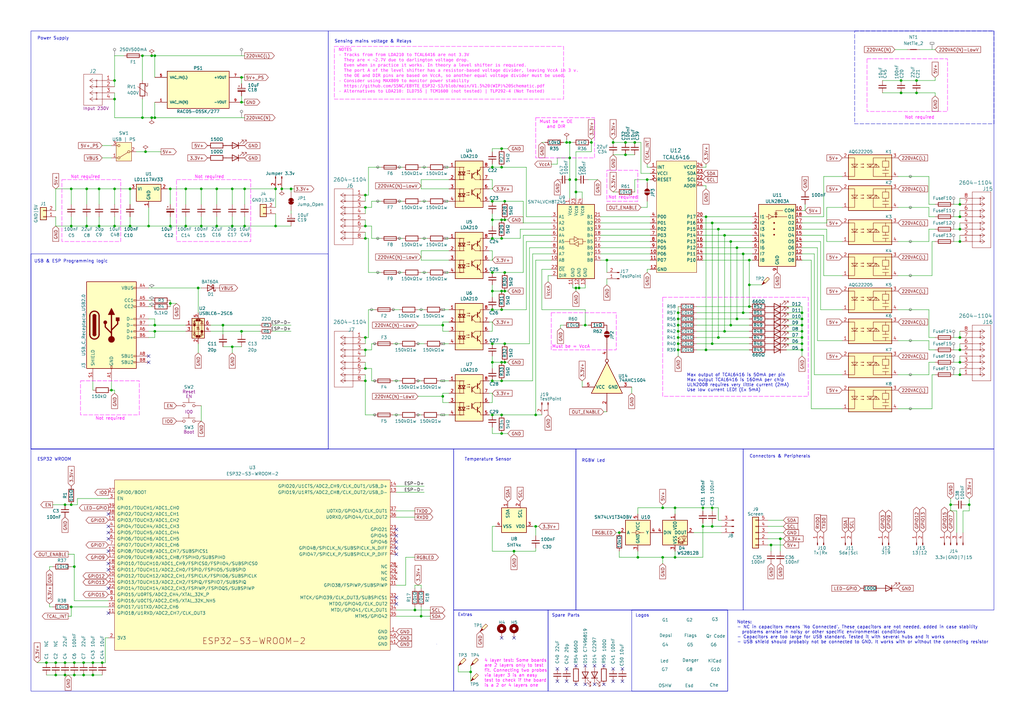
<source format=kicad_sch>
(kicad_sch (version 20250114) (generator "eeschema") (generator_version "9.0")
  (paper "A3")
  (title_block (title "Home Assistant module for lights control") (date "2025-08-19") (rev "20250819.26.1.2L"))
  (lib_symbols
    (symbol "74xGxx:74AHC1G04"
      (property "Reference" "U" (at -2.54 3.81 0))
      (property "Value" "74AHC1G04" (at 0 -3.81 0))
      (symbol "74AHC1G04_1_1"
        (pin input line (at -15.24 0 0) (length 7.62) (name "~") (number "2"))
        (pin power_in line (at -5.08 10.16 270) (length 5.08) (name "VCC") (number "5"))
        (pin power_in line (at -5.08 -10.16 90) (length 5.08) (name "GND") (number "3"))
        (pin output inverted (at 12.7 0 180) (length 7.62) (name "~") (number "4"))
      )
    )
    (symbol "Connector:Conn_01x02_Pin" (pin_names (offset 1.016) (hide yes))
      (property "Reference" "J" (at 0 2.54 0))
      (property "Value" "Conn_01x02_Pin" (at 0 -5.08 0))
      (symbol "Conn_01x02_Pin_1_1"
        (pin passive line (at 5.08 0 180) (length 3.81) (name "Pin_1") (number "1"))
        (pin passive line (at 5.08 -2.54 180) (length 3.81) (name "Pin_2") (number "2"))
      )
    )
    (symbol "Connector:Conn_01x03_Pin" (pin_names (offset 1.016) (hide yes))
      (property "Reference" "J" (at 0 5.08 0))
      (property "Value" "Conn_01x03_Pin" (at 0 -5.08 0))
      (symbol "Conn_01x03_Pin_1_1"
        (pin passive line (at 5.08 2.54 180) (length 3.81) (name "Pin_1") (number "1"))
        (pin passive line (at 5.08 0 180) (length 3.81) (name "Pin_2") (number "2"))
        (pin passive line (at 5.08 -2.54 180) (length 3.81) (name "Pin_3") (number "3"))
      )
    )
    (symbol "Connector:Conn_01x04_Pin" (pin_names (offset 1.016) (hide yes))
      (property "Reference" "J" (at 0 5.08 0))
      (property "Value" "Conn_01x04_Pin" (at 0 -7.62 0))
      (symbol "Conn_01x04_Pin_1_1"
        (pin passive line (at 5.08 2.54 180) (length 3.81) (name "Pin_1") (number "1"))
        (pin passive line (at 5.08 0 180) (length 3.81) (name "Pin_2") (number "2"))
        (pin passive line (at 5.08 -2.54 180) (length 3.81) (name "Pin_3") (number "3"))
        (pin passive line (at 5.08 -5.08 180) (length 3.81) (name "Pin_4") (number "4"))
      )
    )
    (symbol "Connector:TestPoint_Probe" (pin_numbers (hide yes)) (pin_names (offset 0.762) (hide yes))
      (property "Reference" "TP" (at 1.651 5.842 0))
      (property "Value" "TestPoint_Probe" (at 1.651 4.064 0))
      (symbol "TestPoint_Probe_1_1"
        (pin passive line (at 0 0 90) (length 0) (name "1") (number "1"))
      )
    )
    (symbol "Connector:USB_C_Receptacle_USB2.0_16P" (pin_names (offset 1.016))
      (property "Reference" "J" (at 0 22.225 0))
      (property "Value" "USB_C_Receptacle_USB2.0_16P" (at 0 19.685 0))
      (symbol "USB_C_Receptacle_USB2.0_16P_1_1"
        (pin passive line (at -7.62 -22.86 90) (length 5.08) (name "SHIELD") (number "S1"))
        (pin passive line (at 0 -22.86 90) (length 5.08) (name "GND") (number "A1"))
        (pin passive line (at 0 -22.86 90) (length 5.08) (hide yes) (name "GND") (number "A12"))
        (pin passive line (at 0 -22.86 90) (length 5.08) (hide yes) (name "GND") (number "B1"))
        (pin passive line (at 0 -22.86 90) (length 5.08) (hide yes) (name "GND") (number "B12"))
        (pin passive line (at 15.24 15.24 180) (length 5.08) (name "VBUS") (number "A4"))
        (pin passive line (at 15.24 15.24 180) (length 5.08) (hide yes) (name "VBUS") (number "A9"))
        (pin passive line (at 15.24 15.24 180) (length 5.08) (hide yes) (name "VBUS") (number "B4"))
        (pin passive line (at 15.24 15.24 180) (length 5.08) (hide yes) (name "VBUS") (number "B9"))
        (pin bidirectional line (at 15.24 10.16 180) (length 5.08) (name "CC1") (number "A5"))
        (pin bidirectional line (at 15.24 7.62 180) (length 5.08) (name "CC2") (number "B5"))
        (pin bidirectional line (at 15.24 2.54 180) (length 5.08) (name "D-") (number "A7"))
        (pin bidirectional line (at 15.24 0 180) (length 5.08) (name "D-") (number "B7"))
        (pin bidirectional line (at 15.24 -2.54 180) (length 5.08) (name "D+") (number "A6"))
        (pin bidirectional line (at 15.24 -5.08 180) (length 5.08) (name "D+") (number "B6"))
        (pin bidirectional line (at 15.24 -12.7 180) (length 5.08) (name "SBU1") (number "A8"))
        (pin bidirectional line (at 15.24 -15.24 180) (length 5.08) (name "SBU2") (number "B8"))
      )
    )
    (symbol "Connector_Generic:Conn_01x02" (pin_names (offset 1.016) (hide yes))
      (property "Reference" "J" (at 0 2.54 0))
      (property "Value" "Conn_01x02" (at 0 -5.08 0))
      (symbol "Conn_01x02_1_1"
        (pin passive line (at -5.08 0 0) (length 3.81) (name "Pin_1") (number "1"))
        (pin passive line (at -5.08 -2.54 0) (length 3.81) (name "Pin_2") (number "2"))
      )
    )
    (symbol "Connector_Generic:Conn_01x05" (pin_names (offset 1.016) (hide yes))
      (property "Reference" "J" (at 0 7.62 0))
      (property "Value" "Conn_01x05" (at 0 -7.62 0))
      (symbol "Conn_01x05_1_1"
        (pin passive line (at -5.08 5.08 0) (length 3.81) (name "Pin_1") (number "1"))
        (pin passive line (at -5.08 2.54 0) (length 3.81) (name "Pin_2") (number "2"))
        (pin passive line (at -5.08 0 0) (length 3.81) (name "Pin_3") (number "3"))
        (pin passive line (at -5.08 -2.54 0) (length 3.81) (name "Pin_4") (number "4"))
        (pin passive line (at -5.08 -5.08 0) (length 3.81) (name "Pin_5") (number "5"))
      )
    )
    (symbol "Device:C_Polarized_Small" (pin_numbers (hide yes)) (pin_names (offset 0.254) (hide yes))
      (property "Reference" "C" (at 0.254 1.778 0))
      (property "Value" "C_Polarized_Small" (at 0.254 -2.032 0))
      (symbol "C_Polarized_Small_1_1"
        (pin passive line (at 0 2.54 270) (length 1.8542) (name "~") (number "1"))
        (pin passive line (at 0 -2.54 90) (length 1.8542) (name "~") (number "2"))
      )
    )
    (symbol "Device:C_Small" (pin_numbers (hide yes)) (pin_names (offset 0.254) (hide yes))
      (property "Reference" "C" (at 0.254 1.778 0))
      (property "Value" "C_Small" (at 0.254 -2.032 0))
      (symbol "C_Small_1_1"
        (pin passive line (at 0 2.54 270) (length 2.032) (name "~") (number "1"))
        (pin passive line (at 0 -2.54 90) (length 2.032) (name "~") (number "2"))
      )
    )
    (symbol "Device:Fuse" (pin_numbers (hide yes)) (pin_names (offset 0))
      (property "Reference" "F" (at 2.032 0 90))
      (property "Value" "Fuse" (at -1.905 0 90))
      (symbol "Fuse_1_1"
        (pin passive line (at 0 3.81 270) (length 1.27) (name "~") (number "1"))
        (pin passive line (at 0 -3.81 90) (length 1.27) (name "~") (number "2"))
      )
    )
    (symbol "Device:LED" (pin_numbers (hide yes)) (pin_names (offset 1.016) (hide yes))
      (property "Reference" "D" (at 0 2.54 0))
      (property "Value" "LED" (at 0 -2.54 0))
      (symbol "LED_1_1"
        (pin passive line (at -3.81 0 0) (length 2.54) (name "K") (number "1"))
        (pin passive line (at 3.81 0 180) (length 2.54) (name "A") (number "2"))
      )
    )
    (symbol "Device:NetTie_2" (pin_numbers (hide yes)) (pin_names (offset 0) (hide yes)) (in_bom no)
      (property "Reference" "NT" (at 0 1.27 0))
      (property "Value" "NetTie_2" (at 0 -1.27 0))
      (symbol "NetTie_2_1_1"
        (pin passive line (at -2.54 0 0) (length 2.54) (name "1") (number "1"))
        (pin passive line (at 2.54 0 180) (length 2.54) (name "2") (number "2"))
      )
    )
    (symbol "Device:R" (pin_numbers (hide yes)) (pin_names (offset 0))
      (property "Reference" "R" (at 2.032 0 90))
      (property "Value" "R" (at 0 0 90))
      (symbol "R_1_1"
        (pin passive line (at 0 3.81 270) (length 1.27) (name "~") (number "1"))
        (pin passive line (at 0 -3.81 90) (length 1.27) (name "~") (number "2"))
      )
    )
    (symbol "Device:R_Small" (pin_numbers (hide yes)) (pin_names (offset 0.254) (hide yes))
      (property "Reference" "R" (at 0 0 90))
      (property "Value" "R_Small" (at 1.778 0 90))
      (symbol "R_Small_1_1"
        (pin passive line (at 0 2.54 270) (length 0.762) (name "~") (number "1"))
        (pin passive line (at 0 -2.54 90) (length 0.762) (name "~") (number "2"))
      )
    )
    (symbol "Device:Varistor" (pin_numbers (hide yes)) (pin_names (offset 0))
      (property "Reference" "RV" (at 3.175 0 90))
      (property "Value" "Varistor" (at -3.175 0 90))
      (symbol "Varistor_0_0"
        (text "U" (at -1.778 -2.032 0) (effects (font (size 1.27 1.27))))
      )
      (symbol "Varistor_1_1"
        (pin passive line (at 0 3.81 270) (length 1.27) (name "~") (number "1"))
        (pin passive line (at 0 -3.81 90) (length 1.27) (name "~") (number "2"))
      )
    )
    (symbol "Diode:BAT60A" (pin_numbers (hide yes)) (pin_names (offset 1.016) (hide yes))
      (property "Reference" "D" (at 0 2.54 0))
      (property "Value" "BAT60A" (at 0 -2.54 0))
      (symbol "BAT60A_1_1"
        (pin passive line (at -3.81 0 0) (length 2.54) (name "K") (number "1"))
        (pin passive line (at 3.81 0 180) (length 2.54) (name "A") (number "2"))
      )
    )
    (symbol "Hamodule_Icons_Symbols:Che" (in_bom no)
      (property "Reference" "G" (at -0.508 2.286 0))
      (property "Value" "Che" (at -0.508 -4.064 0))
    )
    (symbol "Hamodule_Icons_Symbols:Danger" (in_bom no)
      (property "Reference" "G" (at 0 2.286 0))
      (property "Value" "Danger" (at 0 -4.064 0))
    )
    (symbol "Hamodule_Icons_Symbols:Depsi" (in_bom no)
      (property "Reference" "G" (at 0 2.286 0))
      (property "Value" "Depsi" (at 0 -4.064 0))
    )
    (symbol "Hamodule_Icons_Symbols:Esd" (in_bom no)
      (property "Reference" "G" (at 0 2.286 0))
      (property "Value" "Esd" (at 0 -4.064 0))
    )
    (symbol "Hamodule_Icons_Symbols:Flags" (in_bom no)
      (property "Reference" "G" (at 0 2.286 0))
      (property "Value" "Flags" (at 0 -4.064 0))
    )
    (symbol "Hamodule_Icons_Symbols:KiCad" (in_bom no)
      (property "Reference" "G" (at 0 2.286 0))
      (property "Value" "KiCad" (at 0 -4.064 0))
    )
    (symbol "Hamodule_Icons_Symbols:Led" (in_bom no)
      (property "Reference" "G" (at 0 2.286 0))
      (property "Value" "Led" (at 0 -4.064 0))
    )
    (symbol "Hamodule_Icons_Symbols:OSHW" (in_bom no)
      (property "Reference" "G" (at 0 2.286 0))
      (property "Value" "OSHW" (at 0 -4.064 0))
    )
    (symbol "Hamodule_Icons_Symbols:Qr_Code" (in_bom no)
      (property "Reference" "G" (at 0 2.286 0))
      (property "Value" "Qr Code" (at 0 -4.064 0))
    )
    (symbol "Hamodule_Symbols:2604-1102" (pin_names (offset 0.254) (hide yes))
      (property "Reference" "J" (at -1.27 8.89 0))
      (property "Value" "2604-1102" (at -1.27 -6.35 0))
      (symbol "2604-1102_1_1"
        (pin passive line (at -10.16 5.08 0) (length 5.08) (name "4") (number "4"))
        (pin passive line (at -10.16 2.54 0) (length 5.08) (name "3") (number "3"))
        (pin passive line (at -10.16 0 0) (length 5.08) (name "2") (number "2"))
        (pin passive line (at -10.16 -2.54 0) (length 5.08) (name "1") (number "1"))
      )
    )
    (symbol "Hamodule_Symbols:2604-1104" (pin_names (offset 0.254) (hide yes))
      (property "Reference" "J" (at -1.27 16.51 0))
      (property "Value" "2604-1104" (at 0 0 0))
      (symbol "2604-1104_1_1"
        (pin passive line (at -10.16 10.16 0) (length 5.08) (name "8") (number "8"))
        (pin passive line (at -10.16 7.62 0) (length 5.08) (name "7") (number "7"))
        (pin passive line (at -10.16 5.08 0) (length 5.08) (name "6") (number "6"))
        (pin passive line (at -10.16 2.54 0) (length 5.08) (name "5") (number "5"))
        (pin passive line (at -10.16 0 0) (length 5.08) (name "4") (number "4"))
        (pin passive line (at -10.16 -2.54 0) (length 5.08) (name "3") (number "3"))
        (pin passive line (at -10.16 -5.08 0) (length 5.08) (name "2") (number "2"))
        (pin passive line (at -10.16 -7.62 0) (length 5.08) (name "1") (number "1"))
      )
    )
    (symbol "Hamodule_Symbols:AQG12205" (pin_names (offset 0.762))
      (property "Reference" "K" (at -8.89 6.35 0))
      (property "Value" "AQG12205" (at -1.27 6.35 0))
      (symbol "AQG12205_1_1"
        (pin passive line (at -11.43 3.81 0) (length 2.54) (name "~") (number "2"))
        (pin passive line (at -11.43 -3.81 0) (length 2.54) (name "~") (number "1"))
        (pin passive line (at 11.43 3.81 180) (length 2.54) (name "~") (number "3"))
        (pin passive line (at 11.43 -3.81 180) (length 2.54) (name "~") (number "4"))
      )
    )
    (symbol "Hamodule_Symbols:ESP32-S3-WROOM-2" (pin_names (offset 1.016))
      (property "Reference" "U" (at 0 35.56 0))
      (property "Value" "ESP32-S3-WROOM-2" (at 0 -36.83 0))
      (symbol "ESP32-S3-WROOM-2_0_0"
        (text "ESP32-S3-WROOM-2" (at 0 -31.75 0) (effects (font (size 2.54 2.54))))
        (pin bidirectional line (at -59.69 29.21 0) (length 2.54) (name "GPIO0/BOOT") (number "27"))
        (pin input line (at -59.69 26.67 0) (length 2.54) (name "EN") (number "3"))
        (pin bidirectional line (at -59.69 22.86 0) (length 2.54) (name "GPIO1/TOUCH1/ADC1_CH0") (number "39"))
        (pin bidirectional line (at -59.69 20.32 0) (length 2.54) (name "GPIO2/TOUCH2/ADC1_CH1") (number "38"))
        (pin bidirectional line (at -59.69 17.78 0) (length 2.54) (name "GPIO3/TOUCH3/ADC1_CH2") (number "15"))
        (pin bidirectional line (at -59.69 15.24 0) (length 2.54) (name "GPIO4/TOUCH4/ADC1_CH3") (number "4"))
        (pin bidirectional line (at -59.69 12.7 0) (length 2.54) (name "GPIO5/TOUCH5/ADC1_CH4") (number "5"))
        (pin bidirectional line (at -59.69 10.16 0) (length 2.54) (name "GPIO6/TOUCH6/ADC1_CH5") (number "6"))
        (pin bidirectional line (at -59.69 7.62 0) (length 2.54) (name "GPIO7/TOUCH7/ADC1_CH6") (number "7"))
        (pin bidirectional line (at -59.69 5.08 0) (length 2.54) (name "GPIO8/TOUCH8/ADC1_CH7/SUBSPICS1") (number "12"))
        (pin bidirectional line (at -59.69 2.54 0) (length 2.54) (name "GPIO9/TOUCH9/ADC1_CH8/FSPIHD/SUBSPIHD") (number "17"))
        (pin bidirectional line (at -59.69 0 0) (length 2.54) (name "GPIO10/TOUCH10/ADC1_CH9/FSPICS0/FSPIIO4/SUBSPICS0") (number "18"))
        (pin bidirectional line (at -59.69 -2.54 0) (length 2.54) (name "GPIO11/TOUCH11/ADC2_CH0/FSPID/FSPIIO5/SUBSPID") (number "19"))
        (pin bidirectional line (at -59.69 -5.08 0) (length 2.54) (name "GPIO12/TOUCH12/ADC2_CH1/FSPICLK/FSPIIO6/SUBSPICLK") (number "20"))
        (pin bidirectional line (at -59.69 -7.62 0) (length 2.54) (name "GPIO13/TOUCH13/ADC2_CH2/FSPIQ/FSPIIO7/SUBSPIQ") (number "21"))
        (pin bidirectional line (at -59.69 -10.16 0) (length 2.54) (name "GPIO14/TOUCH14/ADC2_CH3/FSPIWP/FSPIDQS/SUBSPIWP") (number "22"))
        (pin bidirectional line (at -59.69 -12.7 0) (length 2.54) (name "GPIO15/U0RTS/ADC2_CH4/XTAL_32K_P") (number "8"))
        (pin bidirectional line (at -59.69 -15.24 0) (length 2.54) (name "GPIO16/U0CTS/ADC2_CH5/XTAL_32K_NH5") (number "9"))
        (pin bidirectional line (at -59.69 -17.78 0) (length 2.54) (name "GPIO17/U1TXD/ADC2_CH6") (number "10"))
        (pin bidirectional line (at -59.69 -20.32 0) (length 2.54) (name "GPIO18/U1RXD/ADC2_CH7/CLK_OUT3") (number "11"))
        (pin power_in line (at -59.69 -30.48 0) (length 2.54) (name "3V3") (number "2"))
        (pin bidirectional line (at 58.42 31.75 180) (length 2.54) (name "GPIO20/U1CTS/ADC2_CH9/CLK_OUT1/USB_D+") (number "14"))
        (pin bidirectional line (at 58.42 29.21 180) (length 2.54) (name "GPIO19/U1RTS/ADC2_CH8/CLK_OUT2/USB_D-") (number "13"))
        (pin bidirectional line (at 58.42 21.59 180) (length 2.54) (name "U0TXD/GPIO43/CLK_OUT1") (number "37"))
        (pin bidirectional line (at 58.42 19.05 180) (length 2.54) (name "U0RXD/GPIO44/CLK_OUT2") (number "36"))
        (pin bidirectional line (at 58.42 13.97 180) (length 2.54) (name "GPIO21") (number "23"))
        (pin bidirectional line (at 58.42 11.43 180) (length 2.54) (name "GPIO45") (number "26"))
        (pin bidirectional line (at 58.42 8.89 180) (length 2.54) (name "GPIO46") (number "16"))
        (pin bidirectional line (at 58.42 6.35 180) (length 2.54) (name "GPIO48/SPICLK_N/SUBSPICLK_N_DIFF") (number "25"))
        (pin bidirectional line (at 58.42 3.81 180) (length 2.54) (name "GPIO47/SPICLK_P/SUBSPICLK_P_DIFF") (number "24"))
        (pin no_connect line (at 58.42 -1.27 180) (length 2.54) (name "NC") (number "28"))
        (pin no_connect line (at 58.42 -3.81 180) (length 2.54) (name "NC") (number "29"))
        (pin no_connect line (at 58.42 -6.35 180) (length 2.54) (name "NC") (number "30"))
        (pin bidirectional line (at 58.42 -8.89 180) (length 2.54) (name "GPIO38/FSPIWP/SUBSPIWP") (number "31"))
        (pin bidirectional line (at 58.42 -13.97 180) (length 2.54) (name "MTCK/GPIO39/CLK_OUT3/SUBSPICS1") (number "32"))
        (pin bidirectional line (at 58.42 -16.51 180) (length 2.54) (name "MTDO/GPIO40/CLK_OUT2") (number "33"))
        (pin bidirectional line (at 58.42 -19.05 180) (length 2.54) (name "MTDI/GPIO41/CLK_OUT1") (number "34"))
        (pin bidirectional line (at 58.42 -21.59 180) (length 2.54) (name "MTMS/GPIO42") (number "35"))
        (pin power_in line (at 58.42 -27.94 180) (length 2.54) (name "GND") (number "1"))
        (pin power_in line (at 58.42 -30.48 180) (length 2.54) (name "GND") (number "40"))
        (pin power_in line (at 58.42 -33.02 180) (length 2.54) (name "GND") (number "41"))
      )
    )
    (symbol "Hamodule_Symbols:LDA210" (pin_names (offset 1.016))
      (property "Reference" "U" (at 0.127 9.144 0))
      (property "Value" "LDA210" (at -2.794 -12.7 0))
      (symbol "LDA210_1_1"
        (pin passive line (at -7.62 5.08 0) (length 2.54) (name "~") (number "1"))
        (pin passive line (at -7.62 0 0) (length 2.54) (name "~") (number "2"))
        (pin passive line (at -7.62 -3.81 0) (length 2.54) (name "~") (number "3"))
        (pin passive line (at -7.62 -8.89 0) (length 2.54) (name "~") (number "4"))
        (pin passive line (at 8.89 5.08 180) (length 2.54) (name "~") (number "8"))
        (pin passive line (at 8.89 0 180) (length 2.54) (name "~") (number "7"))
        (pin passive line (at 8.89 -3.81 180) (length 2.54) (name "~") (number "6"))
        (pin passive line (at 8.89 -8.89 180) (length 2.54) (name "~") (number "5"))
      )
    )
    (symbol "Hamodule_Symbols:RAC05-05SK/277" (pin_names (offset 1.016))
      (property "Reference" "PS" (at -12.7 8.89 0))
      (property "Value" "RAC05-05SK{slash}277" (at -12.7 -10.16 0))
      (symbol "RAC05-05SK/277_0_0"
        (pin power_in line (at -17.78 5.08 0) (length 5.08) (name "VAC_IN(L)") (number "5"))
        (pin power_in line (at -17.78 -5.08 0) (length 5.08) (name "VAC_IN(N)") (number "1"))
        (pin power_out line (at 17.78 5.08 180) (length 5.08) (name "+VOUT") (number "7"))
        (pin power_out line (at 17.78 -5.08 180) (length 5.08) (name "-VOUT") (number "9"))
      )
    )
    (symbol "Hamodule_Symbols:SN74LVCH8T245"
      (property "Reference" "U" (at -6.35 27.94 0))
      (property "Value" "SN74LVCH8T245" (at 3.81 27.94 0))
      (symbol "SN74LVCH8T245_1_1"
        (pin bidirectional line (at -10.16 17.78 0) (length 2.54) (name "A1") (number "3"))
        (pin bidirectional line (at -10.16 15.24 0) (length 2.54) (name "A2") (number "4"))
        (pin bidirectional line (at -10.16 12.7 0) (length 2.54) (name "A3") (number "5"))
        (pin bidirectional line (at -10.16 10.16 0) (length 2.54) (name "A4") (number "6"))
        (pin bidirectional line (at -10.16 7.62 0) (length 2.54) (name "A5") (number "7"))
        (pin bidirectional line (at -10.16 5.08 0) (length 2.54) (name "A6") (number "8"))
        (pin bidirectional line (at -10.16 2.54 0) (length 2.54) (name "A7") (number "9"))
        (pin bidirectional line (at -10.16 0 0) (length 2.54) (name "A8") (number "10"))
        (pin input line (at -10.16 -3.81 0) (length 2.54) (name "~{OE}") (number "22"))
        (pin input line (at -10.16 -6.35 0) (length 2.54) (name "DIR") (number "2"))
        (pin power_in line (at -2.54 25.4 270) (length 2.54) (name "V_{CCA}") (number "1"))
        (pin power_in line (at -1.27 -10.16 90) (length 2.54) (name "GND") (number "11"))
        (pin power_in line (at 0 25.4 270) (length 2.54) (name "V_{CCB}") (number "23"))
        (pin power_in line (at 1.27 -10.16 90) (length 2.54) (name "GND") (number "12"))
        (pin power_in line (at 2.54 25.4 270) (length 2.54) (name "V_{CCB}") (number "24"))
        (pin power_in line (at 3.81 -10.16 90) (length 2.54) (name "GND") (number "13"))
        (pin bidirectional line (at 10.16 17.78 180) (length 2.54) (name "B1") (number "21"))
        (pin bidirectional line (at 10.16 15.24 180) (length 2.54) (name "B2") (number "20"))
        (pin bidirectional line (at 10.16 12.7 180) (length 2.54) (name "B3") (number "19"))
        (pin bidirectional line (at 10.16 10.16 180) (length 2.54) (name "B4") (number "18"))
        (pin bidirectional line (at 10.16 7.62 180) (length 2.54) (name "B5") (number "17"))
        (pin bidirectional line (at 10.16 5.08 180) (length 2.54) (name "B6") (number "16"))
        (pin bidirectional line (at 10.16 2.54 180) (length 2.54) (name "B7") (number "15"))
        (pin bidirectional line (at 10.16 0 180) (length 2.54) (name "B8") (number "14"))
      )
    )
    (symbol "Hamodule_Symbols:TCAL6416" (pin_names (offset 0.254))
      (property "Reference" "U" (at 14.986 17.78 0))
      (property "Value" "TCAL6416" (at 15.494 14.732 0))
      (symbol "TCAL6416_0_1"
        (pin output line (at 5.08 10.16 0) (length 2.54) (name "INT") (number "1"))
        (pin power_in line (at 5.08 7.62 0) (length 2.54) (name "VCCI") (number "2"))
        (pin input inverted (at 5.08 5.08 0) (length 2.54) (name "RESET") (number "3"))
        (pin bidirectional line (at 5.08 -10.16 0) (length 2.54) (name "P00") (number "4"))
        (pin bidirectional line (at 5.08 -12.7 0) (length 2.54) (name "P01") (number "5"))
        (pin bidirectional line (at 5.08 -15.24 0) (length 2.54) (name "P02") (number "6"))
        (pin bidirectional line (at 5.08 -17.78 0) (length 2.54) (name "P03") (number "7"))
        (pin bidirectional line (at 5.08 -20.32 0) (length 2.54) (name "P04") (number "8"))
        (pin bidirectional line (at 5.08 -22.86 0) (length 2.54) (name "P05") (number "9"))
        (pin bidirectional line (at 5.08 -25.4 0) (length 2.54) (name "P06") (number "10"))
        (pin bidirectional line (at 5.08 -27.94 0) (length 2.54) (name "P07") (number "11"))
        (pin power_in line (at 26.67 10.16 180) (length 2.54) (name "VCCP") (number "24"))
        (pin bidirectional line (at 26.67 7.62 180) (length 2.54) (name "SDA") (number "23"))
        (pin input line (at 26.67 5.08 180) (length 2.54) (name "SCL") (number "22"))
        (pin input line (at 26.67 2.54 180) (length 2.54) (name "ADDR") (number "21"))
        (pin bidirectional line (at 26.67 -10.16 180) (length 2.54) (name "P17") (number "20"))
        (pin bidirectional line (at 26.67 -12.7 180) (length 2.54) (name "P16") (number "19"))
        (pin bidirectional line (at 26.67 -15.24 180) (length 2.54) (name "P15") (number "18"))
        (pin bidirectional line (at 26.67 -17.78 180) (length 2.54) (name "P14") (number "17"))
        (pin bidirectional line (at 26.67 -20.32 180) (length 2.54) (name "P13") (number "16"))
        (pin bidirectional line (at 26.67 -22.86 180) (length 2.54) (name "P12") (number "15"))
        (pin bidirectional line (at 26.67 -25.4 180) (length 2.54) (name "P11") (number "14"))
        (pin bidirectional line (at 26.67 -27.94 180) (length 2.54) (name "P10") (number "13"))
      )
      (symbol "TCAL6416_1_1"
        (pin power_in line (at 5.08 -31.75 0) (length 2.54) (name "GND") (number "12"))
      )
    )
    (symbol "Jumper:SolderJumper_2_Bridged" (pin_numbers (hide yes)) (pin_names (offset 0) (hide yes)) (in_bom no)
      (property "Reference" "JP" (at 0 2.032 0))
      (property "Value" "SolderJumper_2_Bridged" (at 0 -2.54 0))
      (symbol "SolderJumper_2_Bridged_1_1"
        (pin passive line (at -3.81 0 0) (length 2.54) (name "A") (number "1"))
        (pin passive line (at 3.81 0 180) (length 2.54) (name "B") (number "2"))
      )
    )
    (symbol "Jumper:SolderJumper_2_Open" (pin_numbers (hide yes)) (pin_names (offset 0) (hide yes)) (in_bom no)
      (property "Reference" "JP" (at 0 2.032 0))
      (property "Value" "SolderJumper_2_Open" (at 0 -2.54 0))
      (symbol "SolderJumper_2_Open_1_1"
        (pin passive line (at -3.81 0 0) (length 2.54) (name "A") (number "1"))
        (pin passive line (at 3.81 0 180) (length 2.54) (name "B") (number "2"))
      )
    )
    (symbol "LED:WS2812B" (pin_names (offset 0.254))
      (property "Reference" "D" (at 5.08 5.715 0))
      (property "Value" "WS2812B" (at 1.27 -5.715 0))
      (symbol "WS2812B_0_0"
        (text "RGB" (at 2.286 -4.191 0) (effects (font (size 0.762 0.762))))
      )
      (symbol "WS2812B_1_1"
        (pin input line (at -7.62 0 0) (length 2.54) (name "DIN") (number "4"))
        (pin power_in line (at 0 7.62 270) (length 2.54) (name "VDD") (number "1"))
        (pin power_in line (at 0 -7.62 90) (length 2.54) (name "VSS") (number "3"))
        (pin output line (at 7.62 0 180) (length 2.54) (name "DOUT") (number "2"))
      )
    )
    (symbol "Logic_LevelTranslator:SN74LV1T34DBV"
      (property "Reference" "U" (at 5.08 6.35 0))
      (property "Value" "SN74LV1T34DBV" (at 5.08 3.81 0))
      (symbol "SN74LV1T34DBV_1_1"
        (pin input line (at -7.62 0 0) (length 2.54) (name "A") (number "2"))
        (pin no_connect line (at -5.08 2.54 0) (length 2.54) (hide yes) (name "NC") (number "1"))
        (pin power_in line (at 0 7.62 270) (length 2.54) (name "VCC") (number "5"))
        (pin power_in line (at 0 -7.62 90) (length 2.54) (name "GND") (number "3"))
        (pin output line (at 7.62 0 180) (length 2.54) (name "Y") (number "4"))
      )
    )
    (symbol "Mechanical:MountingHole_Pad" (pin_numbers (hide yes)) (pin_names (offset 1.016) (hide yes)) (in_bom no)
      (property "Reference" "H" (at 0 6.35 0))
      (property "Value" "MountingHole_Pad" (at 0 4.445 0))
      (symbol "MountingHole_Pad_1_1"
        (pin input line (at 0 -2.54 90) (length 2.54) (name "1") (number "1"))
      )
    )
    (symbol "Power_Protection:USBLC6-2SC6" (pin_names (hide yes))
      (property "Reference" "U" (at 0.635 5.715 0))
      (property "Value" "USBLC6-2SC6" (at 0.635 3.81 0))
      (symbol "USBLC6-2SC6_1_1"
        (pin passive line (at -5.08 0 0) (length 2.54) (name "I/O1") (number "1"))
        (pin passive line (at -5.08 -2.54 0) (length 2.54) (name "I/O2") (number "3"))
        (pin passive line (at 0 5.08 270) (length 2.54) (name "VBUS") (number "5"))
        (pin passive line (at 0 -7.62 90) (length 2.54) (name "GND") (number "2"))
        (pin passive line (at 5.08 0 180) (length 2.54) (name "I/O1") (number "6"))
        (pin passive line (at 5.08 -2.54 180) (length 2.54) (name "I/O2") (number "4"))
      )
    )
    (symbol "Regulator_Linear:LD1117V33"
      (property "Reference" "U" (at -3.81 3.175 0))
      (property "Value" "LD1117V33" (at 0 3.175 0))
      (symbol "LD1117V33_1_1"
        (pin power_in line (at -7.62 0 0) (length 2.54) (name "VI") (number "3"))
        (pin power_in line (at 0 -7.62 90) (length 2.54) (name "GND") (number "1"))
        (pin power_out line (at 7.62 0 180) (length 2.54) (name "VO") (number "2"))
      )
    )
    (symbol "Sensor_Humidity:SHT4x"
      (property "Reference" "U" (at 0 8.89 0))
      (property "Value" "SHT4x" (at 0 6.35 0))
      (symbol "SHT4x_1_1"
        (pin input line (at -7.62 2.54 0) (length 2.54) (name "SCL") (number "2"))
        (pin bidirectional line (at -7.62 -2.54 0) (length 2.54) (name "SDA") (number "1"))
        (pin power_in line (at 2.54 7.62 270) (length 2.54) (name "VDD") (number "3"))
        (pin power_in line (at 2.54 -7.62 90) (length 2.54) (name "VSS") (number "4"))
      )
    )
    (symbol "Switch:SW_Push" (pin_numbers (hide yes)) (pin_names (offset 1.016) (hide yes))
      (property "Reference" "SW" (at 1.27 2.54 0))
      (property "Value" "SW_Push" (at 0 -1.524 0))
      (symbol "SW_Push_0_1"
        (pin passive line (at -5.08 0 0) (length 2.54) (name "1") (number "1"))
        (pin passive line (at 5.08 0 180) (length 2.54) (name "2") (number "2"))
      )
    )
    (symbol "Switch:SW_SPDT" (pin_names (offset 0) (hide yes))
      (property "Reference" "SW" (at 0 5.08 0))
      (property "Value" "SW_SPDT" (at 0 -5.08 0))
      (symbol "SW_SPDT_1_1"
        (pin passive line (at -5.08 0 0) (length 2.54) (name "B") (number "2"))
        (pin passive line (at 5.08 2.54 180) (length 2.54) (name "A") (number "1"))
        (pin passive line (at 5.08 -2.54 180) (length 2.54) (name "C") (number "3"))
      )
    )
    (symbol "Transistor_Array:ULN2803A"
      (property "Reference" "U" (at 0 13.335 0))
      (property "Value" "ULN2803A" (at 0 11.43 0))
      (symbol "ULN2803A_1_1"
        (pin input line (at -10.16 5.08 0) (length 2.54) (name "I1") (number "1"))
        (pin input line (at -10.16 2.54 0) (length 2.54) (name "I2") (number "2"))
        (pin input line (at -10.16 0 0) (length 2.54) (name "I3") (number "3"))
        (pin input line (at -10.16 -2.54 0) (length 2.54) (name "I4") (number "4"))
        (pin input line (at -10.16 -5.08 0) (length 2.54) (name "I5") (number "5"))
        (pin input line (at -10.16 -7.62 0) (length 2.54) (name "I6") (number "6"))
        (pin input line (at -10.16 -10.16 0) (length 2.54) (name "I7") (number "7"))
        (pin input line (at -10.16 -12.7 0) (length 2.54) (name "I8") (number "8"))
        (pin power_in line (at 0 -17.78 90) (length 2.54) (name "GND") (number "9"))
        (pin passive line (at 10.16 7.62 180) (length 2.54) (name "COM") (number "10"))
        (pin open_collector line (at 10.16 5.08 180) (length 2.54) (name "O1") (number "18"))
        (pin open_collector line (at 10.16 2.54 180) (length 2.54) (name "O2") (number "17"))
        (pin open_collector line (at 10.16 0 180) (length 2.54) (name "O3") (number "16"))
        (pin open_collector line (at 10.16 -2.54 180) (length 2.54) (name "O4") (number "15"))
        (pin open_collector line (at 10.16 -5.08 180) (length 2.54) (name "O5") (number "14"))
        (pin open_collector line (at 10.16 -7.62 180) (length 2.54) (name "O6") (number "13"))
        (pin open_collector line (at 10.16 -10.16 180) (length 2.54) (name "O7") (number "12"))
        (pin open_collector line (at 10.16 -12.7 180) (length 2.54) (name "O8") (number "11"))
      )
    )
    (symbol "power:PWR_FLAG" (power) (pin_numbers (hide yes)) (pin_names (offset 0) (hide yes))
      (property "Value" "PWR_FLAG" (at 0 3.81 0))
      (symbol "PWR_FLAG_0_0"
        (pin power_out line (at 0 0 90) (length 0) (name "~") (number "1"))
      )
    )
  )
  (rectangle (start 248.92 69.85) (end 261.62 82.55) (stroke (width 0) (type dash) (color 255 0 255 1)))
  (rectangle (start 12.7 104.14) (end 134.62 184.15))
  (rectangle (start 134.62 12.7) (end 407.67 184.15))
  (rectangle (start 12.7 12.7) (end 134.62 184.15))
  (rectangle (start 25.4 73.66) (end 49.53 99.06) (stroke (width 0) (type dash) (color 255 0 255 1)))
  (rectangle (start 186.055 250.19) (end 224.79 283.464))
  (rectangle (start 186.055 184.15) (end 236.22 250.19))
  (rectangle (start 259.08 250.19) (end 298.45 283.464))
  (rectangle (start 33.02 156.21) (end 57.15 170.18) (stroke (width 0) (type dash) (color 255 0 255 1)))
  (rectangle (start 355.6 24.13) (end 388.62 45.72) (stroke (width 0) (type dash) (color 255 0 255 1)))
  (rectangle (start 271.78 121.92) (end 331.47 162.56) (stroke (width 0) (type dash) (color 255 0 255 1)))
  (rectangle (start 219.71 48.26) (end 243.84 64.77) (stroke (width 0) (type dash) (color 255 0 255 1)))
  (rectangle (start 137.16 19.05) (end 231.14 40.64) (stroke (width 0) (type dash) (color 255 0 255 1)))
  (rectangle (start 236.22 184.15) (end 304.8 250.19))
  (rectangle (start 224.79 250.19) (end 298.45 283.464))
  (rectangle (start 72.39 73.66) (end 102.87 99.06) (stroke (width 0) (type dash) (color 255 0 255 1)))
  (rectangle (start 12.7 184.15) (end 186.055 283.464))
  (rectangle (start 350.52 12.7) (end 407.67 50.8) (stroke (width 0) (type dash)))
  (rectangle (start 226.06 128.27) (end 252.73 143.51) (stroke (width 0) (type dash) (color 255 0 255 1)))
  (rectangle (start 304.8 184.15) (end 407.67 250.19))
  (text "Must be = VccA" (at 234.188 142.24 0) (effects (font (size 1.27 1.27))))
  (text "USB & ESP Programming logic" (at 13.97 107.95 0) (effects (font (size 1.27 1.27)) (justify left bottom)))
  (text "NOTES\n- Tracks from from LDA210 to TCAL6416 are not 3.3V\n  They are < ~2.7V due to darlington voltage drop.\n  Even when in practice it works. In theory a level shifter is required.\n  The port A of the level shifter has a resistor-based voltage divider, leaving VccA in 3 v.\n  the OE and DIR pins are based on VccA, so another equal voltage divider must be used.\n- Consider using MAX809 to monitor power stability\n  https://github.com/S5NC/EBYTE_ESP32-S3/blob/main/V1.5%20(WIP)%20Schematic.pdf\n- Alternatives to LDA210: ILD755 | TCM1600 (not tested) | TLP292-4 (Not Tested)\n" (at 138.938 29.464 0) (effects (font (size 1.27 1.27)) (justify left)))
  (text "Must be = OE\nand DIR" (at 228.092 51.054 0) (effects (font (size 1.27 1.27))))
  (text "Spare Parts" (at 226.314 253.238 0) (effects (font (size 1.27 1.27)) (justify left bottom)))
  (text "Not required" (at 255.524 81.026 0) (effects (font (size 1.27 1.27))))
  (text "Temperature Sensor" (at 190.5 189.23 0) (effects (font (size 1.27 1.27)) (justify left bottom)))
  (text "Power Supply" (at 15.24 16.51 0) (effects (font (size 1.27 1.27)) (justify left bottom)))
  (text "Logos" (at 260.604 253.238 0) (effects (font (size 1.27 1.27)) (justify left bottom)))
  (text "Extras" (at 187.706 252.984 0) (effects (font (size 1.27 1.27)) (justify left bottom)))
  (text "Not required" (at 377.19 48.26 0) (effects (font (size 1.27 1.27))))
  (text "Not required" (at 85.852 72.644 0) (effects (font (size 1.27 1.27))))
  (text "Max output of TCAL6416 is 50mA per pin\nMax output TCAL6416 is 160mA per chip\nULN2008 requires very little current (2mA)\nUse low current LED! (Ex 5mA)\n\n" (at 281.686 157.988 0) (effects (font (size 1.27 1.27)) (justify left)))
  (text "Connectors & Peripherals" (at 307.34 187.96 0) (effects (font (size 1.27 1.27)) (justify left bottom)))
  (text "4 layer test: Some boards \nare 2 layers only to test\nfit. Connecting two probes\nvia layer 3 is an easy \ntest to check if the board\nis a 2 or 4 layers one" (at 198.628 276.098 0) (effects (font (size 1.27 1.27)) (justify left)))
  (text "ESP32 WROOM\n" (at 15.24 189.23 0) (effects (font (size 1.27 1.27)) (justify left bottom)))
  (text "RGBW Led" (at 238.506 189.738 0) (effects (font (size 1.27 1.27)) (justify left bottom)))
  (text "Notes:\n- NC in capacitors means 'No Connected'. These capacitors are not needed, added in case stability \n  problems arraise in noisy or other specific environmental conditions\n- Capacitors are too large for USB standard. Tested it with several hubs and it works\n- USB shield should probably not be connected to GND. It works with or without the connecting resistor" (at 302.26 264.16 0) (effects (font (size 1.27 1.27)) (justify left bottom)))
  (text "Sensing mains voltage & Relays\n" (at 137.16 17.78 0) (effects (font (size 1.27 1.27)) (justify left bottom)))
  (text "Not required" (at 45.212 171.704 0) (effects (font (size 1.27 1.27))))
  (text "Not required" (at 35.052 72.644 0) (effects (font (size 1.27 1.27))))
  (junction (at 82.55 92.71))
  (junction (at 328.93 135.89))
  (junction (at 251.46 58.42))
  (junction (at 278.13 133.35))
  (junction (at 205.74 148.59))
  (junction (at 201.93 170.18))
  (junction (at 288.29 215.9))
  (junction (at 26.67 207.01))
  (junction (at 328.93 128.27))
  (junction (at 207.01 140.97))
  (junction (at 29.21 207.01))
  (junction (at 289.56 143.51))
  (junction (at 201.93 119.38))
  (junction (at 328.93 130.81))
  (junction (at 181.61 133.35))
  (junction (at 233.68 58.42))
  (junction (at 393.7 99.06))
  (junction (at 201.93 148.59))
  (junction (at 294.64 93.98))
  (junction (at 149.86 92.71))
  (junction (at 172.72 252.73))
  (junction (at 95.25 92.71))
  (junction (at 304.8 128.27))
  (junction (at 299.72 133.35))
  (junction (at 149.86 151.13))
  (junction (at 46.99 77.47))
  (junction (at 201.93 111.76))
  (junction (at 207.01 148.59))
  (junction (at 242.57 58.42))
  (junction (at 219.71 170.18))
  (junction (at 19.05 271.78))
  (junction (at 82.55 77.47))
  (junction (at 113.03 77.47))
  (junction (at 260.35 58.42))
  (junction (at 278.13 143.51))
  (junction (at 149.86 85.09))
  (junction (at 149.86 97.79))
  (junction (at 115.57 77.47))
  (junction (at 69.85 77.47))
  (junction (at 205.74 60.96))
  (junction (at 30.48 271.78))
  (junction (at 302.26 101.6))
  (junction (at 328.93 133.35))
  (junction (at 276.86 208.28))
  (junction (at 99.06 31.75))
  (junction (at 100.33 77.47))
  (junction (at 22.86 276.86))
  (junction (at 207.01 119.38))
  (junction (at 45.72 160.02))
  (junction (at 292.1 91.44))
  (junction (at 205.74 170.18))
  (junction (at 149.86 138.43))
  (junction (at 271.78 208.28))
  (junction (at 119.38 77.47))
  (junction (at 29.21 92.71))
  (junction (at 207.01 90.17))
  (junction (at 256.54 63.5))
  (junction (at 316.23 223.52))
  (junction (at 95.25 142.24))
  (junction (at 393.7 143.51))
  (junction (at 76.2 77.47))
  (junction (at 91.44 133.35))
  (junction (at 278.13 128.27))
  (junction (at 58.42 48.26))
  (junction (at 389.89 207.01))
  (junction (at 210.82 226.06))
  (junction (at 297.18 135.89))
  (junction (at 88.9 92.71))
  (junction (at 328.93 138.43))
  (junction (at 201.93 82.55))
  (junction (at 35.56 77.47))
  (junction (at 53.34 77.47))
  (junction (at 278.13 140.97))
  (junction (at 207.01 82.55))
  (junction (at 292.1 208.28))
  (junction (at 193.04 275.59))
  (junction (at 278.13 135.89))
  (junction (at 375.92 33.02))
  (junction (at 81.28 118.11))
  (junction (at 393.7 88.9))
  (junction (at 59.69 62.23))
  (junction (at 393.7 153.67))
  (junction (at 22.86 271.78))
  (junction (at 30.48 232.41))
  (junction (at 233.68 64.77))
  (junction (at 41.91 271.78))
  (junction (at 207.01 111.76))
  (junction (at 38.1 271.78))
  (junction (at 393.7 83.82))
  (junction (at 95.25 77.47))
  (junction (at 29.21 77.47))
  (junction (at 53.34 92.71))
  (junction (at 271.78 228.6))
  (junction (at 265.43 73.66))
  (junction (at 236.22 78.74))
  (junction (at 149.86 80.01))
  (junction (at 63.5 48.26))
  (junction (at 35.56 92.71))
  (junction (at 205.74 177.8))
  (junction (at 201.93 90.17))
  (junction (at 205.74 119.38))
  (junction (at 299.72 99.06))
  (junction (at 328.93 140.97))
  (junction (at 232.41 58.42))
  (junction (at 205.74 156.21))
  (junction (at 99.06 135.89))
  (junction (at 149.86 156.21))
  (junction (at 289.56 88.9))
  (junction (at 62.23 22.86))
  (junction (at 181.61 162.56))
  (junction (at 292.1 215.9))
  (junction (at 320.04 220.98))
  (junction (at 233.68 73.66))
  (junction (at 302.26 130.81))
  (junction (at 26.67 276.86))
  (junction (at 369.57 38.1))
  (junction (at 62.23 48.26))
  (junction (at 201.93 68.58))
  (junction (at 46.99 40.64))
  (junction (at 63.5 22.86))
  (junction (at 307.34 125.73))
  (junction (at 34.29 276.86))
  (junction (at 46.99 92.71))
  (junction (at 248.92 106.68))
  (junction (at 60.96 92.71))
  (junction (at 236.22 118.11))
  (junction (at 63.5 135.89))
  (junction (at 29.21 248.92))
  (junction (at 69.85 92.71))
  (junction (at 393.7 148.59))
  (junction (at 99.06 41.91))
  (junction (at 256.54 58.42))
  (junction (at 397.51 207.01))
  (junction (at 69.85 124.46))
  (junction (at 278.13 130.81))
  (junction (at 393.7 138.43))
  (junction (at 88.9 77.47))
  (junction (at 236.22 73.66))
  (junction (at 26.67 271.78))
  (junction (at 294.64 138.43))
  (junction (at 30.48 276.86))
  (junction (at 328.93 143.51))
  (junction (at 34.29 271.78))
  (junction (at 240.03 133.35))
  (junction (at 201.93 156.21))
  (junction (at 304.8 104.14))
  (junction (at 46.99 33.02))
  (junction (at 276.86 228.6))
  (junction (at 369.57 33.02))
  (junction (at 40.64 77.47))
  (junction (at 76.2 92.71))
  (junction (at 292.1 140.97))
  (junction (at 297.18 96.52))
  (junction (at 375.92 38.1))
  (junction (at 149.86 143.51))
  (junction (at 261.62 228.6))
  (junction (at 58.42 22.86))
  (junction (at 393.7 93.98))
  (junction (at 237.49 118.11))
  (junction (at 40.64 92.71))
  (junction (at 205.74 97.79))
  (junction (at 113.03 92.71))
  (junction (at 63.5 133.35))
  (junction (at 205.74 90.17))
  (junction (at 288.29 208.28))
  (junction (at 201.93 127))
  (junction (at 307.34 106.68))
  (junction (at 201.93 140.97))
  (junction (at 307.34 116.84))
  (junction (at 278.13 138.43))
  (junction (at 170.18 250.19))
  (junction (at 205.74 68.58))
  (junction (at 100.33 92.71))
  (junction (at 219.71 215.9))
  (junction (at 205.74 127))
  (junction (at 201.93 97.79))
  (junction (at 254 218.44))
  (junction (at 38.1 276.86))
  (no_connect (at 240.03 280.67))
  (no_connect (at 232.41 274.32))
  (no_connect (at 255.27 279.4))
  (no_connect (at 44.45 241.3))
  (no_connect (at 236.22 280.67))
  (no_connect (at 44.45 218.44))
  (no_connect (at 162.56 222.25))
  (no_connect (at 251.46 274.32))
  (no_connect (at 60.96 148.59))
  (no_connect (at 60.96 146.05))
  (no_connect (at 247.65 280.67))
  (no_connect (at 44.45 226.06))
  (no_connect (at 255.27 274.32))
  (no_connect (at 232.41 279.4))
  (no_connect (at 240.03 273.05))
  (no_connect (at 236.22 273.05))
  (no_connect (at 228.6 274.32))
  (no_connect (at 243.84 280.67))
  (no_connect (at 44.45 251.46))
  (no_connect (at 162.56 247.65))
  (no_connect (at 162.56 227.33))
  (no_connect (at 162.56 245.11))
  (no_connect (at 162.56 219.71))
  (no_connect (at 162.56 217.17))
  (no_connect (at 162.56 224.79))
  (no_connect (at 44.45 210.82))
  (no_connect (at 44.45 233.68))
  (no_connect (at 44.45 231.14))
  (no_connect (at 44.45 215.9))
  (no_connect (at 205.74 261.62))
  (no_connect (at 210.82 261.62))
  (no_connect (at 243.84 273.05))
  (no_connect (at 44.45 220.98))
  (no_connect (at 251.46 279.4))
  (no_connect (at 228.6 279.4))
  (no_connect (at 247.65 273.05))
  (wire (pts (xy 297.18 135.89) (xy 307.34 135.89)))
  (wire (pts (xy 237.49 116.84) (xy 237.49 118.11)))
  (wire (pts (xy 304.8 104.14) (xy 304.8 128.27)))
  (wire (pts (xy 163.83 170.18) (xy 161.29 170.18)))
  (wire (pts (xy 381 127) (xy 368.3 127)))
  (wire (pts (xy 15.24 271.78) (xy 19.05 271.78)))
  (wire (pts (xy 393.7 96.52) (xy 393.7 99.06)))
  (wire (pts (xy 337.82 113.03) (xy 345.44 113.03)))
  (wire (pts (xy 238.76 133.35) (xy 240.03 133.35)))
  (wire (pts (xy 292.1 215.9) (xy 295.91 215.9)))
  (wire (pts (xy 69.85 92.71) (xy 76.2 92.71)))
  (wire (pts (xy 236.22 78.74) (xy 238.76 78.74)))
  (wire (pts (xy 369.57 38.1) (xy 375.92 38.1)))
  (wire (pts (xy 22.86 77.47) (xy 29.21 77.47)))
  (wire (pts (xy 226.06 99.06) (xy 215.9 99.06)))
  (wire (pts (xy 240.03 118.11) (xy 237.49 118.11)))
  (wire (pts (xy 383.54 83.82) (xy 381 83.82)))
  (wire (pts (xy 254 218.44) (xy 252.73 218.44)))
  (wire (pts (xy 63.5 22.86) (xy 100.33 22.86)))
  (wire (pts (xy 251.46 58.42) (xy 256.54 58.42)))
  (wire (pts (xy 205.74 68.58) (xy 201.93 68.58)))
  (wire (pts (xy 278.13 128.27) (xy 278.13 130.81)))
  (wire (pts (xy 29.21 77.47) (xy 29.21 83.82)))
  (wire (pts (xy 234.95 116.84) (xy 234.95 118.11)))
  (wire (pts (xy 292.1 208.28) (xy 294.64 208.28)))
  (wire (pts (xy 271.78 228.6) (xy 276.86 228.6)))
  (wire (pts (xy 205.74 156.21) (xy 201.93 156.21)))
  (wire (pts (xy 288.29 88.9) (xy 289.56 88.9)))
  (wire (pts (xy 60.96 138.43) (xy 63.5 138.43)))
  (wire (pts (xy 207.01 90.17) (xy 208.28 90.17)))
  (wire (pts (xy 394.97 209.55) (xy 397.51 209.55)))
  (wire (pts (xy 381 72.39) (xy 368.3 72.39)))
  (wire (pts (xy 392.43 218.44) (xy 392.43 209.55)))
  (wire (pts (xy 328.93 130.81) (xy 328.93 133.35)))
  (wire (pts (xy 285.75 138.43) (xy 294.64 138.43)))
  (wire (pts (xy 58.42 22.86) (xy 62.23 22.86)))
  (wire (pts (xy 246.38 88.9) (xy 266.7 88.9)))
  (wire (pts (xy 82.55 88.9) (xy 82.55 92.71)))
  (wire (pts (xy 207.01 148.59) (xy 205.74 148.59)))
  (wire (pts (xy 166.37 228.6) (xy 170.18 228.6)))
  (wire (pts (xy 289.56 77.47) (xy 289.56 76.2)))
  (wire (pts (xy 336.55 127) (xy 345.44 127)))
  (wire (pts (xy 151.13 127) (xy 153.67 127)))
  (wire (pts (xy 201.93 140.97) (xy 200.66 140.97)))
  (wire (pts (xy 152.4 151.13) (xy 149.86 151.13)))
  (wire (pts (xy 375.92 33.02) (xy 383.54 33.02)))
  (wire (pts (xy 181.61 127) (xy 184.15 127)))
  (wire (pts (xy 240.03 133.35) (xy 241.3 133.35)))
  (wire (pts (xy 63.5 133.35) (xy 63.5 130.81)))
  (wire (pts (xy 88.9 77.47) (xy 95.25 77.47)))
  (wire (pts (xy 265.43 68.58) (xy 266.7 68.58)))
  (wire (pts (xy 328.93 138.43) (xy 328.93 140.97)))
  (wire (pts (xy 334.01 153.67) (xy 334.01 104.14)))
  (wire (pts (xy 292.1 91.44) (xy 292.1 140.97)))
  (wire (pts (xy 207.01 119.38) (xy 208.28 119.38)))
  (wire (pts (xy 162.56 240.03) (xy 166.37 240.03)))
  (wire (pts (xy 261.62 208.28) (xy 271.78 208.28)))
  (wire (pts (xy 63.5 130.81) (xy 60.96 130.81)))
  (wire (pts (xy 91.44 133.35) (xy 91.44 137.16)))
  (wire (pts (xy 382.27 153.67) (xy 382.27 167.64)))
  (wire (pts (xy 58.42 33.02) (xy 58.42 22.86)))
  (wire (pts (xy 246.38 99.06) (xy 266.7 99.06)))
  (wire (pts (xy 205.74 177.8) (xy 201.93 177.8)))
  (wire (pts (xy 276.86 228.6) (xy 288.29 228.6)))
  (wire (pts (xy 381 99.06) (xy 381 93.98)))
  (wire (pts (xy 207.01 140.97) (xy 217.17 140.97)))
  (wire (pts (xy 328.93 93.98) (xy 339.09 93.98)))
  (wire (pts (xy 152.4 140.97) (xy 152.4 143.51)))
  (wire (pts (xy 302.26 130.81) (xy 307.34 130.81)))
  (wire (pts (xy 152.4 85.09) (xy 149.86 85.09)))
  (wire (pts (xy 205.74 97.79) (xy 213.36 97.79)))
  (wire (pts (xy 115.57 77.47) (xy 119.38 77.47)))
  (wire (pts (xy 201.93 67.31) (xy 201.93 68.58)))
  (wire (pts (xy 383.54 138.43) (xy 381 138.43)))
  (wire (pts (xy 299.72 99.06) (xy 308.61 99.06)))
  (wire (pts (xy 307.34 116.84) (xy 312.42 116.84)))
  (wire (pts (xy 382.27 113.03) (xy 368.3 113.03)))
  (wire (pts (xy 381 143.51) (xy 381 139.7)))
  (wire (pts (xy 22.86 86.36) (xy 22.86 77.47)))
  (wire (pts (xy 320.04 220.98) (xy 321.31 220.98)))
  (wire (pts (xy 232.41 57.15) (xy 232.41 58.42)))
  (wire (pts (xy 393.7 86.36) (xy 393.7 88.9)))
  (wire (pts (xy 246.38 104.14) (xy 266.7 104.14)))
  (wire (pts (xy 201.93 119.38) (xy 201.93 116.84)))
  (wire (pts (xy 336.55 99.06) (xy 336.55 127)))
  (wire (pts (xy 38.1 156.21) (xy 38.1 160.02)))
  (wire (pts (xy 201.93 77.47) (xy 200.66 77.47)))
  (wire (pts (xy 222.25 110.49) (xy 226.06 110.49)))
  (wire (pts (xy 76.2 88.9) (xy 76.2 92.71)))
  (wire (pts (xy 228.6 67.31) (xy 228.6 64.77)))
  (wire (pts (xy 297.18 96.52) (xy 297.18 135.89)))
  (wire (pts (xy 176.53 250.19) (xy 170.18 250.19)))
  (wire (pts (xy 288.29 68.58) (xy 289.56 68.58)))
  (wire (pts (xy 207.01 119.38) (xy 205.74 119.38)))
  (wire (pts (xy 53.34 88.9) (xy 53.34 92.71)))
  (wire (pts (xy 149.86 97.79) (xy 149.86 95.25)))
  (wire (pts (xy 152.4 97.79) (xy 156.21 97.79)))
  (wire (pts (xy 219.71 226.06) (xy 210.82 226.06)))
  (wire (pts (xy 328.93 91.44) (xy 339.09 91.44)))
  (wire (pts (xy 95.25 88.9) (xy 95.25 92.71)))
  (wire (pts (xy 58.42 40.64) (xy 58.42 48.26)))
  (wire (pts (xy 205.74 148.59) (xy 201.93 148.59)))
  (wire (pts (xy 236.22 118.11) (xy 237.49 118.11)))
  (wire (pts (xy 236.22 62.23) (xy 242.57 62.23)))
  (wire (pts (xy 261.62 208.28) (xy 261.62 210.82)))
  (wire (pts (xy 322.58 130.81) (xy 328.93 130.81)))
  (wire (pts (xy 288.29 93.98) (xy 294.64 93.98)))
  (wire (pts (xy 322.58 143.51) (xy 328.93 143.51)))
  (wire (pts (xy 201.93 151.13) (xy 201.93 148.59)))
  (wire (pts (xy 76.2 77.47) (xy 76.2 83.82)))
  (wire (pts (xy 205.74 127) (xy 215.9 127)))
  (wire (pts (xy 285.75 125.73) (xy 307.34 125.73)))
  (wire (pts (xy 113.03 92.71) (xy 119.38 92.71)))
  (wire (pts (xy 294.64 138.43) (xy 307.34 138.43)))
  (wire (pts (xy 201.93 68.58) (xy 200.66 68.58)))
  (wire (pts (xy 254 228.6) (xy 261.62 228.6)))
  (wire (pts (xy 271.78 228.6) (xy 271.78 231.14)))
  (wire (pts (xy 100.33 88.9) (xy 100.33 92.71)))
  (wire (pts (xy 383.54 88.9) (xy 381 88.9)))
  (wire (pts (xy 201.93 92.71) (xy 201.93 90.17)))
  (wire (pts (xy 201.93 111.76) (xy 207.01 111.76)))
  (wire (pts (xy 29.21 92.71) (xy 35.56 92.71)))
  (wire (pts (xy 213.36 93.98) (xy 213.36 97.79)))
  (wire (pts (xy 46.99 38.1) (xy 46.99 40.64)))
  (wire (pts (xy 265.43 73.66) (xy 265.43 74.93)))
  (wire (pts (xy 381 93.98) (xy 383.54 93.98)))
  (wire (pts (xy 29.21 248.92) (xy 29.21 252.73)))
  (wire (pts (xy 265.43 110.49) (xy 266.7 110.49)))
  (wire (pts (xy 19.05 271.78) (xy 22.86 271.78)))
  (wire (pts (xy 393.7 138.43) (xy 391.16 138.43)))
  (wire (pts (xy 95.25 142.24) (xy 95.25 144.78)))
  (wire (pts (xy 278.13 138.43) (xy 278.13 140.97)))
  (wire (pts (xy 278.13 140.97) (xy 278.13 143.51)))
  (wire (pts (xy 278.13 133.35) (xy 278.13 135.89)))
  (wire (pts (xy 328.93 128.27) (xy 328.93 130.81)))
  (wire (pts (xy 393.7 153.67) (xy 391.16 153.67)))
  (wire (pts (xy 201.93 62.23) (xy 201.93 60.96)))
  (wire (pts (xy 214.63 96.52) (xy 226.06 96.52)))
  (wire (pts (xy 99.06 39.37) (xy 99.06 41.91)))
  (wire (pts (xy 152.4 82.55) (xy 156.21 82.55)))
  (wire (pts (xy 299.72 99.06) (xy 299.72 133.35)))
  (wire (pts (xy 393.7 148.59) (xy 391.16 148.59)))
  (wire (pts (xy 29.21 248.92) (xy 44.45 248.92)))
  (wire (pts (xy 219.71 106.68) (xy 219.71 170.18)))
  (wire (pts (xy 393.7 153.67) (xy 393.7 151.13)))
  (wire (pts (xy 163.83 140.97) (xy 161.29 140.97)))
  (wire (pts (xy 392.43 209.55) (xy 389.89 209.55)))
  (wire (pts (xy 166.37 240.03) (xy 166.37 228.6)))
  (wire (pts (xy 63.5 48.26) (xy 100.33 48.26)))
  (wire (pts (xy 233.68 64.77) (xy 233.68 73.66)))
  (wire (pts (xy 35.56 77.47) (xy 40.64 77.47)))
  (wire (pts (xy 21.59 207.01) (xy 26.67 207.01)))
  (wire (pts (xy 321.31 218.44) (xy 314.96 218.44)))
  (wire (pts (xy 278.13 130.81) (xy 278.13 133.35)))
  (wire (pts (xy 294.64 93.98) (xy 308.61 93.98)))
  (wire (pts (xy 205.74 68.58) (xy 215.9 68.58)))
  (wire (pts (xy 288.29 228.6) (xy 288.29 215.9)))
  (wire (pts (xy 226.06 93.98) (xy 213.36 93.98)))
  (wire (pts (xy 330.2 86.36) (xy 328.93 86.36)))
  (wire (pts (xy 69.85 77.47) (xy 76.2 77.47)))
  (wire (pts (xy 201.93 102.87) (xy 200.66 102.87)))
  (wire (pts (xy 35.56 92.71) (xy 40.64 92.71)))
  (wire (pts (xy 224.79 113.03) (xy 224.79 115.57)))
  (wire (pts (xy 59.69 62.23) (xy 66.04 62.23)))
  (wire (pts (xy 393.7 135.89) (xy 393.7 138.43)))
  (wire (pts (xy 369.57 33.02) (xy 375.92 33.02)))
  (wire (pts (xy 285.75 143.51) (xy 289.56 143.51)))
  (wire (pts (xy 246.38 96.52) (xy 266.7 96.52)))
  (wire (pts (xy 294.64 208.28) (xy 294.64 213.36)))
  (wire (pts (xy 210.82 226.06) (xy 210.82 227.33)))
  (wire (pts (xy 201.93 77.47) (xy 201.93 73.66)))
  (wire (pts (xy 181.61 133.35) (xy 181.61 132.08)))
  (wire (pts (xy 149.86 82.55) (xy 149.86 80.01)))
  (wire (pts (xy 34.29 271.78) (xy 38.1 271.78)))
  (wire (pts (xy 151.13 80.01) (xy 149.86 80.01)))
  (wire (pts (xy 43.18 271.78) (xy 43.18 261.62)))
  (wire (pts (xy 201.93 165.1) (xy 200.66 165.1)))
  (wire (pts (xy 175.26 111.76) (xy 172.72 111.76)))
  (wire (pts (xy 322.58 128.27) (xy 328.93 128.27)))
  (wire (pts (xy 248.92 106.68) (xy 248.92 111.76)))
  (wire (pts (xy 173.99 140.97) (xy 171.45 140.97)))
  (wire (pts (xy 322.58 135.89) (xy 328.93 135.89)))
  (wire (pts (xy 339.09 85.09) (xy 339.09 91.44)))
  (wire (pts (xy 231.14 58.42) (xy 232.41 58.42)))
  (wire (pts (xy 299.72 133.35) (xy 307.34 133.35)))
  (wire (pts (xy 29.21 77.47) (xy 35.56 77.47)))
  (wire (pts (xy 383.54 143.51) (xy 381 143.51)))
  (wire (pts (xy 45.72 156.21) (xy 45.72 160.02)))
  (wire (pts (xy 46.99 161.29) (xy 46.99 160.02)))
  (wire (pts (xy 278.13 125.73) (xy 278.13 128.27)))
  (wire (pts (xy 276.86 226.06) (xy 276.86 228.6)))
  (wire (pts (xy 76.2 77.47) (xy 82.55 77.47)))
  (wire (pts (xy 288.29 96.52) (xy 297.18 96.52)))
  (wire (pts (xy 88.9 92.71) (xy 95.25 92.71)))
  (wire (pts (xy 368.3 153.67) (xy 381 153.67)))
  (wire (pts (xy 152.4 82.55) (xy 152.4 85.09)))
  (wire (pts (xy 210.82 226.06) (xy 201.93 226.06)))
  (wire (pts (xy 201.93 106.68) (xy 201.93 102.87)))
  (wire (pts (xy 397.51 207.01) (xy 396.24 207.01)))
  (wire (pts (xy 288.29 91.44) (xy 292.1 91.44)))
  (wire (pts (xy 30.48 276.86) (xy 34.29 276.86)))
  (wire (pts (xy 219.71 215.9) (xy 219.71 219.71)))
  (wire (pts (xy 328.93 135.89) (xy 328.93 138.43)))
  (wire (pts (xy 368.3 99.06) (xy 381 99.06)))
  (wire (pts (xy 292.1 209.55) (xy 292.1 208.28)))
  (wire (pts (xy 82.55 166.37) (xy 82.55 172.72)))
  (wire (pts (xy 332.74 106.68) (xy 332.74 167.64)))
  (wire (pts (xy 22.86 92.71) (xy 29.21 92.71)))
  (wire (pts (xy 149.86 87.63) (xy 149.86 85.09)))
  (wire (pts (xy 149.86 92.71) (xy 149.86 90.17)))
  (wire (pts (xy 289.56 67.31) (xy 289.56 68.58)))
  (wire (pts (xy 82.55 77.47) (xy 82.55 83.82)))
  (wire (pts (xy 288.29 101.6) (xy 302.26 101.6)))
  (wire (pts (xy 95.25 77.47) (xy 100.33 77.47)))
  (wire (pts (xy 260.35 73.66) (xy 265.43 73.66)))
  (wire (pts (xy 276.86 208.28) (xy 276.86 210.82)))
  (wire (pts (xy 288.29 209.55) (xy 288.29 208.28)))
  (wire (pts (xy 46.99 40.64) (xy 46.99 48.26)))
  (wire (pts (xy 95.25 77.47) (xy 95.25 83.82)))
  (wire (pts (xy 176.53 252.73) (xy 172.72 252.73)))
  (wire (pts (xy 201.93 127) (xy 205.74 127)))
  (wire (pts (xy 383.54 153.67) (xy 382.27 153.67)))
  (wire (pts (xy 69.85 123.19) (xy 69.85 124.46)))
  (wire (pts (xy 240.03 116.84) (xy 240.03 118.11)))
  (wire (pts (xy 226.06 104.14) (xy 218.44 104.14)))
  (wire (pts (xy 233.68 58.42) (xy 233.68 64.77)))
  (wire (pts (xy 381 139.7) (xy 368.3 139.7)))
  (wire (pts (xy 182.88 68.58) (xy 184.15 68.58)))
  (wire (pts (xy 26.67 271.78) (xy 30.48 271.78)))
  (wire (pts (xy 256.54 58.42) (xy 260.35 58.42)))
  (wire (pts (xy 337.82 88.9) (xy 328.93 88.9)))
  (wire (pts (xy 201.93 177.8) (xy 201.93 175.26)))
  (wire (pts (xy 27.94 227.33) (xy 30.48 227.33)))
  (wire (pts (xy 180.34 156.21) (xy 184.15 156.21)))
  (wire (pts (xy 60.96 85.09) (xy 60.96 92.71)))
  (wire (pts (xy 152.4 156.21) (xy 152.4 151.13)))
  (wire (pts (xy 162.56 199.39) (xy 173.99 199.39)))
  (wire (pts (xy 328.93 133.35) (xy 328.93 135.89)))
  (wire (pts (xy 288.29 104.14) (xy 304.8 104.14)))
  (wire (pts (xy 328.93 99.06) (xy 336.55 99.06)))
  (wire (pts (xy 53.34 92.71) (xy 60.96 92.71)))
  (wire (pts (xy 172.72 73.66) (xy 184.15 73.66)))
  (wire (pts (xy 181.61 161.29) (xy 184.15 161.29)))
  (wire (pts (xy 69.85 124.46) (xy 69.85 125.73)))
  (wire (pts (xy 284.48 218.44) (xy 295.91 218.44)))
  (wire (pts (xy 182.88 97.79) (xy 184.15 97.79)))
  (wire (pts (xy 201.93 73.66) (xy 200.66 73.66)))
  (wire (pts (xy 40.64 77.47) (xy 40.64 83.82)))
  (wire (pts (xy 119.38 77.47) (xy 119.38 78.74)))
  (wire (pts (xy 165.1 111.76) (xy 163.83 111.76)))
  (wire (pts (xy 34.29 276.86) (xy 38.1 276.86)))
  (wire (pts (xy 180.34 170.18) (xy 184.15 170.18)))
  (wire (pts (xy 151.13 68.58) (xy 156.21 68.58)))
  (wire (pts (xy 82.55 77.47) (xy 88.9 77.47)))
  (wire (pts (xy 29.21 232.41) (xy 30.48 232.41)))
  (wire (pts (xy 389.89 209.55) (xy 389.89 207.01)))
  (wire (pts (xy 22.86 271.78) (xy 26.67 271.78)))
  (wire (pts (xy 205.74 170.18) (xy 201.93 170.18)))
  (wire (pts (xy 201.93 82.55) (xy 200.66 82.55)))
  (wire (pts (xy 172.72 170.18) (xy 171.45 170.18)))
  (wire (pts (xy 215.9 88.9) (xy 215.9 68.58)))
  (wire (pts (xy 294.64 93.98) (xy 294.64 138.43)))
  (wire (pts (xy 381 85.09) (xy 368.3 85.09)))
  (wire (pts (xy 62.23 123.19) (xy 60.96 123.19)))
  (wire (pts (xy 170.18 250.19) (xy 162.56 250.19)))
  (wire (pts (xy 208.28 177.8) (xy 205.74 177.8)))
  (wire (pts (xy 88.9 88.9) (xy 88.9 92.71)))
  (wire (pts (xy 381 138.43) (xy 381 127)))
  (wire (pts (xy 285.75 135.89) (xy 297.18 135.89)))
  (wire (pts (xy 201.93 215.9) (xy 203.2 215.9)))
  (wire (pts (xy 172.72 102.87) (xy 184.15 102.87)))
  (wire (pts (xy 215.9 88.9) (xy 226.06 88.9)))
  (wire (pts (xy 262.89 85.09) (xy 265.43 85.09)))
  (wire (pts (xy 219.71 106.68) (xy 226.06 106.68)))
  (wire (pts (xy 149.86 170.18) (xy 153.67 170.18)))
  (wire (pts (xy 383.54 99.06) (xy 382.27 99.06)))
  (wire (pts (xy 321.31 213.36) (xy 314.96 213.36)))
  (wire (pts (xy 181.61 135.89) (xy 181.61 133.35)))
  (wire (pts (xy 246.38 106.68) (xy 248.92 106.68)))
  (wire (pts (xy 69.85 124.46) (xy 72.39 124.46)))
  (wire (pts (xy 171.45 127) (xy 173.99 127)))
  (wire (pts (xy 236.22 62.23) (xy 236.22 73.66)))
  (wire (pts (xy 91.44 142.24) (xy 95.25 142.24)))
  (wire (pts (xy 205.74 170.18) (xy 219.71 170.18)))
  (wire (pts (xy 149.86 156.21) (xy 149.86 170.18)))
  (wire (pts (xy 219.71 215.9) (xy 218.44 215.9)))
  (wire (pts (xy 289.56 76.2) (xy 288.29 76.2)))
  (wire (pts (xy 88.9 77.47) (xy 88.9 83.82)))
  (wire (pts (xy 149.86 146.05) (xy 149.86 143.51)))
  (wire (pts (xy 163.83 156.21) (xy 161.29 156.21)))
  (wire (pts (xy 86.36 135.89) (xy 99.06 135.89)))
  (wire (pts (xy 292.1 140.97) (xy 307.34 140.97)))
  (wire (pts (xy 288.29 208.28) (xy 292.1 208.28)))
  (wire (pts (xy 295.91 213.36) (xy 294.64 213.36)))
  (wire (pts (xy 151.13 97.79) (xy 151.13 111.76)))
  (wire (pts (xy 265.43 67.31) (xy 265.43 68.58)))
  (wire (pts (xy 201.93 121.92) (xy 201.93 119.38)))
  (wire (pts (xy 30.48 227.33) (xy 30.48 232.41)))
  (wire (pts (xy 304.8 128.27) (xy 307.34 128.27)))
  (wire (pts (xy 172.72 73.66) (xy 172.72 77.47)))
  (wire (pts (xy 201.93 135.89) (xy 201.93 132.08)))
  (wire (pts (xy 321.31 215.9) (xy 314.96 215.9)))
  (wire (pts (xy 165.1 97.79) (xy 163.83 97.79)))
  (wire (pts (xy 99.06 31.75) (xy 100.33 31.75)))
  (wire (pts (xy 99.06 135.89) (xy 106.68 135.89)))
  (wire (pts (xy 20.32 248.92) (xy 20.32 247.65)))
  (wire (pts (xy 181.61 132.08) (xy 184.15 132.08)))
  (wire (pts (xy 22.86 88.9) (xy 22.86 92.71)))
  (wire (pts (xy 46.99 92.71) (xy 53.34 92.71)))
  (wire (pts (xy 46.99 33.02) (xy 46.99 22.86)))
  (wire (pts (xy 20.32 232.41) (xy 21.59 232.41)))
  (wire (pts (xy 201.93 148.59) (xy 201.93 146.05)))
  (wire (pts (xy 201.93 106.68) (xy 200.66 106.68)))
  (wire (pts (xy 181.61 165.1) (xy 181.61 162.56)))
  (wire (pts (xy 393.7 140.97) (xy 393.7 143.51)))
  (wire (pts (xy 248.92 168.91) (xy 247.65 168.91)))
  (wire (pts (xy 322.58 138.43) (xy 328.93 138.43)))
  (wire (pts (xy 289.56 88.9) (xy 289.56 143.51)))
  (wire (pts (xy 41.91 64.77) (xy 45.72 64.77)))
  (wire (pts (xy 233.68 73.66) (xy 233.68 81.28)))
  (wire (pts (xy 238.76 78.74) (xy 238.76 81.28)))
  (wire (pts (xy 201.93 161.29) (xy 200.66 161.29)))
  (wire (pts (xy 208.28 148.59) (xy 207.01 148.59)))
  (wire (pts (xy 322.58 133.35) (xy 328.93 133.35)))
  (wire (pts (xy 62.23 48.26) (xy 63.5 48.26)))
  (wire (pts (xy 19.05 276.86) (xy 22.86 276.86)))
  (wire (pts (xy 271.78 207.01) (xy 271.78 208.28)))
  (wire (pts (xy 38.1 271.78) (xy 41.91 271.78)))
  (wire (pts (xy 251.46 57.15) (xy 251.46 58.42)))
  (wire (pts (xy 76.2 92.71) (xy 82.55 92.71)))
  (wire (pts (xy 332.74 167.64) (xy 345.44 167.64)))
  (wire (pts (xy 149.86 151.13) (xy 149.86 148.59)))
  (wire (pts (xy 111.76 135.89) (xy 119.38 135.89)))
  (wire (pts (xy 383.54 31.75) (xy 383.54 33.02)))
  (wire (pts (xy 391.16 88.9) (xy 393.7 88.9)))
  (wire (pts (xy 149.86 140.97) (xy 149.86 138.43)))
  (wire (pts (xy 172.72 106.68) (xy 184.15 106.68)))
  (wire (pts (xy 330.2 86.36) (xy 330.2 83.82)))
  (wire (pts (xy 229.87 134.62) (xy 229.87 133.35)))
  (wire (pts (xy 265.43 73.66) (xy 266.7 73.66)))
  (wire (pts (xy 246.38 101.6) (xy 266.7 101.6)))
  (wire (pts (xy 172.72 102.87) (xy 172.72 106.68)))
  (wire (pts (xy 261.62 226.06) (xy 261.62 228.6)))
  (wire (pts (xy 254 226.06) (xy 254 228.6)))
  (wire (pts (xy 60.96 135.89) (xy 63.5 135.89)))
  (wire (pts (xy 302.26 101.6) (xy 302.26 130.81)))
  (wire (pts (xy 205.74 90.17) (xy 201.93 90.17)))
  (wire (pts (xy 335.28 139.7) (xy 345.44 139.7)))
  (wire (pts (xy 40.64 88.9) (xy 40.64 92.71)))
  (wire (pts (xy 187.96 275.59) (xy 193.04 275.59)))
  (wire (pts (xy 27.94 252.73) (xy 29.21 252.73)))
  (wire (pts (xy 322.58 125.73) (xy 328.93 125.73)))
  (wire (pts (xy 63.5 41.91) (xy 63.5 48.26)))
  (wire (pts (xy 242.57 58.42) (xy 242.57 62.23)))
  (wire (pts (xy 95.25 142.24) (xy 99.06 142.24)))
  (wire (pts (xy 100.33 77.47) (xy 100.33 83.82)))
  (wire (pts (xy 35.56 83.82) (xy 35.56 77.47)))
  (wire (pts (xy 53.34 77.47) (xy 53.34 83.82)))
  (wire (pts (xy 182.88 82.55) (xy 184.15 82.55)))
  (wire (pts (xy 99.06 31.75) (xy 99.06 34.29)))
  (wire (pts (xy 345.44 72.39) (xy 337.82 72.39)))
  (wire (pts (xy 30.48 271.78) (xy 34.29 271.78)))
  (wire (pts (xy 63.5 22.86) (xy 63.5 31.75)))
  (wire (pts (xy 328.93 96.52) (xy 337.82 96.52)))
  (wire (pts (xy 162.56 201.93) (xy 173.99 201.93)))
  (wire (pts (xy 46.99 88.9) (xy 46.99 92.71)))
  (wire (pts (xy 46.99 160.02) (xy 45.72 160.02)))
  (wire (pts (xy 151.13 127) (xy 151.13 138.43)))
  (wire (pts (xy 393.7 91.44) (xy 393.7 93.98)))
  (wire (pts (xy 81.28 118.11) (xy 82.55 118.11)))
  (wire (pts (xy 339.09 93.98) (xy 339.09 99.06)))
  (wire (pts (xy 265.43 85.09) (xy 265.43 82.55)))
  (wire (pts (xy 381 83.82) (xy 381 72.39)))
  (wire (pts (xy 316.23 223.52) (xy 321.31 223.52)))
  (wire (pts (xy 172.72 252.73) (xy 162.56 252.73)))
  (wire (pts (xy 226.06 67.31) (xy 228.6 67.31)))
  (wire (pts (xy 391.16 83.82) (xy 393.7 83.82)))
  (wire (pts (xy 201.93 135.89) (xy 200.66 135.89)))
  (wire (pts (xy 377.19 20.32) (xy 383.54 20.32)))
  (wire (pts (xy 334.01 153.67) (xy 345.44 153.67)))
  (wire (pts (xy 201.93 127) (xy 200.66 127)))
  (wire (pts (xy 393.7 143.51) (xy 391.16 143.51)))
  (wire (pts (xy 172.72 68.58) (xy 175.26 68.58)))
  (wire (pts (xy 31.75 204.47) (xy 44.45 204.47)))
  (wire (pts (xy 251.46 63.5) (xy 256.54 63.5)))
  (wire (pts (xy 223.52 58.42) (xy 222.25 58.42)))
  (wire (pts (xy 222.25 127) (xy 240.03 127)))
  (wire (pts (xy 43.18 261.62) (xy 44.45 261.62)))
  (wire (pts (xy 260.35 78.74) (xy 260.35 73.66)))
  (wire (pts (xy 172.72 156.21) (xy 171.45 156.21)))
  (wire (pts (xy 21.59 248.92) (xy 20.32 248.92)))
  (polyline (pts (xy 179.07 264.16) (xy 179.07 264.16)))
  (wire (pts (xy 218.44 104.14) (xy 218.44 156.21)))
  (wire (pts (xy 233.68 58.42) (xy 234.95 58.42)))
  (wire (pts (xy 182.88 111.76) (xy 184.15 111.76)))
  (wire (pts (xy 81.28 144.78) (xy 81.28 140.97)))
  (wire (pts (xy 163.83 127) (xy 161.29 127)))
  (wire (pts (xy 193.04 279.4) (xy 193.04 275.59)))
  (wire (pts (xy 208.28 60.96) (xy 205.74 60.96)))
  (wire (pts (xy 100.33 92.71) (xy 113.03 92.71)))
  (wire (pts (xy 391.16 93.98) (xy 393.7 93.98)))
  (wire (pts (xy 68.58 77.47) (xy 69.85 77.47)))
  (wire (pts (xy 172.72 240.03) (xy 170.18 240.03)))
  (wire (pts (xy 151.13 97.79) (xy 149.86 97.79)))
  (wire (pts (xy 381 153.67) (xy 381 148.59)))
  (wire (pts (xy 285.75 128.27) (xy 304.8 128.27)))
  (wire (pts (xy 229.87 133.35) (xy 231.14 133.35)))
  (wire (pts (xy 285.75 133.35) (xy 299.72 133.35)))
  (wire (pts (xy 170.18 209.55) (xy 162.56 209.55)))
  (wire (pts (xy 152.4 143.51) (xy 149.86 143.51)))
  (wire (pts (xy 304.8 104.14) (xy 308.61 104.14)))
  (wire (pts (xy 394.97 218.44) (xy 394.97 209.55)))
  (wire (pts (xy 26.67 207.01) (xy 29.21 207.01)))
  (wire (pts (xy 361.95 33.02) (xy 369.57 33.02)))
  (wire (pts (xy 165.1 82.55) (xy 163.83 82.55)))
  (wire (pts (xy 236.22 73.66) (xy 236.22 78.74)))
  (wire (pts (xy 217.17 101.6) (xy 217.17 140.97)))
  (wire (pts (xy 172.72 241.3) (xy 172.72 240.03)))
  (wire (pts (xy 307.34 106.68) (xy 308.61 106.68)))
  (wire (pts (xy 95.25 92.71) (xy 100.33 92.71)))
  (wire (pts (xy 35.56 88.9) (xy 35.56 92.71)))
  (wire (pts (xy 251.46 78.74) (xy 252.73 78.74)))
  (wire (pts (xy 152.4 156.21) (xy 153.67 156.21)))
  (wire (pts (xy 82.55 92.71) (xy 88.9 92.71)))
  (wire (pts (xy 259.08 158.75) (xy 259.08 161.29)))
  (wire (pts (xy 30.48 246.38) (xy 44.45 246.38)))
  (wire (pts (xy 261.62 228.6) (xy 271.78 228.6)))
  (wire (pts (xy 31.75 204.47) (xy 31.75 207.01)))
  (wire (pts (xy 38.1 276.86) (xy 41.91 276.86)))
  (wire (pts (xy 201.93 170.18) (xy 200.66 170.18)))
  (wire (pts (xy 86.36 133.35) (xy 91.44 133.35)))
  (wire (pts (xy 307.34 106.68) (xy 307.34 116.84)))
  (wire (pts (xy 285.75 140.97) (xy 292.1 140.97)))
  (wire (pts (xy 234.95 118.11) (xy 236.22 118.11)))
  (wire (pts (xy 111.76 133.35) (xy 119.38 133.35)))
  (wire (pts (xy 328.93 106.68) (xy 332.74 106.68)))
  (wire (pts (xy 119.38 77.47) (xy 120.65 77.47)))
  (wire (pts (xy 46.99 77.47) (xy 46.99 83.82)))
  (wire (pts (xy 288.29 106.68) (xy 307.34 106.68)))
  (wire (pts (xy 322.58 140.97) (xy 328.93 140.97)))
  (wire (pts (xy 20.32 232.41) (xy 20.32 233.68)))
  (wire (pts (xy 181.61 162.56) (xy 181.61 161.29)))
  (wire (pts (xy 41.91 59.69) (xy 45.72 59.69)))
  (wire (pts (xy 214.63 91.44) (xy 226.06 91.44)))
  (wire (pts (xy 228.6 64.77) (xy 233.68 64.77)))
  (wire (pts (xy 152.4 92.71) (xy 149.86 92.71)))
  (wire (pts (xy 391.16 207.01) (xy 389.89 207.01)))
  (wire (pts (xy 201.93 226.06) (xy 201.93 215.9)))
  (wire (pts (xy 152.4 140.97) (xy 153.67 140.97)))
  (wire (pts (xy 262.89 71.12) (xy 262.89 58.42)))
  (wire (pts (xy 382.27 99.06) (xy 382.27 113.03)))
  (wire (pts (xy 232.41 58.42) (xy 233.68 58.42)))
  (wire (pts (xy 46.99 48.26) (xy 58.42 48.26)))
  (wire (pts (xy 242.57 57.15) (xy 242.57 58.42)))
  (wire (pts (xy 393.7 81.28) (xy 393.7 83.82)))
  (wire (pts (xy 381 88.9) (xy 381 85.09)))
  (wire (pts (xy 207.01 111.76) (xy 214.63 111.76)))
  (wire (pts (xy 278.13 143.51) (xy 278.13 146.05)))
  (wire (pts (xy 81.28 118.11) (xy 81.28 128.27)))
  (wire (pts (xy 149.86 153.67) (xy 149.86 156.21)))
  (wire (pts (xy 41.91 271.78) (xy 43.18 271.78)))
  (wire (pts (xy 248.92 106.68) (xy 266.7 106.68)))
  (wire (pts (xy 46.99 22.86) (xy 50.8 22.86)))
  (wire (pts (xy 201.93 82.55) (xy 207.01 82.55)))
  (wire (pts (xy 201.93 119.38) (xy 205.74 119.38)))
  (wire (pts (xy 320.04 220.98) (xy 314.96 220.98)))
  (wire (pts (xy 256.54 63.5) (xy 260.35 63.5)))
  (wire (pts (xy 248.92 116.84) (xy 248.92 114.3)))
  (wire (pts (xy 397.51 204.47) (xy 397.51 207.01)))
  (wire (pts (xy 381 148.59) (xy 383.54 148.59)))
  (wire (pts (xy 302.26 101.6) (xy 308.61 101.6)))
  (wire (pts (xy 99.06 41.91) (xy 100.33 41.91)))
  (wire (pts (xy 113.03 85.09) (xy 113.03 77.47)))
  (wire (pts (xy 151.13 68.58) (xy 151.13 80.01)))
  (wire (pts (xy 205.74 90.17) (xy 207.01 90.17)))
  (wire (pts (xy 60.96 133.35) (xy 63.5 133.35)))
  (wire (pts (xy 328.93 140.97) (xy 328.93 143.51)))
  (wire (pts (xy 175.26 82.55) (xy 172.72 82.55)))
  (wire (pts (xy 391.16 99.06) (xy 393.7 99.06)))
  (wire (pts (xy 26.67 276.86) (xy 30.48 276.86)))
  (wire (pts (xy 297.18 96.52) (xy 308.61 96.52)))
  (wire (pts (xy 335.28 101.6) (xy 335.28 139.7)))
  (wire (pts (xy 339.09 85.09) (xy 345.44 85.09)))
  (wire (pts (xy 76.2 135.89) (xy 63.5 135.89)))
  (wire (pts (xy 289.56 88.9) (xy 308.61 88.9)))
  (wire (pts (xy 119.38 86.36) (xy 119.38 87.63)))
  (wire (pts (xy 40.64 92.71) (xy 46.99 92.71)))
  (wire (pts (xy 60.96 118.11) (xy 81.28 118.11)))
  (wire (pts (xy 222.25 110.49) (xy 222.25 127)))
  (wire (pts (xy 201.93 140.97) (xy 207.01 140.97)))
  (wire (pts (xy 151.13 138.43) (xy 149.86 138.43)))
  (wire (pts (xy 383.54 38.1) (xy 383.54 39.37)))
  (wire (pts (xy 389.89 204.47) (xy 389.89 207.01)))
  (wire (pts (xy 201.93 132.08) (xy 200.66 132.08)))
  (wire (pts (xy 181.61 140.97) (xy 184.15 140.97)))
  (wire (pts (xy 393.7 146.05) (xy 393.7 148.59)))
  (wire (pts (xy 285.75 130.81) (xy 302.26 130.81)))
  (wire (pts (xy 55.88 62.23) (xy 59.69 62.23)))
  (wire (pts (xy 172.72 248.92) (xy 172.72 252.73)))
  (wire (pts (xy 220.98 215.9) (xy 219.71 215.9)))
  (wire (pts (xy 172.72 77.47) (xy 184.15 77.47)))
  (wire (pts (xy 328.93 101.6) (xy 335.28 101.6)))
  (wire (pts (xy 184.15 165.1) (xy 181.61 165.1)))
  (wire (pts (xy 289.56 143.51) (xy 307.34 143.51)))
  (wire (pts (xy 170.18 240.03) (xy 170.18 241.3)))
  (wire (pts (xy 240.03 127) (xy 240.03 133.35)))
  (wire (pts (xy 236.22 118.11) (xy 236.22 119.38)))
  (wire (pts (xy 62.23 22.86) (xy 63.5 22.86)))
  (wire (pts (xy 236.22 81.28) (xy 236.22 78.74)))
  (wire (pts (xy 265.43 110.49) (xy 265.43 111.76)))
  (wire (pts (xy 307.34 116.84) (xy 307.34 125.73)))
  (wire (pts (xy 201.93 165.1) (xy 201.93 161.29)))
  (wire (pts (xy 170.18 248.92) (xy 170.18 250.19)))
  (wire (pts (xy 219.71 226.06) (xy 219.71 224.79)))
  (wire (pts (xy 171.45 133.35) (xy 181.61 133.35)))
  (wire (pts (xy 175.26 97.79) (xy 172.72 97.79)))
  (wire (pts (xy 46.99 33.02) (xy 46.99 35.56)))
  (wire (pts (xy 367.03 20.32) (xy 372.11 20.32)))
  (wire (pts (xy 46.99 77.47) (xy 53.34 77.47)))
  (wire (pts (xy 320.04 220.98) (xy 320.04 226.06)))
  (wire (pts (xy 205.74 156.21) (xy 218.44 156.21)))
  (wire (pts (xy 187.96 273.05) (xy 187.96 275.59)))
  (wire (pts (xy 214.63 111.76) (xy 214.63 96.52)))
  (wire (pts (xy 316.23 223.52) (xy 314.96 223.52)))
  (wire (pts (xy 219.71 170.18) (xy 222.25 170.18)))
  (wire (pts (xy 288.29 99.06) (xy 299.72 99.06)))
  (wire (pts (xy 29.21 88.9) (xy 29.21 92.71)))
  (wire (pts (xy 100.33 77.47) (xy 113.03 77.47)))
  (wire (pts (xy 76.2 133.35) (xy 63.5 133.35)))
  (wire (pts (xy 260.35 58.42) (xy 262.89 58.42)))
  (wire (pts (xy 151.13 111.76) (xy 156.21 111.76)))
  (wire (pts (xy 397.51 209.55) (xy 397.51 207.01)))
  (wire (pts (xy 271.78 208.28) (xy 276.86 208.28)))
  (wire (pts (xy 201.93 90.17) (xy 201.93 87.63)))
  (wire (pts (xy 62.23 125.73) (xy 60.96 125.73)))
  (wire (pts (xy 63.5 138.43) (xy 63.5 135.89)))
  (wire (pts (xy 292.1 214.63) (xy 292.1 215.9)))
  (wire (pts (xy 215.9 99.06) (xy 215.9 127)))
  (wire (pts (xy 278.13 135.89) (xy 278.13 138.43)))
  (wire (pts (xy 31.75 207.01) (xy 29.21 207.01)))
  (wire (pts (xy 152.4 97.79) (xy 152.4 92.71)))
  (wire (pts (xy 201.93 156.21) (xy 200.66 156.21)))
  (wire (pts (xy 69.85 88.9) (xy 69.85 92.71)))
  (wire (pts (xy 40.64 77.47) (xy 46.99 77.47)))
  (wire (pts (xy 328.93 125.73) (xy 328.93 128.27)))
  (wire (pts (xy 60.96 92.71) (xy 69.85 92.71)))
  (wire (pts (xy 170.18 212.09) (xy 162.56 212.09)))
  (wire (pts (xy 382.27 167.64) (xy 368.3 167.64)))
  (wire (pts (xy 201.93 97.79) (xy 200.66 97.79)))
  (wire (pts (xy 345.44 99.06) (xy 339.09 99.06)))
  (wire (pts (xy 207.01 82.55) (xy 214.63 82.55)))
  (wire (pts (xy 69.85 77.47) (xy 69.85 83.82)))
  (wire (pts (xy 58.42 48.26) (xy 62.23 48.26)))
  (wire (pts (xy 193.04 273.05) (xy 193.04 275.59)))
  (wire (pts (xy 30.48 232.41) (xy 30.48 246.38)))
  (wire (pts (xy 205.74 97.79) (xy 201.93 97.79)))
  (wire (pts (xy 113.03 87.63) (xy 113.03 92.71)))
  (wire (pts (xy 238.76 156.21) (xy 238.76 158.75)))
  (wire (pts (xy 246.38 93.98) (xy 266.7 93.98)))
  (wire (pts (xy 201.93 60.96) (xy 205.74 60.96)))
  (wire (pts (xy 201.93 111.76) (xy 200.66 111.76)))
  (wire (pts (xy 214.63 91.44) (xy 214.63 82.55)))
  (wire (pts (xy 266.7 71.12) (xy 262.89 71.12)))
  (wire (pts (xy 184.15 135.89) (xy 181.61 135.89)))
  (wire (pts (xy 276.86 208.28) (xy 288.29 208.28)))
  (wire (pts (xy 288.29 214.63) (xy 288.29 215.9)))
  (wire (pts (xy 99.06 135.89) (xy 99.06 137.16)))
  (wire (pts (xy 337.82 72.39) (xy 337.82 88.9)))
  (wire (pts (xy 91.44 133.35) (xy 106.68 133.35)))
  (wire (pts (xy 226.06 113.03) (xy 224.79 113.03)))
  (wire (pts (xy 328.93 143.51) (xy 328.93 146.05)))
  (wire (pts (xy 246.38 91.44) (xy 266.7 91.44)))
  (wire (pts (xy 226.06 101.6) (xy 217.17 101.6)))
  (wire (pts (xy 241.3 73.66) (xy 245.11 73.66)))
  (wire (pts (xy 375.92 38.1) (xy 383.54 38.1)))
  (wire (pts (xy 288.29 215.9) (xy 292.1 215.9)))
  (wire (pts (xy 361.95 38.1) (xy 369.57 38.1)))
  (wire (pts (xy 316.23 226.06) (xy 316.23 223.52)))
  (wire (pts (xy 334.01 104.14) (xy 328.93 104.14)))
  (wire (pts (xy 337.82 96.52) (xy 337.82 113.03)))
  (wire (pts (xy 22.86 276.86) (xy 26.67 276.86)))
  (wire (pts (xy 292.1 91.44) (xy 308.61 91.44)))
  (wire (pts (xy 165.1 68.58) (xy 163.83 68.58)))
  (wire (pts (xy 171.45 162.56) (xy 181.61 162.56)))
  (label "ESP-D+" (at 173.99 199.39 180))
  (label "ESP-D-" (at 173.99 201.93 180))
  (label "ESP-D-" (at 119.38 133.35 180))
  (label "ESP-D+" (at 119.38 135.89 180))
  (global_label "5V+" (shape input) (at 321.31 223.52 0) (property "Intersheetrefs" "${INTERSHEET_REFS}" (effects (hide yes))))
  (global_label "3.3V+" (shape input) (at 29.21 199.39 90) (property "Intersheetrefs" "${INTERSHEET_REFS}" (effects (hide yes))))
  (global_label "OUT_ENABLE" (shape input) (at 262.89 85.09 180) (property "Intersheetrefs" "${INTERSHEET_REFS}" (effects (hide yes))))
  (global_label "GND" (shape input) (at 95.25 144.78 270) (property "Intersheetrefs" "${INTERSHEET_REFS}" (effects (hide yes))))
  (global_label "GND" (shape input) (at 162.56 259.08 0) (property "Intersheetrefs" "${INTERSHEET_REFS}" (effects (hide yes))))
  (global_label "GND" (shape input) (at 208.28 119.38 0) (property "Intersheetrefs" "${INTERSHEET_REFS}" (effects (hide yes))))
  (global_label "5V+" (shape input) (at 383.54 31.75 90) (property "Intersheetrefs" "${INTERSHEET_REFS}" (effects (hide yes))))
  (global_label "220VAC(L)" (shape output) (at 100.33 22.86 0) (property "Intersheetrefs" "${INTERSHEET_REFS}" (effects (hide yes))))
  (global_label "VBUS" (shape input) (at 41.91 64.77 180) (property "Intersheetrefs" "${INTERSHEET_REFS}" (effects (hide yes))))
  (global_label "3.3V+" (shape input) (at 251.46 78.74 90) (property "Intersheetrefs" "${INTERSHEET_REFS}" (effects (hide yes))))
  (global_label "EN" (shape output) (at 21.59 207.01 180) (property "Intersheetrefs" "${INTERSHEET_REFS}" (effects (hide yes))))
  (global_label "5V+" (shape input) (at 345.44 77.47 180) (property "Intersheetrefs" "${INTERSHEET_REFS}" (effects (hide yes))))
  (global_label "220VAC(L)" (shape input) (at 368.3 105.41 0) (property "Intersheetrefs" "${INTERSHEET_REFS}" (effects (hide yes))))
  (global_label "GND" (shape input) (at 328.93 146.05 270) (property "Intersheetrefs" "${INTERSHEET_REFS}" (effects (hide yes))))
  (global_label "GND" (shape input) (at 389.89 204.47 90) (property "Intersheetrefs" "${INTERSHEET_REFS}" (effects (hide yes))))
  (global_label "5V+" (shape input) (at 345.44 105.41 180) (property "Intersheetrefs" "${INTERSHEET_REFS}" (effects (hide yes))))
  (global_label "3.3V+" (shape input) (at 85.09 64.77 180) (property "Intersheetrefs" "${INTERSHEET_REFS}" (effects (hide yes))))
  (global_label "SDA" (shape input) (at 346.71 218.44 90) (property "Intersheetrefs" "${INTERSHEET_REFS}" (effects (hide yes))))
  (global_label "GPIO7" (shape bidirectional) (at 389.89 218.44 90) (property "Intersheetrefs" "${INTERSHEET_REFS}" (effects (hide yes))))
  (global_label "RXD0" (shape output) (at 170.18 212.09 0) (property "Intersheetrefs" "${INTERSHEET_REFS}" (effects (hide yes))))
  (global_label "GND" (shape input) (at 26.67 212.09 270) (property "Intersheetrefs" "${INTERSHEET_REFS}" (effects (hide yes))))
  (global_label "RXD0" (shape input) (at 335.28 218.44 90) (property "Intersheetrefs" "${INTERSHEET_REFS}" (effects (hide yes))))
  (global_label "5V+_PS" (shape output) (at 100.33 31.75 0) (property "Intersheetrefs" "${INTERSHEET_REFS}" (effects (hide yes))))
  (global_label "GND" (shape input) (at 210.82 227.33 270) (property "Intersheetrefs" "${INTERSHEET_REFS}" (effects (hide yes))))
  (global_label "220VAC(N)-LowV" (shape input) (at 171.45 133.35 180) (property "Intersheetrefs" "${INTERSHEET_REFS}" (effects (hide yes))))
  (global_label "SCL" (shape input) (at 321.31 215.9 0) (property "Intersheetrefs" "${INTERSHEET_REFS}" (effects (hide yes))))
  (global_label "OUT_ENABLE" (shape output) (at 27.94 227.33 180) (property "Intersheetrefs" "${INTERSHEET_REFS}" (effects (hide yes))))
  (global_label "220VAC(N)-LowV" (shape input) (at 383.54 20.32 0) (property "Intersheetrefs" "${INTERSHEET_REFS}" (effects (hide yes))))
  (global_label "TXD0" (shape input) (at 337.82 218.44 90) (property "Intersheetrefs" "${INTERSHEET_REFS}" (effects (hide yes))))
  (global_label "GPIO15" (shape bidirectional) (at 387.35 218.44 90) (property "Intersheetrefs" "${INTERSHEET_REFS}" (effects (hide yes))))
  (global_label "GND" (shape input) (at 196.85 259.08 270) (property "Intersheetrefs" "${INTERSHEET_REFS}" (effects (hide yes))))
  (global_label "SDA" (shape input) (at 208.28 205.74 90) (property "Intersheetrefs" "${INTERSHEET_REFS}" (effects (hide yes))))
  (global_label "GND" (shape input) (at 46.99 161.29 270) (property "Intersheetrefs" "${INTERSHEET_REFS}" (effects (hide yes))))
  (global_label "3.3V+" (shape input) (at 397.51 204.47 90) (property "Intersheetrefs" "${INTERSHEET_REFS}" (effects (hide yes))))
  (global_label "SDA" (shape output) (at 176.53 252.73 0) (property "Intersheetrefs" "${INTERSHEET_REFS}" (effects (hide yes))))
  (global_label "GPIO15" (shape bidirectional) (at 44.45 243.84 180) (property "Intersheetrefs" "${INTERSHEET_REFS}" (effects (hide yes))))
  (global_label "220VAC(N)-LowV" (shape input) (at 172.72 76.2 180) (property "Intersheetrefs" "${INTERSHEET_REFS}" (effects (hide yes))))
  (global_label "220VAC(N)" (shape input) (at 367.03 20.32 180) (property "Intersheetrefs" "${INTERSHEET_REFS}" (effects (hide yes))))
  (global_label "GND" (shape input) (at 82.55 172.72 270) (property "Intersheetrefs" "${INTERSHEET_REFS}" (effects (hide yes))))
  (global_label "IO0" (shape output) (at 44.45 201.93 180) (property "Intersheetrefs" "${INTERSHEET_REFS}" (effects (hide yes))))
  (global_label "GPIO7" (shape bidirectional) (at 44.45 223.52 180) (property "Intersheetrefs" "${INTERSHEET_REFS}" (effects (hide yes))))
  (global_label "3.3V+" (shape input) (at 20.32 247.65 90) (property "Intersheetrefs" "${INTERSHEET_REFS}" (effects (hide yes))))
  (global_label "OUT_ENABLE" (shape input) (at 247.65 168.91 180) (property "Intersheetrefs" "${INTERSHEET_REFS}" (effects (hide yes))))
  (global_label "3.3V+" (shape input) (at 220.98 215.9 0) (property "Intersheetrefs" "${INTERSHEET_REFS}" (effects (hide yes))))
  (global_label "GND" (shape input) (at 228.6 73.66 270) (property "Intersheetrefs" "${INTERSHEET_REFS}" (effects (hide yes))))
  (global_label "3.3V+" (shape input) (at 242.57 57.15 90) (property "Intersheetrefs" "${INTERSHEET_REFS}" (effects (hide yes))))
  (global_label "GND" (shape input) (at 251.46 63.5 270) (property "Intersheetrefs" "${INTERSHEET_REFS}" (effects (hide yes))))
  (global_label "GND" (shape input) (at 368.3 241.3 0) (property "Intersheetrefs" "${INTERSHEET_REFS}" (effects (hide yes))))
  (global_label "LED-GPIO" (shape input) (at 353.06 241.3 180) (property "Intersheetrefs" "${INTERSHEET_REFS}" (effects (hide yes))))
  (global_label "SDA" (shape input) (at 288.29 71.12 0) (property "Intersheetrefs" "${INTERSHEET_REFS}" (effects (hide yes))))
  (global_label "5V+" (shape input) (at 345.44 119.38 180) (property "Intersheetrefs" "${INTERSHEET_REFS}" (effects (hide yes))))
  (global_label "GND" (shape input) (at 222.25 58.42 270) (property "Intersheetrefs" "${INTERSHEET_REFS}" (effects (hide yes))))
  (global_label "220VAC(L)" (shape input) (at 368.3 119.38 0) (property "Intersheetrefs" "${INTERSHEET_REFS}" (effects (hide yes))))
  (global_label "GND" (shape input) (at 320.04 231.14 270) (property "Intersheetrefs" "${INTERSHEET_REFS}" (effects (hide yes))))
  (global_label "220VAC(L)" (shape input) (at 368.3 77.47 0) (property "Intersheetrefs" "${INTERSHEET_REFS}" (effects (hide yes))))
  (global_label "GND" (shape input) (at 20.32 233.68 270) (property "Intersheetrefs" "${INTERSHEET_REFS}" (effects (hide yes))))
  (global_label "GND" (shape input) (at 72.39 124.46 270) (property "Intersheetrefs" "${INTERSHEET_REFS}" (effects (hide yes))))
  (global_label "GND" (shape output) (at 100.33 41.91 0) (property "Intersheetrefs" "${INTERSHEET_REFS}" (effects (hide yes))))
  (global_label "GND" (shape input) (at 22.86 92.71 270) (property "Intersheetrefs" "${INTERSHEET_REFS}" (effects (hide yes))))
  (global_label "3.3V+" (shape input) (at 251.46 57.15 90) (property "Intersheetrefs" "${INTERSHEET_REFS}" (effects (hide yes))))
  (global_label "5V+" (shape input) (at 85.09 59.69 180) (property "Intersheetrefs" "${INTERSHEET_REFS}" (effects (hide yes))))
  (global_label "5V+" (shape input) (at 330.2 86.36 0) (property "Intersheetrefs" "${INTERSHEET_REFS}" (effects (hide yes))))
  (global_label "220VAC(L)" (shape input) (at 368.3 132.08 0) (property "Intersheetrefs" "${INTERSHEET_REFS}" (effects (hide yes))))
  (global_label "5V+" (shape input) (at 345.44 91.44 180) (property "Intersheetrefs" "${INTERSHEET_REFS}" (effects (hide yes))))
  (global_label "GND" (shape input) (at 248.92 116.84 270) (property "Intersheetrefs" "${INTERSHEET_REFS}" (effects (hide yes))))
  (global_label "3.3V+" (shape input) (at 201.93 161.29 0) (property "Intersheetrefs" "${INTERSHEET_REFS}" (effects (hide yes))))
  (global_label "SCL" (shape input) (at 349.25 218.44 90) (property "Intersheetrefs" "${INTERSHEET_REFS}" (effects (hide yes))))
  (global_label "VBUS" (shape output) (at 90.17 118.11 0) (property "Intersheetrefs" "${INTERSHEET_REFS}" (effects (hide yes))))
  (global_label "GND" (shape input) (at 208.28 148.59 0) (property "Intersheetrefs" "${INTERSHEET_REFS}" (effects (hide yes))))
  (global_label "GND" (shape input) (at 316.23 231.14 270) (property "Intersheetrefs" "${INTERSHEET_REFS}" (effects (hide yes))))
  (global_label "GND" (shape input) (at 162.56 261.62 0) (property "Intersheetrefs" "${INTERSHEET_REFS}" (effects (hide yes))))
  (global_label "GND" (shape input) (at 162.56 264.16 0) (property "Intersheetrefs" "${INTERSHEET_REFS}" (effects (hide yes))))
  (global_label "GPIO13" (shape bidirectional) (at 378.46 218.44 90) (property "Intersheetrefs" "${INTERSHEET_REFS}" (effects (hide yes))))
  (global_label "GND" (shape input) (at 27.94 276.86 270) (property "Intersheetrefs" "${INTERSHEET_REFS}" (effects (hide yes))))
  (global_label "5V+" (shape input) (at 345.44 160.02 180) (property "Intersheetrefs" "${INTERSHEET_REFS}" (effects (hide yes))))
  (global_label "3.3V+" (shape input) (at 321.31 220.98 0) (property "Intersheetrefs" "${INTERSHEET_REFS}" (effects (hide yes))))
  (global_label "GND" (shape input) (at 224.79 170.18 270) (property "Intersheetrefs" "${INTERSHEET_REFS}" (effects (hide yes))))
  (global_label "RGBLED" (shape output) (at 170.18 228.6 0) (property "Intersheetrefs" "${INTERSHEET_REFS}" (effects (hide yes))))
  (global_label "GND" (shape input) (at 321.31 218.44 0) (property "Intersheetrefs" "${INTERSHEET_REFS}" (effects (hide yes))))
  (global_label "3.3V+" (shape input) (at 289.56 67.31 90) (property "Intersheetrefs" "${INTERSHEET_REFS}" (effects (hide yes))))
  (global_label "IO0" (shape input) (at 72.39 172.72 180) (property "Intersheetrefs" "${INTERSHEET_REFS}" (effects (hide yes))))
  (global_label "GND" (shape input) (at 318.77 111.76 270) (property "Intersheetrefs" "${INTERSHEET_REFS}" (effects (hide yes))))
  (global_label "5V+" (shape input) (at 345.44 132.08 180) (property "Intersheetrefs" "${INTERSHEET_REFS}" (effects (hide yes))))
  (global_label "GND" (shape input) (at 289.56 77.47 270) (property "Intersheetrefs" "${INTERSHEET_REFS}" (effects (hide yes))))
  (global_label "3.3V+" (shape output) (at 120.65 77.47 0) (property "Intersheetrefs" "${INTERSHEET_REFS}" (effects (hide yes))))
  (global_label "5V+_PS" (shape input) (at 41.91 59.69 180) (property "Intersheetrefs" "${INTERSHEET_REFS}" (effects (hide yes))))
  (global_label "3.3V+" (shape input) (at 171.45 240.03 90) (property "Intersheetrefs" "${INTERSHEET_REFS}" (effects (hide yes))))
  (global_label "3.3V+" (shape input) (at 15.24 271.78 90) (property "Intersheetrefs" "${INTERSHEET_REFS}" (effects (hide yes))))
  (global_label "GPIO12" (shape bidirectional) (at 375.92 218.44 90) (property "Intersheetrefs" "${INTERSHEET_REFS}" (effects (hide yes))))
  (global_label "3.3V+" (shape input) (at 201.93 132.08 0) (property "Intersheetrefs" "${INTERSHEET_REFS}" (effects (hide yes))))
  (global_label "220VAC(L)" (shape input) (at 368.3 64.77 0) (property "Intersheetrefs" "${INTERSHEET_REFS}" (effects (hide yes))))
  (global_label "GPIO12" (shape bidirectional) (at 44.45 236.22 180) (property "Intersheetrefs" "${INTERSHEET_REFS}" (effects (hide yes))))
  (global_label "GND" (shape input) (at 100.33 59.69 0) (property "Intersheetrefs" "${INTERSHEET_REFS}" (effects (hide yes))))
  (global_label "GPIO9" (shape bidirectional) (at 44.45 228.6 180) (property "Intersheetrefs" "${INTERSHEET_REFS}" (effects (hide yes))))
  (global_label "220VAC(N)-LowV" (shape input) (at 172.72 105.41 180) (property "Intersheetrefs" "${INTERSHEET_REFS}" (effects (hide yes))))
  (global_label "GND" (shape input) (at 271.78 231.14 270) (property "Intersheetrefs" "${INTERSHEET_REFS}" (effects (hide yes))))
  (global_label "EN" (shape input) (at 72.39 166.37 180) (property "Intersheetrefs" "${INTERSHEET_REFS}" (effects (hide yes))))
  (global_label "5V+" (shape input) (at 345.44 64.77 180) (property "Intersheetrefs" "${INTERSHEET_REFS}" (effects (hide yes))))
  (global_label "GND" (shape input) (at 245.11 73.66 270) (property "Intersheetrefs" "${INTERSHEET_REFS}" (effects (hide yes))))
  (global_label "GND" (shape input) (at 208.28 90.17 0) (property "Intersheetrefs" "${INTERSHEET_REFS}" (effects (hide yes))))
  (global_label "GPIO3" (shape bidirectional) (at 361.95 218.44 90) (property "Intersheetrefs" "${INTERSHEET_REFS}" (effects (hide yes))))
  (global_label "GND" (shape input) (at 229.87 134.62 270) (property "Intersheetrefs" "${INTERSHEET_REFS}" (effects (hide yes))))
  (global_label "3.3V+" (shape input) (at 201.93 106.68 0) (property "Intersheetrefs" "${INTERSHEET_REFS}" (effects (hide yes))))
  (global_label "GND" (shape input) (at 100.33 64.77 0) (property "Intersheetrefs" "${INTERSHEET_REFS}" (effects (hide yes))))
  (global_label "220VAC(L)" (shape input) (at 368.3 160.02 0) (property "Intersheetrefs" "${INTERSHEET_REFS}" (effects (hide yes))))
  (global_label "GND" (shape input) (at 208.28 60.96 0) (property "Intersheetrefs" "${INTERSHEET_REFS}" (effects (hide yes))))
  (global_label "5V+" (shape output) (at 66.04 62.23 0) (property "Intersheetrefs" "${INTERSHEET_REFS}" (effects (hide yes))))
  (global_label "GND" (shape input) (at 208.28 177.8 0) (property "Intersheetrefs" "${INTERSHEET_REFS}" (effects (hide yes))))
  (global_label "TXD0" (shape output) (at 170.18 209.55 0) (property "Intersheetrefs" "${INTERSHEET_REFS}" (effects (hide yes))))
  (global_label "220VAC(N)" (shape output) (at 100.33 48.26 0) (property "Intersheetrefs" "${INTERSHEET_REFS}" (effects (hide yes))))
  (global_label "GND" (shape input) (at 81.28 144.78 270) (property "Intersheetrefs" "${INTERSHEET_REFS}" (effects (hide yes))))
  (global_label "GND" (shape input) (at 383.54 39.37 270) (property "Intersheetrefs" "${INTERSHEET_REFS}" (effects (hide yes))))
  (global_label "GND" (shape input) (at 236.22 119.38 270) (property "Intersheetrefs" "${INTERSHEET_REFS}" (effects (hide yes))))
  (global_label "TCAL_INT" (shape output) (at 27.94 252.73 180) (property "Intersheetrefs" "${INTERSHEET_REFS}" (effects (hide yes))))
  (global_label "SDA" (shape input) (at 321.31 213.36 0) (property "Intersheetrefs" "${INTERSHEET_REFS}" (effects (hide yes))))
  (global_label "LED-GPIO" (shape output) (at 44.45 208.28 180) (property "Intersheetrefs" "${INTERSHEET_REFS}" (effects (hide yes))))
  (global_label "5V+" (shape input) (at 22.86 77.47 90) (property "Intersheetrefs" "${INTERSHEET_REFS}" (effects (hide yes))))
  (global_label "GND" (shape input) (at 259.08 161.29 270) (property "Intersheetrefs" "${INTERSHEET_REFS}" (effects (hide yes))))
  (global_label "GND" (shape input) (at 278.13 146.05 270) (property "Intersheetrefs" "${INTERSHEET_REFS}" (effects (hide yes))))
  (global_label "3.3V+" (shape input) (at 201.93 77.47 0) (property "Intersheetrefs" "${INTERSHEET_REFS}" (effects (hide yes))))
  (global_label "SCL" (shape output) (at 176.53 250.19 0) (property "Intersheetrefs" "${INTERSHEET_REFS}" (effects (hide yes))))
  (global_label "GND" (shape input) (at 265.43 111.76 270) (property "Intersheetrefs" "${INTERSHEET_REFS}" (effects (hide yes))))
  (global_label "220VAC(N)-LowV" (shape input) (at 171.45 162.56 180) (property "Intersheetrefs" "${INTERSHEET_REFS}" (effects (hide yes))))
  (global_label "SCL" (shape input) (at 288.29 73.66 0) (property "Intersheetrefs" "${INTERSHEET_REFS}" (effects (hide yes))))
  (global_label "220VAC(L)" (shape input) (at 368.3 91.44 0) (property "Intersheetrefs" "${INTERSHEET_REFS}" (effects (hide yes))))
  (global_label "VccA" (shape input) (at 224.79 115.57 270) (property "Intersheetrefs" "${INTERSHEET_REFS}" (effects (hide yes))))
  (global_label "220VAC(L)" (shape input) (at 368.3 146.05 0) (property "Intersheetrefs" "${INTERSHEET_REFS}" (effects (hide yes))))
  (global_label "GND" (shape input) (at 330.2 78.74 90) (property "Intersheetrefs" "${INTERSHEET_REFS}" (effects (hide yes))))
  (global_label "VccA" (shape output) (at 226.06 67.31 180) (property "Intersheetrefs" "${INTERSHEET_REFS}" (effects (hide yes))))
  (global_label "RGBLED" (shape input) (at 252.73 218.44 180) (property "Intersheetrefs" "${INTERSHEET_REFS}" (effects (hide yes))))
  (global_label "SCL" (shape input) (at 213.36 205.74 90) (property "Intersheetrefs" "${INTERSHEET_REFS}" (effects (hide yes))))
  (global_label "3.3V+" (shape input) (at 238.76 156.21 90) (property "Intersheetrefs" "${INTERSHEET_REFS}" (effects (hide yes))))
  (global_label "TCAL_INT" (shape input) (at 265.43 67.31 90) (property "Intersheetrefs" "${INTERSHEET_REFS}" (effects (hide yes))))
  (global_label "GPIO13" (shape bidirectional) (at 44.45 238.76 180) (property "Intersheetrefs" "${INTERSHEET_REFS}" (effects (hide yes))))
  (global_label "5V+" (shape input) (at 345.44 146.05 180) (property "Intersheetrefs" "${INTERSHEET_REFS}" (effects (hide yes))))
  (global_label "GPIO9" (shape bidirectional) (at 364.49 218.44 90) (property "Intersheetrefs" "${INTERSHEET_REFS}" (effects (hide yes))))
  (global_label "5V+" (shape input) (at 271.78 207.01 90) (property "Intersheetrefs" "${INTERSHEET_REFS}" (effects (hide yes))))
  (global_label "GPIO3" (shape bidirectional) (at 44.45 213.36 180) (property "Intersheetrefs" "${INTERSHEET_REFS}" (effects (hide yes))))
  (netclass_flag "" (length 2.54) (shape round) (at 391.16 93.98 0) (property "Netclass" "Mains" (effects (hide yes))))
  (netclass_flag "" (length 0.0254) (shape round) (at 152.4 127 0) (property "Netclass" "Mains" (effects (hide yes))))
  (netclass_flag "" (length 2.54) (shape round) (at 391.16 148.59 0) (property "Netclass" "Mains" (effects (hide yes))))
  (netclass_flag "" (length 0.0254) (shape round) (at 373.38 85.09 0) (property "Netclass" "Mains" (effects (hide yes))))
  (netclass_flag "" (length 0.0254) (shape round) (at 373.38 139.7 0) (property "Netclass" "Mains" (effects (hide yes))))
  (netclass_flag "" (length 0.0254) (shape round) (at 154.94 82.55 0) (property "Netclass" "Mains" (effects (hide yes))))
  (netclass_flag "" (length 2.54) (shape round) (at 391.16 138.43 0) (property "Netclass" "Mains" (effects (hide yes))))
  (netclass_flag "" (length 0.0254) (shape rectangle) (at 181.61 140.97 0) (property "Netclass" "Mains-LowVoltage" (effects (hide yes))))
  (netclass_flag "" (length 0.0254) (shape round) (at 171.45 140.97 0) (property "Netclass" "Mains" (effects (hide yes))))
  (netclass_flag "" (length 0.0254) (shape round) (at 153.67 170.18 0) (property "Netclass" "Mains" (effects (hide yes))))
  (netclass_flag "" (length 0.0254) (shape round) (at 173.99 97.79 0) (property "Netclass" "Mains" (effects (hide yes))))
  (netclass_flag "" (length 2.54) (shape round) (at 391.16 88.9 0) (property "Netclass" "Mains" (effects (hide yes))))
  (netclass_flag "" (length 0.0254) (shape round) (at 153.67 140.97 0) (property "Netclass" "Mains" (effects (hide yes))))
  (netclass_flag "" (length 0.0254) (shape round) (at 171.45 170.18 0) (property "Netclass" "Mains" (effects (hide yes))))
  (netclass_flag "" (length 1) (shape diamond) (at 62.23 118.11 0) (property "Netclass" "USB" (effects (hide yes))))
  (netclass_flag "" (length 0.0254) (shape rectangle) (at 182.88 97.79 0) (property "Netclass" "Mains-LowVoltage" (effects (hide yes))))
  (netclass_flag "" (length 2.54) (shape round) (at 99.06 22.86 0) (property "Netclass" "Mains" (effects (hide yes))))
  (netclass_flag "" (length 0.0254) (shape rectangle) (at 181.61 170.18 0) (property "Netclass" "Mains-LowVoltage" (effects (hide yes))))
  (netclass_flag "" (length 0.0254) (shape round) (at 373.38 72.39 0) (property "Netclass" "Mains" (effects (hide yes))))
  (netclass_flag "" (length 2.54) (shape round) (at 391.16 99.06 0) (property "Netclass" "Mains" (effects (hide yes))))
  (netclass_flag "" (length 0.0254) (shape round) (at 162.56 140.97 0) (property "Netclass" "Mains" (effects (hide yes))))
  (netclass_flag "" (length 0.0254) (shape round) (at 373.38 153.67 0) (property "Netclass" "Mains" (effects (hide yes))))
  (netclass_flag "" (length 0.0254) (shape round) (at 162.56 156.21 0) (property "Netclass" "Mains" (effects (hide yes))))
  (netclass_flag "" (length 0.0254) (shape rectangle) (at 182.88 68.58 0) (property "Netclass" "Mains-LowVoltage" (effects (hide yes))))
  (netclass_flag "" (length 0.0254) (shape rectangle) (at 182.88 111.76 0) (property "Netclass" "Mains-LowVoltage" (effects (hide yes))))
  (netclass_flag "" (length 1) (shape diamond) (at 62.23 123.19 0) (property "Netclass" "USB" (effects (hide yes))))
  (netclass_flag "" (length 0.0254) (shape rectangle) (at 181.61 127 0) (property "Netclass" "Mains-LowVoltage" (effects (hide yes))))
  (netclass_flag "" (length 0.0254) (shape round) (at 154.94 68.58 0) (property "Netclass" "Mains" (effects (hide yes))))
  (netclass_flag "" (length 2.54) (shape round) (at 99.06 48.26 0) (property "Netclass" "Mains" (effects (hide yes))))
  (netclass_flag "" (length 1) (shape diamond) (at 62.23 125.73 0) (property "Netclass" "USB" (effects (hide yes))))
  (netclass_flag "" (length 0.0254) (shape round) (at 373.38 113.03 0) (property "Netclass" "Mains" (effects (hide yes))))
  (netclass_flag "" (length 2.54) (shape round) (at 391.16 153.67 0) (property "Netclass" "Mains" (effects (hide yes))))
  (netclass_flag "" (length 0.0254) (shape round) (at 373.38 127 0) (property "Netclass" "Mains" (effects (hide yes))))
  (netclass_flag "" (length 0.0254) (shape round) (at 171.45 156.21 0) (property "Netclass" "Mains" (effects (hide yes))))
  (netclass_flag "" (length 0.0254) (shape round) (at 163.83 111.76 0) (property "Netclass" "Mains" (effects (hide yes))))
  (netclass_flag "" (length 0.0254) (shape round) (at 161.29 127 0) (property "Netclass" "Mains" (effects (hide yes))))
  (netclass_flag "" (length 0.0254) (shape round) (at 373.38 167.64 0) (property "Netclass" "Mains" (effects (hide yes))))
  (netclass_flag "" (length 0.0254) (shape round) (at 154.94 97.79 0) (property "Netclass" "Mains" (effects (hide yes))))
  (netclass_flag "" (length 0.0254) (shape round) (at 163.83 68.58 0) (property "Netclass" "Mains" (effects (hide yes))))
  (netclass_flag "" (length 0.0254) (shape round) (at 162.56 170.18 0) (property "Netclass" "Mains" (effects (hide yes))))
  (netclass_flag "" (length 0.0254) (shape round) (at 163.83 82.55 0) (property "Netclass" "Mains" (effects (hide yes))))
  (netclass_flag "" (length 0.0254) (shape round) (at 173.99 68.58 0) (property "Netclass" "Mains" (effects (hide yes))))
  (netclass_flag "" (length 2.54) (shape rectangle) (at 382.27 20.32 0) (property "Netclass" "Mains-LowVoltage" (effects (hide yes))))
  (netclass_flag "" (length 0.0254) (shape round) (at 163.83 97.79 0) (property "Netclass" "Mains" (effects (hide yes))))
  (netclass_flag "" (length 0.0254) (shape round) (at 373.38 99.06 0) (property "Netclass" "Mains" (effects (hide yes))))
  (netclass_flag "" (length 2.54) (shape round) (at 46.99 22.86 0) (property "Netclass" "Mains" (effects (hide yes))))
  (netclass_flag "" (length 2.54) (shape round) (at 391.16 83.82 0) (property "Netclass" "Mains" (effects (hide yes))))
  (netclass_flag "" (length 0.0254) (shape round) (at 172.72 127 0) (property "Netclass" "Mains" (effects (hide yes))))
  (netclass_flag "" (length 0.0254) (shape rectangle) (at 182.88 82.55 0) (property "Netclass" "Mains-LowVoltage" (effects (hide yes))))
  (netclass_flag "" (length 0.0254) (shape round) (at 173.99 111.76 0) (property "Netclass" "Mains" (effects (hide yes))))
  (netclass_flag "" (length 0.0254) (shape round) (at 154.94 111.76 0) (property "Netclass" "Mains" (effects (hide yes))))
  (netclass_flag "" (length 2.54) (shape round) (at 391.16 143.51 0) (property "Netclass" "Mains" (effects (hide yes))))
  (netclass_flag "" (length 0.0254) (shape round) (at 173.99 82.55 0) (property "Netclass" "Mains" (effects (hide yes))))
  (netclass_flag "" (length 0.0254) (shape round) (at 153.67 156.21 0) (property "Netclass" "Mains" (effects (hide yes))))
  (netclass_flag "" (length 0.0254) (shape rectangle) (at 181.61 156.21 0) (property "Netclass" "Mains-LowVoltage" (effects (hide yes))))
  (symbol (lib_id "Device:R") (at 176.53 156.21 90) (unit 1)
    (property "Reference" "R19" (effects (hide yes)))
    (property "Value" "150kΩ1w" (at 176.53 158.75 90))
    (property "Footprint" "Resistor_SMD:R_2512_6332Metric_Pad1.40x3.35mm_HandSolder" (effects (hide yes)))
    (property "Description" "Resistor" (effects (hide yes)))
    (property "JLCPCB" "C25719" (effects (hide yes)))
    (property "LCSC" "C25719" (effects (hide yes)))
  )
  (symbol (lib_id "Device:R") (at 176.53 170.18 90) (unit 1)
    (property "Reference" "R20" (effects (hide yes)))
    (property "Value" "150kΩ1w" (at 176.53 172.72 90))
    (property "Footprint" "Resistor_SMD:R_2512_6332Metric_Pad1.40x3.35mm_HandSolder" (effects (hide yes)))
    (property "Description" "Resistor" (effects (hide yes)))
    (property "JLCPCB" "C25719" (effects (hide yes)))
    (property "LCSC" "C25719" (effects (hide yes)))
  )
  (symbol (lib_id "Device:Fuse") (at 54.61 22.86 90) (unit 1)
    (property "Reference" "F1" (at 54.61 25.4 90))
    (property "Value" "250V500mA" (at 54.61 20.32 90))
    (property "Footprint" "Fuse:Fuseholder_TR5_Littelfuse_No560_No460" (effects (hide yes)))
    (property "Description" "Fuse" (effects (hide yes)))
  )
  (symbol (lib_id "Device:Varistor") (at 58.42 36.83 180) (unit 1)
    (property "Reference" "RV1" (at 52.07 35.56 0) (effects (justify right)))
    (property "Value" "400V" (at 52.07 38.1 0) (effects (justify right)))
    (property "Footprint" "Varistor:RV_Disc_D12mm_W4.2mm_P7.5mm" (effects (hide yes)))
    (property "Description" "Voltage dependent resistor" (effects (hide yes)))
    (property "Sim.Name" "kicad_builtin_varistor" (effects (hide yes)))
    (property "Sim.Device" "SUBCKT" (effects (hide yes)))
    (property "Sim.Pins" "1=A 2=B" (effects (hide yes)))
    (property "Sim.Params" "threshold=1k" (effects (hide yes)))
    (property "Sim.Library" "${KICAD9_SYMBOL_DIR}/Simulation_SPICE.sp" (effects (hide yes)))
  )
  (symbol (lib_id "Regulator_Linear:LD1117V33") (at 60.96 77.47 0) (unit 1)
    (property "Reference" "U1" (at 60.96 71.3232 0))
    (property "Value" "LD1117AV33" (at 60.96 73.6346 0))
    (property "Footprint" "Package_TO_SOT_THT:TO-220-3_Vertical" (effects (hide yes)))
    (property "Datasheet" "https://www.st.com/resource/en/datasheet/ld1117.pdf" (effects (hide yes)))
    (property "Description" "800 mA Fixed Low Drop Positive Voltage Regulator (ldo). Max input 15V. Fixed Output 3.3V. TO-220-3" (effects (hide yes)))
    (property "JLCPCB" "C32833" (effects (hide yes)))
    (property "LCSC" "C32833" (effects (hide yes)))
  )
  (symbol (lib_id "Connector_Generic:Conn_01x02") (at 17.78 88.9 180) (unit 1)
    (property "Reference" "J1" (at 17.78 83.566 0))
    (property "Value" "GND|5V" (at 14.732 87.63 90))
    (property "Footprint" "Connector_JST:JST_XH_B2B-XH-A_1x02_P2.50mm_Vertical" (effects (hide yes)))
    (property "Description" "Generic connector, single row, 01x02, script generated (kicad-library-utils/schlib/autogen/connector/)" (effects (hide yes)))
    (property "JLCPCB" "C492401" (effects (hide yes)))
    (property "LCSC" "C492401" (effects (hide yes)))
  )
  (symbol (lib_id "Hamodule_Symbols:RAC05-05SK/277") (at 81.28 36.83 0) (unit 1)
    (property "Reference" "PS1" (at 81.28 27.94 0))
    (property "Value" "RAC05-05SK/277" (at 81.28 45.72 0))
    (property "Footprint" "Hamodule_Footprints:RAC05-05SK_277" (effects (hide yes)))
    (property "STANDARD" "Manufacturer Recommendations" (effects (hide yes)))
    (property "MAXIMUM_PACKAGE_HEIGHT" "21.8mm" (effects (hide yes)))
    (property "MANUFACTURER" "RECOM" (effects (hide yes)))
    (property "PARTREV" "N/A" (effects (hide yes)))
  )
  (symbol (lib_id "Device:C_Polarized_Small") (at 69.85 86.36 0) (unit 1)
    (property "Reference" "C12" (at 67.31 96.52 0) (effects (justify left)))
    (property "Value" "10uF" (at 66.04 93.98 0) (effects (justify left)))
    (property "Footprint" "Capacitor_THT:CP_Radial_D6.3mm_P2.50mm" (effects (hide yes)))
    (property "Description" "Polarized capacitor, small symbol" (effects (hide yes)))
  )
  (symbol (lib_id "Connector_Generic:Conn_01x02") (at 107.95 87.63 180) (unit 1)
    (property "Reference" "J4" (at 107.95 79.502 0))
    (property "Value" "GND|3.3V" (at 107.95 82.042 0))
    (property "Footprint" "Connector_JST:JST_XH_B2B-XH-A_1x02_P2.50mm_Vertical" (effects (hide yes)))
    (property "Description" "Generic connector, single row, 01x02, script generated (kicad-library-utils/schlib/autogen/connector/)" (effects (hide yes)))
    (property "JLCPCB" "C492401" (effects (hide yes)))
    (property "LCSC" "C492401" (effects (hide yes)))
  )
  (symbol (lib_id "Connector:Conn_01x02_Pin") (at 115.57 72.39 270) (unit 1)
    (property "Reference" "J5" (effects (hide yes)))
    (property "Value" "Jumper 3.3v" (at 114.935 71.12 90))
    (property "Footprint" "Connector_PinHeader_2.54mm:PinHeader_1x02_P2.54mm_Vertical" (effects (hide yes)))
    (property "Description" "Generic connector, single row, 01x02, script generated" (effects (hide yes)))
    (property "JLCPCB" "C492401" (effects (hide yes)))
    (property "LCSC" "C492401" (effects (hide yes)))
  )
  (symbol (lib_id "Device:R") (at 167.64 156.21 90) (unit 1)
    (property "Reference" "R11" (effects (hide yes)))
    (property "Value" "150kΩ1w" (at 167.64 158.75 90))
    (property "Footprint" "Resistor_SMD:R_2512_6332Metric_Pad1.40x3.35mm_HandSolder" (effects (hide yes)))
    (property "Description" "Resistor" (effects (hide yes)))
    (property "JLCPCB" "C25719" (effects (hide yes)))
    (property "LCSC" "C25719" (effects (hide yes)))
  )
  (symbol (lib_id "Device:R") (at 167.64 170.18 90) (unit 1)
    (property "Reference" "R12" (effects (hide yes)))
    (property "Value" "150kΩ1w" (at 166.37 172.72 90))
    (property "Footprint" "Resistor_SMD:R_2512_6332Metric_Pad1.40x3.35mm_HandSolder" (effects (hide yes)))
    (property "Description" "Resistor" (effects (hide yes)))
    (property "JLCPCB" "C25719" (effects (hide yes)))
    (property "LCSC" "C25719" (effects (hide yes)))
  )
  (symbol (lib_id "Device:C_Small") (at 35.56 86.36 0) (unit 1)
    (property "Reference" "C8" (at 34.29 96.52 0) (effects (justify left)))
    (property "Value" "22uF" (at 38.1 93.98 0) (effects (justify right)))
    (property "Footprint" "Capacitor_SMD:C_0805_2012Metric_Pad1.18x1.45mm_HandSolder" (effects (hide yes)))
    (property "Description" "Unpolarized capacitor, small symbol" (effects (hide yes)))
    (property "JLCPCB" "C45783" (effects (hide yes)))
    (property "LCSC" "C45783" (effects (hide yes)))
  )
  (symbol (lib_id "Device:C_Small") (at 330.2 81.28 180) (unit 1)
    (property "Reference" "C37" (effects (hide yes)))
    (property "Value" "100nF" (at 332.74 80.01 0) (effects (justify right)))
    (property "Footprint" "Capacitor_SMD:C_0805_2012Metric_Pad1.18x1.45mm_HandSolder" (effects (hide yes)))
    (property "Description" "Unpolarized capacitor, small symbol" (effects (hide yes)))
    (property "JLCPCB" "C49678" (effects (hide yes)))
    (property "LCSC" "C49678" (effects (hide yes)))
  )
  (symbol (lib_id "Hamodule_Symbols:2604-1104") (at 139.7 146.05 180) (unit 1)
    (property "Reference" "J7" (at 144.145 135.255 0) (effects (font (size 1.524 1.524))))
    (property "Value" "2604-1104" (at 143.51 132.08 0) (effects (font (size 1.524 1.524))))
    (property "Footprint" "Hamodule_Footprints:WAGO_2604-1104" (effects (hide yes)))
  )
  (symbol (lib_id "Hamodule_Symbols:2604-1104") (at 403.86 91.44 0) (unit 1)
    (property "Reference" "J15" (at 405.13 77.47 0) (effects (font (size 1.524 1.524))))
    (property "Value" "2604-1104" (at 400.05 74.93 0) (effects (font (size 1.524 1.524))))
    (property "Footprint" "Hamodule_Footprints:WAGO_2604-1104" (effects (hide yes)))
  )
  (symbol (lib_id "power:PWR_FLAG") (at 62.23 48.26 180) (unit 1)
    (property "Reference" "#FLG03" (effects (hide yes)))
    (property "Value" "PWR_FLAG" (effects (hide yes)))
    (property "Description" "Special symbol for telling ERC where power comes from" (effects (hide yes)))
  )
  (symbol (lib_id "Hamodule_Symbols:2604-1102") (at 36.83 35.56 180) (unit 1)
    (property "Reference" "J2" (at 38.1 29.21 0) (effects (font (size 1.524 1.524))))
    (property "Value" "2604-1102" (effects (hide yes)))
    (property "Footprint" "Hamodule_Footprints:WAGO-2604-1102" (effects (hide yes)))
    (property "Text" "Input 230V" (at 39.37 44.45 0))
  )
  (symbol (lib_id "power:PWR_FLAG") (at 62.23 22.86 0) (unit 1)
    (property "Reference" "#FLG02" (effects (hide yes)))
    (property "Value" "PWR_FLAG" (effects (hide yes)))
    (property "Description" "Special symbol for telling ERC where power comes from" (effects (hide yes)))
  )
  (symbol (lib_id "power:PWR_FLAG") (at 115.57 77.47 180) (unit 1)
    (property "Reference" "#FLG04" (effects (hide yes)))
    (property "Value" "PWR_FLAG" (effects (hide yes)))
    (property "Description" "Special symbol for telling ERC where power comes from" (effects (hide yes)))
  )
  (symbol (lib_id "Device:R") (at 88.9 59.69 270) (unit 1)
    (property "Reference" "R7" (effects (hide yes)))
    (property "Value" "150Ω" (at 88.9 57.15 90))
    (property "Footprint" "Resistor_SMD:R_0805_2012Metric_Pad1.20x1.40mm_HandSolder" (effects (hide yes)))
    (property "Description" "Resistor" (effects (hide yes)))
  )
  (symbol (lib_id "Device:C_Small") (at 76.2 86.36 0) (unit 1)
    (property "Reference" "C14" (at 74.168 96.52 0) (effects (justify left)))
    (property "Value" "100nF" (at 78.74 93.98 0) (effects (justify right)))
    (property "Footprint" "Capacitor_SMD:C_0805_2012Metric_Pad1.18x1.45mm_HandSolder" (effects (hide yes)))
    (property "Description" "Unpolarized capacitor, small symbol" (effects (hide yes)))
    (property "JLCPCB" "C49678" (effects (hide yes)))
    (property "LCSC" "C49678" (effects (hide yes)))
  )
  (symbol (lib_id "Device:LED") (at 96.52 59.69 180) (unit 1)
    (property "Reference" "D2" (effects (hide yes)))
    (property "Value" "5V" (effects (hide yes)))
    (property "Footprint" "LED_SMD:LED_0805_2012Metric_Pad1.15x1.40mm_HandSolder" (effects (hide yes)))
    (property "Description" "Light emitting diode" (effects (hide yes)))
    (property "JLCPCB" "C2297" (effects (hide yes)))
    (property "LCSC" "C2297" (effects (hide yes)))
    (property "Sim.Pins" "1=K 2=A" (effects (hide yes)))
  )
  (symbol (lib_id "Switch:SW_Push") (at 77.47 166.37 0) (unit 1)
    (property "Reference" "SW2" (at 77.47 158.75 0))
    (property "Value" "Reset" (effects (hide yes)))
    (property "Footprint" "Button_Switch_SMD:SW_SPST_SKQG_WithStem" (effects (hide yes)))
    (property "Description" "Push button switch, generic, two pins" (effects (hide yes)))
    (property "JLCPCB" "C318884" (effects (hide yes)))
    (property "Label" "EN" (at 77.47 162.56 0))
    (property "LCSC" "C318884" (effects (hide yes)))
    (property "PcbText" "Reset" (at 77.47 160.655 0))
  )
  (symbol (lib_id "Switch:SW_Push") (at 77.47 172.72 0) (unit 1)
    (property "Reference" "SW3" (at 77.47 175.26 0))
    (property "Value" "Boot" (effects (hide yes)))
    (property "Footprint" "Button_Switch_SMD:SW_SPST_SKQG_WithStem" (effects (hide yes)))
    (property "Description" "Push button switch, generic, two pins" (effects (hide yes)))
    (property "JLCPCB" "C318884" (effects (hide yes)))
    (property "Label" "IO0" (at 77.47 168.91 0))
    (property "LCSC" "C318884" (effects (hide yes)))
    (property "PcbText" "Boot" (at 77.47 177.165 0))
  )
  (symbol (lib_id "Device:R") (at 29.21 203.2 180) (unit 1)
    (property "Reference" "R1" (at 26.67 203.2 90))
    (property "Value" "10kΩ" (at 29.21 203.2 90))
    (property "Footprint" "Resistor_SMD:R_0603_1608Metric_Pad0.98x0.95mm_HandSolder" (effects (hide yes)))
    (property "Description" "Resistor" (effects (hide yes)))
    (property "JLCPCB" "C25804" (effects (hide yes)))
    (property "LCSC" "C25804" (effects (hide yes)))
  )
  (symbol (lib_id "Device:C_Small") (at 26.67 209.55 0) (unit 1)
    (property "Reference" "C3" (at 21.59 209.55 0) (effects (justify left)))
    (property "Value" "100nF" (at 19.05 212.09 0) (effects (justify left)))
    (property "Footprint" "Capacitor_SMD:C_0603_1608Metric_Pad1.08x0.95mm_HandSolder" (effects (hide yes)))
    (property "Description" "Unpolarized capacitor, small symbol" (effects (hide yes)))
    (property "JLCPCB" "C14663" (effects (hide yes)))
    (property "LCSC" "C14663" (effects (hide yes)))
  )
  (symbol (lib_id "Device:C_Small") (at 22.86 274.32 0) (unit 1)
    (property "Reference" "C2" (at 22.86 270.51 90) (effects (justify left)))
    (property "Value" "NC" (at 22.86 265.43 90) (effects (justify left)))
    (property "Footprint" "Capacitor_SMD:C_1206_3216Metric_Pad1.33x1.80mm_HandSolder" (effects (hide yes)))
    (property "Description" "Unpolarized capacitor, small symbol" (effects (hide yes)))
  )
  (symbol (lib_id "Device:C_Small") (at 30.48 274.32 0) (unit 1)
    (property "Reference" "C6" (at 30.48 270.51 90) (effects (justify left)))
    (property "Value" "100nF" (at 30.48 265.684 90) (effects (justify left)))
    (property "Footprint" "Capacitor_SMD:C_0603_1608Metric_Pad1.08x0.95mm_HandSolder" (effects (hide yes)))
    (property "Description" "Unpolarized capacitor, small symbol" (effects (hide yes)))
    (property "JLCPCB" "C14663" (effects (hide yes)))
    (property "LCSC" "C14663" (effects (hide yes)))
  )
  (symbol (lib_id "Hamodule_Symbols:LDA210") (at 191.77 161.29 0) (unit 1)
    (property "Reference" "U7" (at 192.405 149.4282 0))
    (property "Value" "LDA210" (at 192.405 151.7396 0))
    (property "Footprint" "Package_DIP:DIP-8_W7.62mm_Socket_LongPads" (effects (hide yes)))
    (property "Datasheet" "http://optoelectronics.liteon.com/upload/download/DS70-2001-006/S_110_LTV-355T%2020140520.pdf" (effects (hide yes)))
    (property "Description" "DC Darlington Optocoupler, Vce 35V, CTR 600%, SO-4" (effects (hide yes)))
  )
  (symbol (lib_id "Device:R") (at 177.8 140.97 90) (unit 1)
    (property "Reference" "R22" (effects (hide yes)))
    (property "Value" "150kΩ1w" (at 177.8 143.51 90))
    (property "Footprint" "Resistor_SMD:R_2512_6332Metric_Pad1.40x3.35mm_HandSolder" (effects (hide yes)))
    (property "Description" "Resistor" (effects (hide yes)))
    (property "JLCPCB" "C25719" (effects (hide yes)))
    (property "LCSC" "C25719" (effects (hide yes)))
  )
  (symbol (lib_id "Device:R") (at 177.8 127 90) (unit 1)
    (property "Reference" "R21" (effects (hide yes)))
    (property "Value" "150kΩ1w" (at 177.8 129.54 90))
    (property "Footprint" "Resistor_SMD:R_2512_6332Metric_Pad1.40x3.35mm_HandSolder" (effects (hide yes)))
    (property "Description" "Resistor" (effects (hide yes)))
    (property "JLCPCB" "C25719" (effects (hide yes)))
    (property "LCSC" "C25719" (effects (hide yes)))
  )
  (symbol (lib_id "Device:R") (at 167.64 127 90) (unit 1)
    (property "Reference" "R9" (effects (hide yes)))
    (property "Value" "150kΩ1w" (at 167.64 129.54 90))
    (property "Footprint" "Resistor_SMD:R_2512_6332Metric_Pad1.40x3.35mm_HandSolder" (effects (hide yes)))
    (property "Description" "Resistor" (effects (hide yes)))
    (property "JLCPCB" "C25719" (effects (hide yes)))
    (property "LCSC" "C25719" (effects (hide yes)))
  )
  (symbol (lib_id "Device:R") (at 167.64 140.97 90) (unit 1)
    (property "Reference" "R10" (effects (hide yes)))
    (property "Value" "150kΩ1w" (at 166.37 143.51 90))
    (property "Footprint" "Resistor_SMD:R_2512_6332Metric_Pad1.40x3.35mm_HandSolder" (effects (hide yes)))
    (property "Description" "Resistor" (effects (hide yes)))
    (property "JLCPCB" "C25719" (effects (hide yes)))
    (property "LCSC" "C25719" (effects (hide yes)))
  )
  (symbol (lib_id "Hamodule_Symbols:LDA210") (at 191.77 132.08 0) (unit 1)
    (property "Reference" "U6" (at 192.405 120.2182 0))
    (property "Value" "LDA210" (at 192.405 122.5296 0))
    (property "Footprint" "Package_DIP:DIP-8_W7.62mm_Socket_LongPads" (effects (hide yes)))
    (property "Datasheet" "http://optoelectronics.liteon.com/upload/download/DS70-2001-006/S_110_LTV-355T%2020140520.pdf" (effects (hide yes)))
    (property "Description" "DC Darlington Optocoupler, Vce 35V, CTR 600%, SO-4" (effects (hide yes)))
  )
  (symbol (lib_id "Connector:Conn_01x02_Pin") (at 335.28 223.52 90) (unit 1)
    (property "Reference" "J10" (at 335.28 224.79 90) (effects (justify right)))
    (property "Value" "Tx|Rx" (at 336.55 226.695 90))
    (property "Footprint" "Connector_PinHeader_2.54mm:PinHeader_1x02_P2.54mm_Vertical" (effects (hide yes)))
    (property "Description" "Generic connector, single row, 01x02, script generated" (effects (hide yes)))
    (property "JLCPCB" "C492401" (effects (hide yes)))
    (property "LCSC" "C492401" (effects (hide yes)))
  )
  (symbol (lib_id "Device:C_Small") (at 219.71 222.25 0) (unit 1)
    (property "Reference" "C30" (at 226.314 224.282 0) (effects (justify right)))
    (property "Value" "100nF" (at 227.838 221.234 0) (effects (justify right)))
    (property "Footprint" "Capacitor_SMD:C_0603_1608Metric_Pad1.08x0.95mm_HandSolder" (effects (hide yes)))
    (property "Description" "Unpolarized capacitor, small symbol" (effects (hide yes)))
    (property "JLCPCB" "C14663" (effects (hide yes)))
    (property "LCSC" "C14663" (effects (hide yes)))
  )
  (symbol (lib_id "Connector:Conn_01x02_Pin") (at 361.95 223.52 90) (unit 1)
    (property "Reference" "J12" (at 361.696 224.79 90) (effects (justify right)))
    (property "Value" "3|9" (at 361.442 226.568 90) (effects (justify right)))
    (property "Footprint" "Connector_PinHeader_2.54mm:PinHeader_1x02_P2.54mm_Vertical" (effects (hide yes)))
    (property "Description" "Generic connector, single row, 01x02, script generated" (effects (hide yes)))
    (property "PcbText" "16|3" (effects (hide yes)))
    (property "JLCPCB" "C492401" (effects (hide yes)))
    (property "LCSC" "C492401" (effects (hide yes)))
  )
  (symbol (lib_id "Hamodule_Symbols:2604-1104") (at 403.86 146.05 0) (unit 1)
    (property "Reference" "J16" (at 405.13 132.08 0) (effects (font (size 1.524 1.524))))
    (property "Value" "2604-1104" (at 400.05 129.54 0) (effects (font (size 1.524 1.524))))
    (property "Footprint" "Hamodule_Footprints:WAGO_2604-1104" (effects (hide yes)))
  )
  (symbol (lib_id "Device:R") (at 207.01 144.78 0) (unit 1)
    (property "Reference" "R32" (at 207.01 144.78 90))
    (property "Value" "5kΩ" (at 209.55 144.78 90))
    (property "Footprint" "Resistor_SMD:R_0603_1608Metric_Pad0.98x0.95mm_HandSolder" (effects (hide yes)))
    (property "Description" "Resistor" (effects (hide yes)))
  )
  (symbol (lib_id "Connector:Conn_01x04_Pin") (at 389.89 223.52 90) (unit 1)
    (property "Reference" "J14" (at 391.16 226.06 90))
    (property "Value" "3.3v|GND|7|15" (at 391.16 228.6 90))
    (property "Footprint" "Connector_PinHeader_2.54mm:PinHeader_1x04_P2.54mm_Vertical" (effects (hide yes)))
    (property "Description" "Generic connector, single row, 01x04, script generated" (effects (hide yes)))
  )
  (symbol (lib_id "Device:C_Small") (at 375.92 35.56 0) (unit 1)
    (property "Reference" "C21" (at 376.428 32.258 90) (effects (justify left)))
    (property "Value" "22uF" (at 374.396 32.004 90) (effects (justify left)))
    (property "Footprint" "Capacitor_SMD:C_0805_2012Metric_Pad1.18x1.45mm_HandSolder" (effects (hide yes)))
    (property "Description" "Unpolarized capacitor, small symbol" (effects (hide yes)))
    (property "JLCPCB" "C45783" (effects (hide yes)))
    (property "LCSC" "C45783" (effects (hide yes)))
  )
  (symbol (lib_id "Device:R") (at 281.94 138.43 90) (unit 1)
    (property "Reference" "R41" (at 275.336 138.43 90))
    (property "Value" "10kΩ" (at 281.94 138.43 90))
    (property "Footprint" "Resistor_SMD:R_0603_1608Metric_Pad0.98x0.95mm_HandSolder" (effects (hide yes)))
    (property "Description" "Resistor" (effects (hide yes)))
    (property "JLCPCB" "C25804" (effects (hide yes)))
    (property "LCSC" "C25804" (effects (hide yes)))
  )
  (symbol (lib_id "Device:LED") (at 243.84 276.86 90) (unit 1)
    (property "Reference" "D14" (at 243.84 270.256 0))
    (property "Value" "C2297" (at 243.84 264.414 0))
    (property "Footprint" "LED_SMD:LED_0805_2012Metric_Pad1.15x1.40mm_HandSolder" (effects (hide yes)))
    (property "Description" "Light emitting diode" (effects (hide yes)))
    (property "JLCPCB" "C2297" (effects (hide yes)))
    (property "LCSC" "C2297" (effects (hide yes)))
    (property "Sim.Pins" "1=K 2=A" (effects (hide yes)))
  )
  (symbol (lib_id "Device:C_Small") (at 26.67 274.32 0) (unit 1)
    (property "Reference" "C4" (at 26.67 270.51 90) (effects (justify left)))
    (property "Value" "22uF" (at 26.67 265.43 90) (effects (justify left)))
    (property "Footprint" "Capacitor_SMD:C_0603_1608Metric_Pad1.08x0.95mm_HandSolder" (effects (hide yes)))
    (property "Description" "Unpolarized capacitor, small symbol" (effects (hide yes)))
    (property "JLCPCB" "C59461" (effects (hide yes)))
    (property "LCSC" "C59461" (effects (hide yes)))
  )
  (symbol (lib_id "Connector:TestPoint_Probe") (at 312.42 116.84 0) (unit 1)
    (property "Reference" "TP2" (at 309.88 114.3 0) (effects (justify left)))
    (property "Value" "I8" (effects (hide yes)))
    (property "Footprint" "TestPoint:TestPoint_THTPad_1.0x1.0mm_Drill0.5mm" (effects (hide yes)))
    (property "Description" "test point (alternative probe-style design)" (effects (hide yes)))
  )
  (symbol (lib_id "Device:C_Small") (at 201.93 143.51 0) (unit 1)
    (property "Reference" "C27" (at 200.66 139.7 0) (effects (justify left)))
    (property "Value" "22uF" (effects (hide yes)))
    (property "Footprint" "Capacitor_SMD:C_0603_1608Metric_Pad1.08x0.95mm_HandSolder" (effects (hide yes)))
    (property "Description" "Unpolarized capacitor, small symbol" (effects (hide yes)))
    (property "JLCPCB" "C59461" (effects (hide yes)))
    (property "LCSC" "C59461" (effects (hide yes)))
  )
  (symbol (lib_id "Device:R") (at 245.11 133.35 270) (unit 1)
    (property "Reference" "R62" (at 245.11 135.89 90))
    (property "Value" "1kΩ" (at 245.11 133.35 90))
    (property "Footprint" "Resistor_SMD:R_0603_1608Metric_Pad0.98x0.95mm_HandSolder" (effects (hide yes)))
    (property "Description" "Resistor" (effects (hide yes)))
    (property "JLCPCB" "C21190" (effects (hide yes)))
    (property "LCSC" "C21190" (effects (hide yes)))
  )
  (symbol (lib_id "Device:C_Small") (at 251.46 276.86 180) (unit 1)
    (property "Reference" "C41" (at 251.46 268.478 90) (effects (justify left)))
    (property "Value" "100nF" (at 251.46 267.716 90) (effects (justify right)))
    (property "Footprint" "Capacitor_SMD:C_0805_2012Metric_Pad1.18x1.45mm_HandSolder" (effects (hide yes)))
    (property "Description" "Unpolarized capacitor, small symbol" (effects (hide yes)))
    (property "JLCPCB" "C49678" (effects (hide yes)))
    (property "LCSC" "C49678" (effects (hide yes)))
  )
  (symbol (lib_id "Hamodule_Symbols:TCAL6416") (at 261.62 78.74 0) (unit 1)
    (property "Reference" "U12" (at 277.114 61.722 0) (effects (font (size 1.524 1.524))))
    (property "Value" "TCAL6416" (at 277.368 64.516 0) (effects (font (size 1.524 1.524))))
    (property "Footprint" "Package_SO:TSSOP-24_4.4x7.8mm_P0.65mm" (effects (hide yes)))
    (property "Datasheet" "TCAL6416" (effects (hide yes)))
    (property "JLCPCB" "C20345827" (effects (hide yes)))
    (property "LCSC" "C20345827" (effects (hide yes)))
  )
  (symbol (lib_id "Device:R") (at 25.4 248.92 90) (unit 1)
    (property "Reference" "R38" (at 25.4 246.38 90))
    (property "Value" "10kΩ" (at 25.4 248.92 90))
    (property "Footprint" "Resistor_SMD:R_0603_1608Metric_Pad0.98x0.95mm_HandSolder" (effects (hide yes)))
    (property "Description" "Resistor" (effects (hide yes)))
    (property "JLCPCB" "C25804" (effects (hide yes)))
    (property "LCSC" "C25804" (effects (hide yes)))
  )
  (symbol (lib_id "Device:Fuse") (at 157.48 170.18 270) (unit 1)
    (property "Reference" "F5" (at 157.48 172.72 90))
    (property "Value" "Fuse" (effects (hide yes)))
    (property "Footprint" "Hamodule_Footprints:FUSE_RST-1-BULK" (effects (hide yes)))
    (property "Description" "Fuse" (effects (hide yes)))
  )
  (symbol (lib_id "Device:R") (at 311.15 135.89 270) (unit 1)
    (property "Reference" "R48" (at 310.896 135.89 90))
    (property "Value" "660Ω" (effects (hide yes)))
    (property "Footprint" "Resistor_SMD:R_0603_1608Metric_Pad0.98x0.95mm_HandSolder" (effects (hide yes)))
    (property "Description" "Resistor" (effects (hide yes)))
    (property "JLCPCB" "C23193" (effects (hide yes)))
    (property "LCSC" "C23193" (effects (hide yes)))
  )
  (symbol (lib_id "Device:R") (at 311.15 143.51 270) (unit 1)
    (property "Reference" "R45" (at 310.896 143.51 90))
    (property "Value" "660Ω" (at 311.15 145.542 90))
    (property "Footprint" "Resistor_SMD:R_0603_1608Metric_Pad0.98x0.95mm_HandSolder" (effects (hide yes)))
    (property "Description" "Resistor" (effects (hide yes)))
    (property "JLCPCB" "C23193" (effects (hide yes)))
    (property "LCSC" "C23193" (effects (hide yes)))
  )
  (symbol (lib_id "Device:LED") (at 318.77 140.97 180) (unit 1)
    (property "Reference" "D6" (at 326.136 139.954 0))
    (property "Value" "LED" (effects (hide yes)))
    (property "Footprint" "LED_SMD:LED_0603_1608Metric" (effects (hide yes)))
    (property "Description" "Light emitting diode" (effects (hide yes)))
    (property "JLCPCB" "C7496819" (effects (hide yes)))
    (property "LCSC" "C7496819" (effects (hide yes)))
    (property "Sim.Pins" "1=K 2=A" (effects (hide yes)))
  )
  (symbol (lib_id "LED:WS2812B") (at 276.86 218.44 0) (unit 1)
    (property "Reference" "D4" (at 279.654 224.79 0))
    (property "Value" "WS2812B" (at 282.194 226.822 0))
    (property "Footprint" "LED_SMD:LED_WS2812B_PLCC4_5.0x5.0mm_P3.2mm" (effects (hide yes)))
    (property "Datasheet" "https://cdn-shop.adafruit.com/datasheets/WS2812B.pdf" (effects (hide yes)))
    (property "Description" "RGB LED with integrated controller" (effects (hide yes)))
    (property "JLCPCB" "C5446705" (effects (hide yes)))
    (property "LCSC" "C5446705" (effects (hide yes)))
  )
  (symbol (lib_id "Device:R") (at 247.65 276.86 0) (unit 1)
    (property "Reference" "R55" (at 247.65 270.256 90))
    (property "Value" "100Ω" (at 247.904 264.668 90))
    (property "Footprint" "Resistor_SMD:R_0805_2012Metric_Pad1.20x1.40mm_HandSolder" (effects (hide yes)))
    (property "Description" "Resistor" (effects (hide yes)))
    (property "JLCPCB" "C17408" (effects (hide yes)))
    (property "LCSC" "C17408" (effects (hide yes)))
  )
  (symbol (lib_id "Device:C_Small") (at 256.54 60.96 0) (unit 1)
    (property "Reference" "C32" (at 255.778 57.658 90) (effects (justify left)))
    (property "Value" "100nF" (at 257.556 57.658 90) (effects (justify left)))
    (property "Footprint" "Capacitor_SMD:C_0805_2012Metric_Pad1.18x1.45mm_HandSolder" (effects (hide yes)))
    (property "Description" "Unpolarized capacitor, small symbol" (effects (hide yes)))
    (property "JLCPCB" "C49678" (effects (hide yes)))
    (property "LCSC" "C49678" (effects (hide yes)))
  )
  (symbol (lib_id "Device:C_Small") (at 95.25 86.36 0) (unit 1)
    (property "Reference" "C17" (at 93.218 96.266 0) (effects (justify left)))
    (property "Value" "20p" (at 93.218 93.98 0) (effects (justify left)))
    (property "Footprint" "Capacitor_SMD:C_0603_1608Metric_Pad1.08x0.95mm_HandSolder" (effects (hide yes)))
    (property "Description" "Unpolarized capacitor, small symbol" (effects (hide yes)))
    (property "LCSC" "C1648" (effects (hide yes)))
    (property "JLCPCB" "C1648" (effects (hide yes)))
  )
  (symbol (lib_id "Device:Fuse") (at 387.35 143.51 90) (unit 1)
    (property "Reference" "F15" (at 388.62 140.97 90))
    (property "Value" "Fuse" (at 384.81 140.97 90))
    (property "Footprint" "Hamodule_Footprints:FUSE_RST-1-BULK" (effects (hide yes)))
    (property "Description" "Fuse" (effects (hide yes)))
  )
  (symbol (lib_id "power:PWR_FLAG") (at 232.41 57.15 0) (unit 1)
    (property "Reference" "#FLG05" (effects (hide yes)))
    (property "Value" "PWR_FLAG" (effects (hide yes)))
    (property "Description" "Special symbol for telling ERC where power comes from" (effects (hide yes)))
  )
  (symbol (lib_id "Device:C_Small") (at 53.34 86.36 0) (mirror y) (unit 1)
    (property "Reference" "C10" (at 54.61 96.52 0) (effects (justify left)))
    (property "Value" "100nF" (at 50.8 93.98 0) (effects (justify right)))
    (property "Footprint" "Capacitor_SMD:C_0805_2012Metric_Pad1.18x1.45mm_HandSolder" (effects (hide yes)))
    (property "Description" "Unpolarized capacitor, small symbol" (effects (hide yes)))
    (property "JLCPCB" "C49678" (effects (hide yes)))
    (property "LCSC" "C49678" (effects (hide yes)))
  )
  (symbol (lib_id "Jumper:SolderJumper_2_Bridged") (at 119.38 82.55 270) (unit 1) (in_bom no)
    (property "Reference" "JP1" (at 121.92 81.2799 90) (effects (justify left)))
    (property "Value" "Jump_Open" (at 121.92 83.8199 90) (effects (justify left)))
    (property "Footprint" "Jumper:SolderJumper-2_P1.3mm_Bridged2Bar_RoundedPad1.0x1.5mm" (effects (hide yes)))
    (property "Description" "Solder Jumper, 2-pole, closed/bridged" (effects (hide yes)))
  )
  (symbol (lib_id "Device:LED") (at 318.77 128.27 180) (unit 1)
    (property "Reference" "D11" (at 326.644 127.254 0))
    (property "Value" "LED" (effects (hide yes)))
    (property "Footprint" "LED_SMD:LED_0603_1608Metric" (effects (hide yes)))
    (property "Description" "Light emitting diode" (effects (hide yes)))
    (property "JLCPCB" "C7496819" (effects (hide yes)))
    (property "LCSC" "C7496819" (effects (hide yes)))
    (property "Sim.Pins" "1=K 2=A" (effects (hide yes)))
  )
  (symbol (lib_id "Device:R") (at 254 222.25 180) (unit 1)
    (property "Reference" "R44" (effects (hide yes)))
    (property "Value" "10kΩ" (at 254 222.25 90))
    (property "Footprint" "Resistor_SMD:R_0603_1608Metric_Pad0.98x0.95mm_HandSolder" (effects (hide yes)))
    (property "Description" "Resistor" (effects (hide yes)))
    (property "JLCPCB" "C25804" (effects (hide yes)))
    (property "LCSC" "C25804" (effects (hide yes)))
  )
  (symbol (lib_id "Device:R") (at 207.01 115.57 0) (unit 1)
    (property "Reference" "R30" (at 207.01 115.57 90))
    (property "Value" "5kΩ" (at 209.55 115.57 90))
    (property "Footprint" "Resistor_SMD:R_0603_1608Metric_Pad0.98x0.95mm_HandSolder" (effects (hide yes)))
    (property "Description" "Resistor" (effects (hide yes)))
  )
  (symbol (lib_id "Device:R") (at 227.33 58.42 270) (unit 1)
    (property "Reference" "R35" (at 227.33 60.96 90))
    (property "Value" "10kΩ" (at 227.33 58.42 90))
    (property "Footprint" "Resistor_SMD:R_0603_1608Metric_Pad0.98x0.95mm_HandSolder" (effects (hide yes)))
    (property "Description" "Resistor" (effects (hide yes)))
    (property "JLCPCB" "C25804" (effects (hide yes)))
    (property "LCSC" "C25804" (effects (hide yes)))
  )
  (symbol (lib_id "Device:C_Small") (at 393.7 207.01 270) (unit 1)
    (property "Reference" "C38" (at 392.684 201.168 0) (effects (justify left)))
    (property "Value" "100nF" (at 394.716 198.882 0) (effects (justify left)))
    (property "Footprint" "Capacitor_SMD:C_0805_2012Metric_Pad1.18x1.45mm_HandSolder" (effects (hide yes)))
    (property "Description" "Unpolarized capacitor, small symbol" (effects (hide yes)))
    (property "JLCPCB" "C49678" (effects (hide yes)))
    (property "LCSC" "C49678" (effects (hide yes)))
  )
  (symbol (lib_id "Device:R") (at 281.94 125.73 90) (unit 1)
    (property "Reference" "R58" (at 275.336 125.73 90))
    (property "Value" "10kΩ" (at 281.94 125.73 90))
    (property "Footprint" "Resistor_SMD:R_0603_1608Metric_Pad0.98x0.95mm_HandSolder" (effects (hide yes)))
    (property "Description" "Resistor" (effects (hide yes)))
    (property "JLCPCB" "C25804" (effects (hide yes)))
    (property "LCSC" "C25804" (effects (hide yes)))
  )
  (symbol (lib_id "Connector:TestPoint_Probe") (at 193.04 279.4 0) (unit 1)
    (property "Reference" "TP5" (at 192.786 280.67 0) (effects (justify left)))
    (property "Value" "4 layer test" (effects (hide yes)))
    (property "Footprint" "TestPoint:TestPoint_THTPad_1.0x1.0mm_Drill0.5mm" (effects (hide yes)))
    (property "Description" "test point (alternative probe-style design)" (effects (hide yes)))
  )
  (symbol (lib_id "Device:R") (at 88.9 64.77 270) (unit 1)
    (property "Reference" "R8" (effects (hide yes)))
    (property "Value" "100Ω" (at 88.9 62.23 90))
    (property "Footprint" "Resistor_SMD:R_0805_2012Metric_Pad1.20x1.40mm_HandSolder" (effects (hide yes)))
    (property "Description" "Resistor" (effects (hide yes)))
    (property "JLCPCB" "C17408" (effects (hide yes)))
    (property "LCSC" "C17408" (effects (hide yes)))
  )
  (symbol (lib_id "Device:R") (at 205.74 93.98 0) (unit 1)
    (property "Reference" "R29" (at 205.74 93.98 90))
    (property "Value" "5kΩ" (at 208.28 93.98 90))
    (property "Footprint" "Resistor_SMD:R_0603_1608Metric_Pad0.98x0.95mm_HandSolder" (effects (hide yes)))
    (property "Description" "Resistor" (effects (hide yes)))
  )
  (symbol (lib_id "Device:C_Small") (at 369.57 35.56 0) (unit 1)
    (property "Reference" "C20" (at 369.824 32.258 90) (effects (justify left)))
    (property "Value" "100nF" (at 367.792 26.416 90) (effects (justify right)))
    (property "Footprint" "Capacitor_SMD:C_0805_2012Metric_Pad1.18x1.45mm_HandSolder" (effects (hide yes)))
    (property "Description" "Unpolarized capacitor, small symbol" (effects (hide yes)))
    (property "JLCPCB" "C49678" (effects (hide yes)))
    (property "LCSC" "C49678" (effects (hide yes)))
  )
  (symbol (lib_id "Device:R") (at 311.15 125.73 270) (unit 1)
    (property "Reference" "R52" (at 310.896 125.73 90))
    (property "Value" "660Ω" (at 311.15 123.698 90))
    (property "Footprint" "Resistor_SMD:R_0603_1608Metric_Pad0.98x0.95mm_HandSolder" (effects (hide yes)))
    (property "Description" "Resistor" (effects (hide yes)))
    (property "JLCPCB" "C23193" (effects (hide yes)))
    (property "LCSC" "C23193" (effects (hide yes)))
  )
  (symbol (lib_id "Device:R") (at 66.04 125.73 90) (unit 1)
    (property "Reference" "R4" (at 66.04 125.73 90))
    (property "Value" "5.1kΩ" (at 66.04 128.27 90))
    (property "Footprint" "Resistor_SMD:R_0603_1608Metric_Pad0.98x0.95mm_HandSolder" (effects (hide yes)))
    (property "Description" "Resistor" (effects (hide yes)))
    (property "JLCPCB" "C23186" (effects (hide yes)))
    (property "LCSC" "C23186" (effects (hide yes)))
  )
  (symbol (lib_id "Device:R") (at 168.91 111.76 90) (unit 1)
    (property "Reference" "R16" (effects (hide yes)))
    (property "Value" "150kΩ1w" (at 168.91 114.3 90))
    (property "Footprint" "Resistor_SMD:R_2512_6332Metric_Pad1.40x3.35mm_HandSolder" (effects (hide yes)))
    (property "Description" "Resistor" (effects (hide yes)))
    (property "JLCPCB" "C25719" (effects (hide yes)))
    (property "LCSC" "C25719" (effects (hide yes)))
  )
  (symbol (lib_id "Device:LED") (at 318.77 138.43 180) (unit 1)
    (property "Reference" "D7" (at 326.136 137.414 0))
    (property "Value" "LED" (effects (hide yes)))
    (property "Footprint" "LED_SMD:LED_0603_1608Metric" (effects (hide yes)))
    (property "Description" "Light emitting diode" (effects (hide yes)))
    (property "JLCPCB" "C7496819" (effects (hide yes)))
    (property "LCSC" "C7496819" (effects (hide yes)))
    (property "Sim.Pins" "1=K 2=A" (effects (hide yes)))
  )
  (symbol (lib_id "Device:C_Small") (at 260.35 60.96 0) (unit 1)
    (property "Reference" "C39" (at 261.366 57.658 90) (effects (justify left)))
    (property "Value" "10uF" (at 259.588 57.658 90) (effects (justify left)))
    (property "Footprint" "Capacitor_SMD:C_0402_1005Metric" (effects (hide yes)))
    (property "Description" "Unpolarized capacitor, small symbol" (effects (hide yes)))
    (property "JLCPCB" "C15525" (effects (hide yes)))
    (property "LCSC" "C15525" (effects (hide yes)))
  )
  (symbol (lib_id "Device:Fuse") (at 387.35 148.59 90) (unit 1)
    (property "Reference" "F16" (at 388.62 146.05 90))
    (property "Value" "Fuse" (at 384.81 146.05 90))
    (property "Footprint" "Hamodule_Footprints:FUSE_RST-1-BULK" (effects (hide yes)))
    (property "Description" "Fuse" (effects (hide yes)))
  )
  (symbol (lib_id "Device:Fuse") (at 387.35 99.06 90) (unit 1)
    (property "Reference" "F13" (at 388.62 96.52 90))
    (property "Value" "Fuse" (at 384.81 96.52 90))
    (property "Footprint" "Hamodule_Footprints:FUSE_RST-1-BULK" (effects (hide yes)))
    (property "Description" "Fuse" (effects (hide yes)))
  )
  (symbol (lib_id "Hamodule_Symbols:AQG12205") (at 356.87 135.89 0) (unit 1)
    (property "Reference" "K6" (at 364.49 129.54 0))
    (property "Value" "AQG22205" (effects (hide yes)))
    (property "Footprint" "Hamodule_Footprints:AQG12205" (effects (hide yes)))
    (property "Datasheet" "https://www3.panasonic.biz/ac/e_download/control/relay/solid-state/catalog/semi_eng_aqg.pdf" (effects (hide yes)))
    (property "Description" "Solid State Relays - PCB Mount 1A 5V Random Non-Zero Cross" (effects (hide yes)))
    (property "Height" "13.5" (effects (hide yes)))
    (property "Manufacturer_Name" "Panasonic" (effects (hide yes)))
    (property "Manufacturer_Part_Number" "AQG12205" (effects (hide yes)))
    (property "Mouser Part Number" "769-AQG12205" (effects (hide yes)))
    (property "Mouser Price/Stock" "https://www.mouser.co.uk/ProductDetail/Panasonic-Industrial-Devices/AQG12205?qs=g5ciJ0jwZaFrZwmjjqozuQ%3D%3D" (effects (hide yes)))
  )
  (symbol (lib_id "Connector:TestPoint_Probe") (at 193.04 273.05 0) (unit 1)
    (property "Reference" "TP4" (at 193.04 268.732 0) (effects (justify left)))
    (property "Value" "4 layer test" (effects (hide yes)))
    (property "Footprint" "TestPoint:TestPoint_THTPad_1.0x1.0mm_Drill0.5mm" (effects (hide yes)))
    (property "Description" "test point (alternative probe-style design)" (effects (hide yes)))
  )
  (symbol (lib_id "Connector:TestPoint_Probe") (at 187.96 273.05 0) (unit 1)
    (property "Reference" "TP3" (at 187.96 268.732 0) (effects (justify left)))
    (property "Value" "4 layer test" (effects (hide yes)))
    (property "Footprint" "TestPoint:TestPoint_THTPad_1.0x1.0mm_Drill0.5mm" (effects (hide yes)))
    (property "Description" "test point (alternative probe-style design)" (effects (hide yes)))
  )
  (symbol (lib_id "Device:R") (at 281.94 135.89 90) (unit 1)
    (property "Reference" "R42" (at 275.336 135.89 90))
    (property "Value" "10kΩ" (at 281.94 135.89 90))
    (property "Footprint" "Resistor_SMD:R_0603_1608Metric_Pad0.98x0.95mm_HandSolder" (effects (hide yes)))
    (property "Description" "Resistor" (effects (hide yes)))
    (property "JLCPCB" "C25804" (effects (hide yes)))
    (property "LCSC" "C25804" (effects (hide yes)))
  )
  (symbol (lib_id "Device:Fuse") (at 387.35 93.98 90) (unit 1)
    (property "Reference" "F12" (at 388.62 91.44 90))
    (property "Value" "Fuse" (at 384.81 91.44 90))
    (property "Footprint" "Hamodule_Footprints:FUSE_RST-1-BULK" (effects (hide yes)))
    (property "Description" "Fuse" (effects (hide yes)))
  )
  (symbol (lib_id "Hamodule_Symbols:2604-1104") (at 139.7 87.63 180) (unit 1)
    (property "Reference" "J6" (at 143.51 76.2 0) (effects (font (size 1.524 1.524))))
    (property "Value" "2604-1104" (at 143.51 73.66 0) (effects (font (size 1.524 1.524))))
    (property "Footprint" "Hamodule_Footprints:WAGO_2604-1104" (effects (hide yes)))
  )
  (symbol (lib_id "Hamodule_Icons_Symbols:Depsi") (at 273.05 256.54 0) (unit 1) (in_bom no)
    (property "Reference" "G1" (at 271.526 254.254 0) (effects (justify left)))
    (property "Value" "Depsi" (at 273.05 260.604 0))
    (property "Footprint" "Hamodule_Icons_Footprints:depsi" (effects (hide yes)))
  )
  (symbol (lib_id "Hamodule_Icons_Symbols:OSHW") (at 273.05 276.86 0) (unit 1) (in_bom no)
    (property "Reference" "G7" (at 271.272 274.574 0) (effects (justify left)))
    (property "Value" "OSHW" (at 270.002 281.178 0) (effects (justify left)))
    (property "Footprint" "Symbol:OSHW-Logo2_7.3x6mm_SilkScreen" (effects (hide yes)))
  )
  (symbol (lib_id "Device:C_Small") (at 91.44 139.7 0) (unit 1)
    (property "Reference" "C11" (at 85.09 140.97 0) (effects (justify left)))
    (property "Value" "20p" (at 85.09 143.51 0) (effects (justify left)))
    (property "Footprint" "Capacitor_SMD:C_0603_1608Metric_Pad1.08x0.95mm_HandSolder" (effects (hide yes)))
    (property "Description" "Unpolarized capacitor, small symbol" (effects (hide yes)))
    (property "LCSC" "C1648" (effects (hide yes)))
    (property "JLCPCB" "C1648" (effects (hide yes)))
  )
  (symbol (lib_id "Device:R") (at 311.15 138.43 270) (unit 1)
    (property "Reference" "R47" (at 310.896 138.43 90))
    (property "Value" "660Ω" (effects (hide yes)))
    (property "Footprint" "Resistor_SMD:R_0603_1608Metric_Pad0.98x0.95mm_HandSolder" (effects (hide yes)))
    (property "Description" "Resistor" (effects (hide yes)))
    (property "JLCPCB" "C23193" (effects (hide yes)))
    (property "LCSC" "C23193" (effects (hide yes)))
  )
  (symbol (lib_id "Device:LED") (at 240.03 276.86 90) (unit 1)
    (property "Reference" "D15" (at 240.03 270.256 0))
    (property "Value" "C7496819" (at 240.03 262.636 0))
    (property "Footprint" "LED_SMD:LED_0603_1608Metric" (effects (hide yes)))
    (property "Description" "Light emitting diode" (effects (hide yes)))
    (property "JLCPCB" "C7496819" (effects (hide yes)))
    (property "LCSC" "C7496819" (effects (hide yes)))
    (property "Sim.Pins" "1=K 2=A" (effects (hide yes)))
  )
  (symbol (lib_id "Hamodule_Symbols:LDA210") (at 191.77 102.87 0) (unit 1)
    (property "Reference" "U5" (at 192.405 91.0082 0))
    (property "Value" "LDA210" (at 192.405 93.3196 0))
    (property "Footprint" "Package_DIP:DIP-8_W7.62mm_Socket_LongPads" (effects (hide yes)))
    (property "Datasheet" "http://optoelectronics.liteon.com/upload/download/DS70-2001-006/S_110_LTV-355T%2020140520.pdf" (effects (hide yes)))
    (property "Description" "DC Darlington Optocoupler, Vce 35V, CTR 600%, SO-4" (effects (hide yes)))
  )
  (symbol (lib_id "Device:C_Small") (at 320.04 228.6 0) (unit 1)
    (property "Reference" "C36" (at 321.945 228.6 0) (effects (justify left)))
    (property "Value" "100nF" (at 321.945 230.505 0) (effects (justify left)))
    (property "Footprint" "Capacitor_SMD:C_0805_2012Metric_Pad1.18x1.45mm_HandSolder" (effects (hide yes)))
    (property "Description" "Unpolarized capacitor, small symbol" (effects (hide yes)))
    (property "JLCPCB" "C49678" (effects (hide yes)))
    (property "LCSC" "C49678" (effects (hide yes)))
  )
  (symbol (lib_id "Device:R") (at 205.74 123.19 0) (unit 1)
    (property "Reference" "R31" (at 205.74 123.19 90))
    (property "Value" "5kΩ" (at 208.28 123.19 90))
    (property "Footprint" "Resistor_SMD:R_0603_1608Metric_Pad0.98x0.95mm_HandSolder" (effects (hide yes)))
    (property "Description" "Resistor" (effects (hide yes)))
  )
  (symbol (lib_id "Device:R") (at 66.04 123.19 90) (unit 1)
    (property "Reference" "R3" (at 66.04 123.19 90))
    (property "Value" "5.1kΩ" (effects (hide yes)))
    (property "Footprint" "Resistor_SMD:R_0603_1608Metric_Pad0.98x0.95mm_HandSolder" (effects (hide yes)))
    (property "Description" "Resistor" (effects (hide yes)))
    (property "JLCPCB" "C23186" (effects (hide yes)))
    (property "LCSC" "C23186" (effects (hide yes)))
  )
  (symbol (lib_id "Device:Fuse") (at 160.02 97.79 270) (unit 1)
    (property "Reference" "F8" (at 160.02 100.33 90))
    (property "Value" "Fuse" (effects (hide yes)))
    (property "Footprint" "Hamodule_Footprints:FUSE_RST-1-BULK" (effects (hide yes)))
    (property "Description" "Fuse" (effects (hide yes)))
  )
  (symbol (lib_id "Device:C_Small") (at 201.93 153.67 0) (unit 1)
    (property "Reference" "C28" (at 200.66 157.48 0) (effects (justify left)))
    (property "Value" "22uF" (effects (hide yes)))
    (property "Footprint" "Capacitor_SMD:C_0603_1608Metric_Pad1.08x0.95mm_HandSolder" (effects (hide yes)))
    (property "Description" "Unpolarized capacitor, small symbol" (effects (hide yes)))
    (property "JLCPCB" "C59461" (effects (hide yes)))
    (property "LCSC" "C59461" (effects (hide yes)))
  )
  (symbol (lib_id "Hamodule_Symbols:AQG12205") (at 356.87 109.22 0) (unit 1)
    (property "Reference" "K4" (at 364.49 102.87 0))
    (property "Value" "AQG22205" (effects (hide yes)))
    (property "Footprint" "Hamodule_Footprints:AQG12205" (effects (hide yes)))
    (property "Datasheet" "https://www3.panasonic.biz/ac/e_download/control/relay/solid-state/catalog/semi_eng_aqg.pdf" (effects (hide yes)))
    (property "Description" "Solid State Relays - PCB Mount 1A 5V Random Non-Zero Cross" (effects (hide yes)))
    (property "Height" "13.5" (effects (hide yes)))
    (property "Manufacturer_Name" "Panasonic" (effects (hide yes)))
    (property "Manufacturer_Part_Number" "AQG12205" (effects (hide yes)))
    (property "Mouser Part Number" "769-AQG12205" (effects (hide yes)))
    (property "Mouser Price/Stock" "https://www.mouser.co.uk/ProductDetail/Panasonic-Industrial-Devices/AQG12205?qs=g5ciJ0jwZaFrZwmjjqozuQ%3D%3D" (effects (hide yes)))
  )
  (symbol (lib_id "Device:C_Small") (at 201.93 114.3 0) (unit 1)
    (property "Reference" "C25" (at 200.66 110.49 0) (effects (justify left)))
    (property "Value" "22uF" (effects (hide yes)))
    (property "Footprint" "Capacitor_SMD:C_0603_1608Metric_Pad1.08x0.95mm_HandSolder" (effects (hide yes)))
    (property "Description" "Unpolarized capacitor, small symbol" (effects (hide yes)))
    (property "JLCPCB" "C59461" (effects (hide yes)))
    (property "LCSC" "C59461" (effects (hide yes)))
  )
  (symbol (lib_id "Device:LED") (at 318.77 133.35 180) (unit 1)
    (property "Reference" "D9" (at 326.136 132.334 0))
    (property "Value" "LED" (effects (hide yes)))
    (property "Footprint" "LED_SMD:LED_0603_1608Metric" (effects (hide yes)))
    (property "Description" "Light emitting diode" (effects (hide yes)))
    (property "JLCPCB" "C7496819" (effects (hide yes)))
    (property "LCSC" "C7496819" (effects (hide yes)))
    (property "Sim.Pins" "1=K 2=A" (effects (hide yes)))
  )
  (symbol (lib_id "Device:C_Small") (at 228.6 276.86 0) (unit 1)
    (property "Reference" "C40" (at 228.6 272.288 90) (effects (justify left)))
    (property "Value" "22uF" (at 228.6 267.462 90) (effects (justify left)))
    (property "Footprint" "Capacitor_SMD:C_0603_1608Metric_Pad1.08x0.95mm_HandSolder" (effects (hide yes)))
    (property "Description" "Unpolarized capacitor, small symbol" (effects (hide yes)))
    (property "JLCPCB" "C59461" (effects (hide yes)))
    (property "LCSC" "C59461" (effects (hide yes)))
  )
  (symbol (lib_id "Device:Fuse") (at 387.35 88.9 90) (unit 1)
    (property "Reference" "F11" (at 388.62 86.36 90))
    (property "Value" "Fuse" (at 384.81 86.36 90))
    (property "Footprint" "Hamodule_Footprints:FUSE_RST-1-BULK" (effects (hide yes)))
    (property "Description" "Fuse" (effects (hide yes)))
  )
  (symbol (lib_id "Device:C_Small") (at 34.29 274.32 0) (unit 1)
    (property "Reference" "C7" (at 34.29 270.51 90) (effects (justify left)))
    (property "Value" "22uF" (at 34.29 265.43 90) (effects (justify left)))
    (property "Footprint" "Capacitor_SMD:C_0805_2012Metric_Pad1.18x1.45mm_HandSolder" (effects (hide yes)))
    (property "Description" "Unpolarized capacitor, small symbol" (effects (hide yes)))
    (property "JLCPCB" "C45783" (effects (hide yes)))
    (property "LCSC" "C45783" (effects (hide yes)))
  )
  (symbol (lib_id "Hamodule_Icons_Symbols:KiCad") (at 293.37 266.7 0) (unit 1) (in_bom no)
    (property "Reference" "G6" (at 291.338 264.414 0) (effects (justify left)))
    (property "Value" "KiCad" (at 290.322 271.018 0) (effects (justify left)))
    (property "Footprint" "Symbol:KiCad-Logo2_5mm_SilkScreen" (effects (hide yes)))
  )
  (symbol (lib_id "Device:C_Small") (at 201.93 172.72 0) (unit 1)
    (property "Reference" "C29" (at 200.66 168.91 0) (effects (justify left)))
    (property "Value" "22uF" (effects (hide yes)))
    (property "Footprint" "Capacitor_SMD:C_0603_1608Metric_Pad1.08x0.95mm_HandSolder" (effects (hide yes)))
    (property "Description" "Unpolarized capacitor, small symbol" (effects (hide yes)))
    (property "JLCPCB" "C59461" (effects (hide yes)))
    (property "LCSC" "C59461" (effects (hide yes)))
  )
  (symbol (lib_id "74xGxx:74AHC1G04") (at 248.92 153.67 90) (unit 1)
    (property "Reference" "U14" (at 255.524 154.178 90))
    (property "Value" "74AHC1G04" (at 259.334 155.956 90))
    (property "Footprint" "Package_TO_SOT_SMD:SOT-23-5_HandSoldering" (effects (hide yes)))
    (property "Datasheet" "http://www.ti.com/lit/sg/scyt129e/scyt129e.pdf" (effects (hide yes)))
    (property "Description" "Single NOT Gate, Low-Voltage CMOS" (effects (hide yes)))
    (property "JLCPCB" "C460485" (effects (hide yes)))
    (property "LCSC" "C460485" (effects (hide yes)))
  )
  (symbol (lib_id "Hamodule_Icons_Symbols:Che") (at 293.37 276.86 0) (unit 1) (in_bom no)
    (property "Reference" "G10" (at 293.37 274.574 0))
    (property "Value" "Che" (at 292.862 280.924 0))
    (property "Footprint" "Hamodule_Icons_Footprints:che" (effects (hide yes)))
  )
  (symbol (lib_id "Device:R") (at 170.18 245.11 0) (unit 1)
    (property "Reference" "R17" (at 167.64 245.11 90))
    (property "Value" "10kΩ" (at 170.18 245.11 90))
    (property "Footprint" "Resistor_SMD:R_0603_1608Metric_Pad0.98x0.95mm_HandSolder" (effects (hide yes)))
    (property "Description" "Resistor" (effects (hide yes)))
    (property "JLCPCB" "C25804" (effects (hide yes)))
    (property "LCSC" "C25804" (effects (hide yes)))
  )
  (symbol (lib_id "Device:R_Small") (at 109.22 133.35 270) (unit 1)
    (property "Reference" "R5" (at 109.22 133.35 90))
    (property "Value" "22Ω" (at 109.22 130.81 90))
    (property "Footprint" "Resistor_SMD:R_0603_1608Metric" (effects (hide yes)))
    (property "Description" "Resistor, small symbol" (effects (hide yes)))
    (property "LCSC" "C23345" (effects (hide yes)))
    (property "JLCPCB" "C23345" (effects (hide yes)))
  )
  (symbol (lib_id "Device:R") (at 179.07 111.76 90) (unit 1)
    (property "Reference" "R26" (effects (hide yes)))
    (property "Value" "150kΩ1w" (at 179.07 114.3 90))
    (property "Footprint" "Resistor_SMD:R_2512_6332Metric_Pad1.40x3.35mm_HandSolder" (effects (hide yes)))
    (property "Description" "Resistor" (effects (hide yes)))
    (property "JLCPCB" "C25719" (effects (hide yes)))
    (property "LCSC" "C25719" (effects (hide yes)))
  )
  (symbol (lib_id "Hamodule_Symbols:AQG12205") (at 356.87 81.28 0) (unit 1)
    (property "Reference" "K2" (at 364.49 74.93 0))
    (property "Value" "AQG22205" (effects (hide yes)))
    (property "Footprint" "Hamodule_Footprints:AQG12205" (effects (hide yes)))
    (property "Datasheet" "https://www3.panasonic.biz/ac/e_download/control/relay/solid-state/catalog/semi_eng_aqg.pdf" (effects (hide yes)))
    (property "Description" "Solid State Relays - PCB Mount 1A 5V Random Non-Zero Cross" (effects (hide yes)))
    (property "Height" "13.5" (effects (hide yes)))
    (property "Manufacturer_Name" "Panasonic" (effects (hide yes)))
    (property "Manufacturer_Part_Number" "AQG12205" (effects (hide yes)))
    (property "Mouser Part Number" "769-AQG12205" (effects (hide yes)))
    (property "Mouser Price/Stock" "https://www.mouser.co.uk/ProductDetail/Panasonic-Industrial-Devices/AQG12205?qs=g5ciJ0jwZaFrZwmjjqozuQ%3D%3D" (effects (hide yes)))
  )
  (symbol (lib_id "Device:R") (at 207.01 86.36 0) (unit 1)
    (property "Reference" "R28" (at 207.01 86.36 90))
    (property "Value" "5kΩ" (at 209.55 86.36 90))
    (property "Footprint" "Resistor_SMD:R_0603_1608Metric_Pad0.98x0.95mm_HandSolder" (effects (hide yes)))
    (property "Description" "Resistor" (effects (hide yes)))
  )
  (symbol (lib_id "power:PWR_FLAG") (at 59.69 62.23 0) (unit 1)
    (property "Reference" "#FLG01" (effects (hide yes)))
    (property "Value" "PWR_FLAG" (effects (hide yes)))
    (property "Description" "Special symbol for telling ERC where power comes from" (effects (hide yes)))
  )
  (symbol (lib_id "Device:R") (at 281.94 143.51 90) (unit 1)
    (property "Reference" "R39" (at 275.336 143.51 90))
    (property "Value" "10kΩ" (at 281.94 143.51 90))
    (property "Footprint" "Resistor_SMD:R_0603_1608Metric_Pad0.98x0.95mm_HandSolder" (effects (hide yes)))
    (property "Description" "Resistor" (effects (hide yes)))
    (property "JLCPCB" "C25804" (effects (hide yes)))
    (property "LCSC" "C25804" (effects (hide yes)))
  )
  (symbol (lib_id "Device:C_Small") (at 201.93 64.77 180) (unit 1)
    (property "Reference" "C22" (at 203.962 69.85 0) (effects (justify left)))
    (property "Value" "22uF" (effects (hide yes)))
    (property "Footprint" "Capacitor_SMD:C_0603_1608Metric_Pad1.08x0.95mm_HandSolder" (effects (hide yes)))
    (property "Description" "Unpolarized capacitor, small symbol" (effects (hide yes)))
    (property "JLCPCB" "C59461" (effects (hide yes)))
    (property "LCSC" "C59461" (effects (hide yes)))
  )
  (symbol (lib_id "Device:R") (at 311.15 140.97 270) (unit 1)
    (property "Reference" "R46" (at 310.896 140.97 90))
    (property "Value" "660Ω" (effects (hide yes)))
    (property "Footprint" "Resistor_SMD:R_0603_1608Metric_Pad0.98x0.95mm_HandSolder" (effects (hide yes)))
    (property "Description" "Resistor" (effects (hide yes)))
    (property "JLCPCB" "C23193" (effects (hide yes)))
    (property "LCSC" "C23193" (effects (hide yes)))
  )
  (symbol (lib_id "Device:R") (at 168.91 68.58 90) (unit 1)
    (property "Reference" "R13" (effects (hide yes)))
    (property "Value" "150kΩ1w" (at 168.91 71.12 90))
    (property "Footprint" "Resistor_SMD:R_2512_6332Metric_Pad1.40x3.35mm_HandSolder" (effects (hide yes)))
    (property "Description" "Resistor" (effects (hide yes)))
    (property "JLCPCB" "C25719" (effects (hide yes)))
    (property "LCSC" "C25719" (effects (hide yes)))
  )
  (symbol (lib_id "Connector:USB_C_Receptacle_USB2.0_16P") (at 45.72 133.35 0) (unit 1)
    (property "Reference" "J3" (at 34.29 151.13 90) (effects (justify left)))
    (property "Value" "USB_C_Receptacle_USB2.0" (at 34.29 146.05 90) (effects (justify left)))
    (property "Footprint" "Connector_USB:USB_C_Receptacle_HRO_TYPE-C-31-M-12" (effects (hide yes)))
    (property "Datasheet" "https://www.usb.org/sites/default/files/documents/usb_type-c.zip" (effects (hide yes)))
    (property "Description" "USB 2.0-only 16P Type-C Receptacle connector" (effects (hide yes)))
    (property "JLCPCB" "C2927038" (effects (hide yes)))
    (property "LCSC" "C2927038" (effects (hide yes)))
    (property "PcbText" "USB-C" (effects (hide yes)))
  )
  (symbol (lib_id "Device:R") (at 179.07 68.58 90) (unit 1)
    (property "Reference" "R23" (effects (hide yes)))
    (property "Value" "150kΩ1w" (at 179.07 71.12 90))
    (property "Footprint" "Resistor_SMD:R_2512_6332Metric_Pad1.40x3.35mm_HandSolder" (effects (hide yes)))
    (property "Description" "Resistor" (effects (hide yes)))
    (property "JLCPCB" "C25719" (effects (hide yes)))
    (property "LCSC" "C25719" (effects (hide yes)))
  )
  (symbol (lib_id "Connector:TestPoint_Probe") (at 196.85 259.08 0) (unit 1)
    (property "Reference" "TP1" (at 194.31 256.54 0) (effects (justify left)))
    (property "Value" "GND" (effects (hide yes)))
    (property "Footprint" "TestPoint:TestPoint_THTPad_1.0x1.0mm_Drill0.5mm" (effects (hide yes)))
    (property "Description" "test point (alternative probe-style design)" (effects (hide yes)))
  )
  (symbol (lib_id "Device:R") (at 356.87 241.3 270) (unit 1)
    (property "Reference" "R53" (effects (hide yes)))
    (property "Value" "100Ω" (at 356.87 241.3 90))
    (property "Footprint" "Resistor_SMD:R_0805_2012Metric_Pad1.20x1.40mm_HandSolder" (effects (hide yes)))
    (property "Description" "Resistor" (effects (hide yes)))
    (property "JLCPCB" "C17408" (effects (hide yes)))
    (property "LCSC" "C17408" (effects (hide yes)))
  )
  (symbol (lib_id "Jumper:SolderJumper_2_Open") (at 265.43 78.74 270) (unit 1) (in_bom no)
    (property "Reference" "JP3" (at 267.716 77.216 0) (effects (justify left)))
    (property "Value" "Jump_Closed" (effects (hide yes)))
    (property "Footprint" "Jumper:SolderJumper-2_P1.3mm_Open_RoundedPad1.0x1.5mm" (effects (hide yes)))
    (property "Description" "Solder Jumper, 2-pole, open" (effects (hide yes)))
  )
  (symbol (lib_id "Device:R") (at 168.91 82.55 90) (unit 1)
    (property "Reference" "R14" (effects (hide yes)))
    (property "Value" "150kΩ1w" (at 168.91 85.09 90))
    (property "Footprint" "Resistor_SMD:R_2512_6332Metric_Pad1.40x3.35mm_HandSolder" (effects (hide yes)))
    (property "Description" "Resistor" (effects (hide yes)))
    (property "JLCPCB" "C25719" (effects (hide yes)))
    (property "LCSC" "C25719" (effects (hide yes)))
  )
  (symbol (lib_id "Device:C_Small") (at 88.9 86.36 0) (unit 1)
    (property "Reference" "C16" (at 86.868 96.266 0) (effects (justify left)))
    (property "Value" "22uF" (at 91.44 93.98 0) (effects (justify right)))
    (property "Footprint" "Capacitor_SMD:C_0805_2012Metric_Pad1.18x1.45mm_HandSolder" (effects (hide yes)))
    (property "Description" "Unpolarized capacitor, small symbol" (effects (hide yes)))
    (property "JLCPCB" "C45783" (effects (hide yes)))
    (property "LCSC" "C45783" (effects (hide yes)))
  )
  (symbol (lib_id "Device:C_Polarized_Small") (at 99.06 36.83 0) (unit 1)
    (property "Reference" "C18" (at 101.6 36.83 0) (effects (justify left)))
    (property "Value" "10uF" (at 101.6 34.925 0) (effects (justify left)))
    (property "Footprint" "Capacitor_THT:CP_Radial_D6.3mm_P2.50mm" (effects (hide yes)))
    (property "Description" "Polarized capacitor, small symbol" (effects (hide yes)))
  )
  (symbol (lib_id "Device:C_Small") (at 231.14 73.66 270) (unit 1)
    (property "Reference" "C47" (at 230.378 67.818 0) (effects (justify left)))
    (property "Value" "100nF" (at 232.156 65.532 0) (effects (justify left)))
    (property "Footprint" "Capacitor_SMD:C_0603_1608Metric_Pad1.08x0.95mm_HandSolder" (effects (hide yes)))
    (property "Description" "Unpolarized capacitor, small symbol" (effects (hide yes)))
    (property "JLCPCB" "C14663" (effects (hide yes)))
    (property "LCSC" "C14663" (effects (hide yes)))
  )
  (symbol (lib_id "Diode:BAT60A") (at 86.36 118.11 180) (unit 1)
    (property "Reference" "D1" (at 85.09 120.65 0) (effects (justify right)))
    (property "Value" "BAT60A" (at 82.55 115.57 0) (effects (justify right)))
    (property "Footprint" "Diode_SMD:D_SOD-323" (effects (hide yes)))
    (property "Datasheet" "https://www.infineon.com/dgdl/Infineon-BAT60ASERIES-DS-v01_01-en.pdf?fileId=db3a304313d846880113def70c9304a9" (effects (hide yes)))
    (property "Description" "10V 3A High Current Recitifier Schottky Diode, SOD-323" (effects (hide yes)))
    (property "JLCPCB" "C124187" (effects (hide yes)))
    (property "LCSC" "C124187" (effects (hide yes)))
  )
  (symbol (lib_id "Device:R") (at 311.15 133.35 270) (unit 1)
    (property "Reference" "R49" (at 310.896 133.35 90))
    (property "Value" "660Ω" (effects (hide yes)))
    (property "Footprint" "Resistor_SMD:R_0603_1608Metric_Pad0.98x0.95mm_HandSolder" (effects (hide yes)))
    (property "Description" "Resistor" (effects (hide yes)))
    (property "JLCPCB" "C23193" (effects (hide yes)))
    (property "LCSC" "C23193" (effects (hide yes)))
  )
  (symbol (lib_id "Jumper:SolderJumper_2_Open") (at 248.92 137.16 270) (unit 1) (in_bom no)
    (property "Reference" "JP2" (at 250.952 135.636 0) (effects (justify left)))
    (property "Footprint" "Jumper:SolderJumper-2_P1.3mm_Open_RoundedPad1.0x1.5mm" (effects (hide yes)))
    (property "Description" "Solder Jumper, 2-pole, open" (effects (hide yes)))
  )
  (symbol (lib_id "Device:R") (at 205.74 64.77 0) (unit 1)
    (property "Reference" "R27" (at 205.74 64.77 90))
    (property "Value" "5kΩ" (at 208.28 64.77 90))
    (property "Footprint" "Resistor_SMD:R_0603_1608Metric_Pad0.98x0.95mm_HandSolder" (effects (hide yes)))
    (property "Description" "Resistor" (effects (hide yes)))
  )
  (symbol (lib_id "Device:Fuse") (at 160.02 82.55 270) (unit 1)
    (property "Reference" "F7" (at 160.02 85.09 90))
    (property "Value" "Fuse" (effects (hide yes)))
    (property "Footprint" "Hamodule_Footprints:FUSE_RST-1-BULK" (effects (hide yes)))
    (property "Description" "Fuse" (effects (hide yes)))
  )
  (symbol (lib_id "Device:Fuse") (at 160.02 68.58 270) (unit 1)
    (property "Reference" "F6" (at 160.02 71.12 90))
    (property "Value" "Fuse" (effects (hide yes)))
    (property "Footprint" "Hamodule_Footprints:FUSE_RST-1-BULK" (effects (hide yes)))
    (property "Description" "Fuse" (effects (hide yes)))
  )
  (symbol (lib_id "Device:R") (at 311.15 130.81 270) (unit 1)
    (property "Reference" "R50" (at 310.896 130.81 90))
    (property "Value" "660Ω" (effects (hide yes)))
    (property "Footprint" "Resistor_SMD:R_0603_1608Metric_Pad0.98x0.95mm_HandSolder" (effects (hide yes)))
    (property "Description" "Resistor" (effects (hide yes)))
    (property "JLCPCB" "C23193" (effects (hide yes)))
    (property "LCSC" "C23193" (effects (hide yes)))
  )
  (symbol (lib_id "Device:C_Small") (at 238.76 73.66 90) (unit 1)
    (property "Reference" "C46" (at 237.998 71.882 0) (effects (justify left)))
    (property "Value" "100nF" (at 239.522 71.882 0) (effects (justify left)))
    (property "Footprint" "Capacitor_SMD:C_0603_1608Metric_Pad1.08x0.95mm_HandSolder" (effects (hide yes)))
    (property "Description" "Unpolarized capacitor, small symbol" (effects (hide yes)))
    (property "JLCPCB" "C14663" (effects (hide yes)))
    (property "LCSC" "C14663" (effects (hide yes)))
  )
  (symbol (lib_id "Hamodule_Symbols:AQG12205") (at 356.87 123.19 0) (unit 1)
    (property "Reference" "K5" (at 364.49 116.84 0))
    (property "Value" "AQG22205" (at 353.06 116.84 0))
    (property "Footprint" "Hamodule_Footprints:AQG12205" (effects (hide yes)))
    (property "Datasheet" "https://www3.panasonic.biz/ac/e_download/control/relay/solid-state/catalog/semi_eng_aqg.pdf" (effects (hide yes)))
    (property "Description" "Solid State Relays - PCB Mount 1A 5V Random Non-Zero Cross" (effects (hide yes)))
    (property "Height" "13.5" (effects (hide yes)))
    (property "Manufacturer_Name" "Panasonic" (effects (hide yes)))
    (property "Manufacturer_Part_Number" "AQG12205" (effects (hide yes)))
    (property "Mouser Part Number" "769-AQG12205" (effects (hide yes)))
    (property "Mouser Price/Stock" "https://www.mouser.co.uk/ProductDetail/Panasonic-Industrial-Devices/AQG12205?qs=g5ciJ0jwZaFrZwmjjqozuQ%3D%3D" (effects (hide yes)))
  )
  (symbol (lib_id "Logic_LevelTranslator:SN74LV1T34DBV") (at 261.62 218.44 0) (unit 1)
    (property "Reference" "U10" (at 264.795 212.09 0))
    (property "Value" "SN74LV1T34DBV" (at 251.46 212.09 0))
    (property "Footprint" "Package_TO_SOT_SMD:SOT-23-5" (effects (hide yes)))
    (property "Datasheet" "https://www.ti.com/lit/ds/symlink/sn74lv1t34.pdf" (effects (hide yes)))
    (property "Description" "Single Power Supply, Single Buffer GATE, CMOS Logic, Level Shifter, SOT-23-5" (effects (hide yes)))
    (property "JLCPCB" "C100024" (effects (hide yes)))
    (property "LCSC" "C100024" (effects (hide yes)))
  )
  (symbol (lib_id "Hamodule_Symbols:ESP32-S3-WROOM-2") (at 104.14 231.14 0) (unit 1)
    (property "Reference" "U3" (at 103.505 191.77 0))
    (property "Value" "ESP32-S3-WROOM-2" (at 103.505 194.31 0))
    (property "Footprint" "Hamodule_Footprints:ESP32-S3-WROOM-2" (effects (hide yes)))
    (property "Datasheet" "https://www.espressif.com/sites/default/files/documentation/esp32-s3-wroom-2_datasheet_en.pdf" (effects (hide yes)))
    (property "Description" "2.4 GHz WiFi (802.11 b/g/n) and Bluetooth ® 5 (LE) module Built around ESP32S3 series of SoCs, Xtensa ® dualcore 32bit LX7 microprocessor Flash up to 16 MB, PSRAM up to 8 MB 36 GPIOs, rich set of peripherals Onboard PCB antenna" (effects (hide yes)))
    (property "JLCPCB" "C2913202" (effects (hide yes)))
    (property "LCSC" "C2913202" (effects (hide yes)))
  )
  (symbol (lib_id "Device:R") (at 179.07 97.79 90) (unit 1)
    (property "Reference" "R25" (effects (hide yes)))
    (property "Value" "150kΩ1w" (at 179.07 100.33 90))
    (property "Footprint" "Resistor_SMD:R_2512_6332Metric_Pad1.40x3.35mm_HandSolder" (effects (hide yes)))
    (property "Description" "Resistor" (effects (hide yes)))
    (property "JLCPCB" "C25719" (effects (hide yes)))
    (property "LCSC" "C25719" (effects (hide yes)))
  )
  (symbol (lib_id "Device:R") (at 281.94 130.81 90) (unit 1)
    (property "Reference" "R56" (at 275.336 130.81 90))
    (property "Value" "10kΩ" (at 281.94 130.81 90))
    (property "Footprint" "Resistor_SMD:R_0603_1608Metric_Pad0.98x0.95mm_HandSolder" (effects (hide yes)))
    (property "Description" "Resistor" (effects (hide yes)))
    (property "JLCPCB" "C25804" (effects (hide yes)))
    (property "LCSC" "C25804" (effects (hide yes)))
  )
  (symbol (lib_id "Device:C_Small") (at 201.93 95.25 0) (unit 1)
    (property "Reference" "C24" (at 200.66 99.06 0) (effects (justify left)))
    (property "Value" "22uF" (effects (hide yes)))
    (property "Footprint" "Capacitor_SMD:C_0603_1608Metric_Pad1.08x0.95mm_HandSolder" (effects (hide yes)))
    (property "Description" "Unpolarized capacitor, small symbol" (effects (hide yes)))
    (property "JLCPCB" "C59461" (effects (hide yes)))
    (property "LCSC" "C59461" (effects (hide yes)))
  )
  (symbol (lib_id "Device:C_Small") (at 288.29 212.09 0) (unit 1)
    (property "Reference" "C31" (at 288.29 207.518 90) (effects (justify left)))
    (property "Value" "100nF" (at 288.29 196.596 90) (effects (justify right)))
    (property "Footprint" "Capacitor_SMD:C_0603_1608Metric_Pad1.08x0.95mm_HandSolder" (effects (hide yes)))
    (property "Description" "Unpolarized capacitor, small symbol" (effects (hide yes)))
    (property "JLCPCB" "C14663" (effects (hide yes)))
    (property "LCSC" "C14663" (effects (hide yes)))
  )
  (symbol (lib_id "Device:R") (at 41.91 160.02 90) (unit 1)
    (property "Reference" "R2" (effects (hide yes)))
    (property "Value" "150kΩ" (at 40.64 162.56 90))
    (property "Footprint" "Resistor_SMD:R_0805_2012Metric_Pad1.20x1.40mm_HandSolder" (effects (hide yes)))
    (property "Description" "Resistor" (effects (hide yes)))
    (property "JLCPCB" "C17470" (effects (hide yes)))
    (property "LCSC" "C17470" (effects (hide yes)))
  )
  (symbol (lib_id "Device:Fuse") (at 387.35 83.82 90) (unit 1)
    (property "Reference" "F10" (at 388.62 81.28 90))
    (property "Value" "Fuse" (at 384.81 81.28 90))
    (property "Footprint" "Hamodule_Footprints:FUSE_RST-1-BULK" (effects (hide yes)))
    (property "Description" "Fuse" (effects (hide yes)))
  )
  (symbol (lib_id "Device:R") (at 172.72 245.11 0) (unit 1)
    (property "Reference" "R18" (at 175.26 245.11 90))
    (property "Value" "10kΩ" (at 172.72 245.11 90))
    (property "Footprint" "Resistor_SMD:R_0603_1608Metric_Pad0.98x0.95mm_HandSolder" (effects (hide yes)))
    (property "Description" "Resistor" (effects (hide yes)))
    (property "JLCPCB" "C25804" (effects (hide yes)))
    (property "LCSC" "C25804" (effects (hide yes)))
  )
  (symbol (lib_id "Hamodule_Symbols:AQG12205") (at 356.87 163.83 0) (unit 1)
    (property "Reference" "K8" (at 364.49 157.48 0))
    (property "Value" "AQG22205" (effects (hide yes)))
    (property "Footprint" "Hamodule_Footprints:AQG12205" (effects (hide yes)))
    (property "Datasheet" "https://www3.panasonic.biz/ac/e_download/control/relay/solid-state/catalog/semi_eng_aqg.pdf" (effects (hide yes)))
    (property "Description" "Solid State Relays - PCB Mount 1A 5V Random Non-Zero Cross" (effects (hide yes)))
    (property "Height" "13.5" (effects (hide yes)))
    (property "Manufacturer_Name" "Panasonic" (effects (hide yes)))
    (property "Manufacturer_Part_Number" "AQG12205" (effects (hide yes)))
    (property "Mouser Part Number" "769-AQG12205" (effects (hide yes)))
    (property "Mouser Price/Stock" "https://www.mouser.co.uk/ProductDetail/Panasonic-Industrial-Devices/AQG12205?qs=g5ciJ0jwZaFrZwmjjqozuQ%3D%3D" (effects (hide yes)))
  )
  (symbol (lib_id "Device:C_Small") (at 40.64 86.36 0) (mirror y) (unit 1)
    (property "Reference" "C9" (at 41.91 96.266 0) (effects (justify left)))
    (property "Value" "20p" (at 42.672 93.98 0) (effects (justify left)))
    (property "Footprint" "Capacitor_SMD:C_0603_1608Metric_Pad1.08x0.95mm_HandSolder" (effects (hide yes)))
    (property "Description" "Unpolarized capacitor, small symbol" (effects (hide yes)))
    (property "LCSC" "C1648" (effects (hide yes)))
    (property "JLCPCB" "C1648" (effects (hide yes)))
  )
  (symbol (lib_id "Connector_Generic:Conn_01x05") (at 309.88 218.44 180) (unit 1)
    (property "Reference" "J9" (at 309.88 208.915 0))
    (property "Value" "Screen" (at 309.88 210.82 0))
    (property "Footprint" "Connector_JST:JST_XH_B5B-XH-A_1x05_P2.50mm_Vertical" (effects (hide yes)))
    (property "Description" "Generic connector, single row, 01x05, script generated (kicad-library-utils/schlib/autogen/connector/)" (effects (hide yes)))
  )
  (symbol (lib_id "Device:C_Small") (at 41.91 274.32 0) (unit 1)
    (property "Reference" "C44" (at 41.91 270.51 90) (effects (justify left)))
    (property "Value" "10uF" (at 41.91 265.43 90) (effects (justify left)))
    (property "Footprint" "Capacitor_SMD:C_0402_1005Metric" (effects (hide yes)))
    (property "Description" "Unpolarized capacitor, small symbol" (effects (hide yes)))
    (property "JLCPCB" "C15525" (effects (hide yes)))
    (property "LCSC" "C15525" (effects (hide yes)))
  )
  (symbol (lib_id "Device:R") (at 205.74 173.99 0) (unit 1)
    (property "Reference" "R34" (at 205.74 173.99 90))
    (property "Value" "5kΩ" (at 208.28 173.99 90))
    (property "Footprint" "Resistor_SMD:R_0603_1608Metric_Pad0.98x0.95mm_HandSolder" (effects (hide yes)))
    (property "Description" "Resistor" (effects (hide yes)))
  )
  (symbol (lib_id "Hamodule_Icons_Symbols:Flags") (at 283.21 256.54 0) (unit 1) (in_bom no)
    (property "Reference" "G2" (at 281.432 254.254 0) (effects (justify left)))
    (property "Value" "Flags" (at 283.21 260.604 0))
    (property "Footprint" "Hamodule_Icons_Footprints:flags" (effects (hide yes)))
  )
  (symbol (lib_id "Device:LED") (at 318.77 143.51 180) (unit 1)
    (property "Reference" "D5" (at 326.136 142.748 0))
    (property "Value" "LED" (effects (hide yes)))
    (property "Footprint" "LED_SMD:LED_0603_1608Metric" (effects (hide yes)))
    (property "Description" "Light emitting diode" (effects (hide yes)))
    (property "JLCPCB" "C7496819" (effects (hide yes)))
    (property "LCSC" "C7496819" (effects (hide yes)))
    (property "Sim.Pins" "1=K 2=A" (effects (hide yes)))
  )
  (symbol (lib_id "Hamodule_Symbols:AQG12205") (at 356.87 68.58 0) (unit 1)
    (property "Reference" "K1" (at 364.49 62.23 0))
    (property "Value" "AQG22205" (at 353.06 62.23 0))
    (property "Footprint" "Hamodule_Footprints:AQG12205" (effects (hide yes)))
    (property "Datasheet" "https://www3.panasonic.biz/ac/e_download/control/relay/solid-state/catalog/semi_eng_aqg.pdf" (effects (hide yes)))
    (property "Description" "Solid State Relays - PCB Mount 1A 5V Random Non-Zero Cross" (effects (hide yes)))
    (property "Height" "13.5" (effects (hide yes)))
    (property "Manufacturer_Name" "Panasonic" (effects (hide yes)))
    (property "Manufacturer_Part_Number" "AQG12205" (effects (hide yes)))
    (property "Mouser Part Number" "769-AQG12205" (effects (hide yes)))
    (property "Mouser Price/Stock" "https://www.mouser.co.uk/ProductDetail/Panasonic-Industrial-Devices/AQG12205?qs=g5ciJ0jwZaFrZwmjjqozuQ%3D%3D" (effects (hide yes)))
  )
  (symbol (lib_id "Hamodule_Icons_Symbols:Danger") (at 283.21 266.7 0) (unit 1) (in_bom no)
    (property "Reference" "G5" (at 281.686 264.414 0) (effects (justify left)))
    (property "Value" "Danger" (at 283.21 270.764 0))
    (property "Footprint" "Hamodule_Icons_Footprints:danger" (effects (hide yes)))
  )
  (symbol (lib_id "Power_Protection:USBLC6-2SC6") (at 81.28 133.35 0) (unit 1)
    (property "Reference" "U2" (at 84.328 126.492 0) (effects (justify right)))
    (property "Value" "USBLC6-2SC6" (at 95.504 128.524 0) (effects (justify right)))
    (property "Footprint" "Package_TO_SOT_SMD:SOT-23-6" (effects (hide yes)))
    (property "Datasheet" "https://www.st.com/resource/en/datasheet/usblc6-2.pdf" (effects (hide yes)))
    (property "Description" "Very low capacitance ESD protection diode, 2 data-line, SOT-23-6" (effects (hide yes)))
    (property "JLCPCB" "C2827654" (effects (hide yes)))
    (property "LCSC" "C2827654" (effects (hide yes)))
  )
  (symbol (lib_id "Device:C_Polarized_Small") (at 119.38 90.17 0) (unit 1)
    (property "Reference" "C19" (at 121.92 90.17 0) (effects (justify left)))
    (property "Value" "10uF" (at 121.92 88.265 0) (effects (justify left)))
    (property "Footprint" "Capacitor_THT:CP_Radial_D6.3mm_P2.50mm" (effects (hide yes)))
    (property "Description" "Polarized capacitor, small symbol" (effects (hide yes)))
  )
  (symbol (lib_id "Device:C_Small") (at 19.05 274.32 0) (unit 1)
    (property "Reference" "C1" (at 19.05 270.51 90) (effects (justify left)))
    (property "Value" "NC" (at 19.05 265.43 90) (effects (justify left)))
    (property "Footprint" "Capacitor_SMD:C_1206_3216Metric_Pad1.33x1.80mm_HandSolder" (effects (hide yes)))
    (property "Description" "Unpolarized capacitor, small symbol" (effects (hide yes)))
  )
  (symbol (lib_id "Device:Fuse") (at 157.48 156.21 270) (unit 1)
    (property "Reference" "F4" (at 157.48 158.75 90))
    (property "Value" "Fuse" (effects (hide yes)))
    (property "Footprint" "Hamodule_Footprints:FUSE_RST-1-BULK" (effects (hide yes)))
    (property "Description" "Fuse" (effects (hide yes)))
  )
  (symbol (lib_id "Device:C_Small") (at 46.99 86.36 0) (unit 1)
    (property "Reference" "C48" (at 45.212 96.266 0) (effects (justify left)))
    (property "Value" "10uF" (at 44.704 93.98 0) (effects (justify left)))
    (property "Footprint" "Capacitor_SMD:C_0402_1005Metric" (effects (hide yes)))
    (property "Description" "Unpolarized capacitor, small symbol" (effects (hide yes)))
    (property "JLCPCB" "C15525" (effects (hide yes)))
    (property "LCSC" "C15525" (effects (hide yes)))
  )
  (symbol (lib_id "Device:LED") (at 318.77 135.89 180) (unit 1)
    (property "Reference" "D8" (at 326.136 134.874 0))
    (property "Value" "LED" (effects (hide yes)))
    (property "Footprint" "LED_SMD:LED_0603_1608Metric" (effects (hide yes)))
    (property "Description" "Light emitting diode" (effects (hide yes)))
    (property "JLCPCB" "C7496819" (effects (hide yes)))
    (property "LCSC" "C7496819" (effects (hide yes)))
    (property "Sim.Pins" "1=K 2=A" (effects (hide yes)))
  )
  (symbol (lib_id "Mechanical:MountingHole_Pad") (at 210.82 259.08 0) (unit 1)
    (property "Reference" "H5" (at 209.55 255.27 0) (effects (justify left)))
    (property "Value" "MountingHole_Pad" (effects (hide yes)))
    (property "Footprint" "MountingHole:MountingHole_3.2mm_M3_ISO14580_Pad" (effects (hide yes)))
    (property "Description" "Mounting Hole with connection" (effects (hide yes)))
  )
  (symbol (lib_id "Device:R") (at 256.54 78.74 90) (unit 1)
    (property "Reference" "R61" (at 256.54 76.454 90))
    (property "Value" "10kΩ" (at 256.54 78.74 90))
    (property "Footprint" "Resistor_SMD:R_0603_1608Metric_Pad0.98x0.95mm_HandSolder" (effects (hide yes)))
    (property "Description" "Resistor" (effects (hide yes)))
    (property "JLCPCB" "C25804" (effects (hide yes)))
    (property "LCSC" "C25804" (effects (hide yes)))
  )
  (symbol (lib_id "Switch:SW_SPDT") (at 50.8 62.23 180) (unit 1)
    (property "Reference" "SW1" (at 50.8 54.61 0))
    (property "Value" "USB | PS" (at 50.8 57.15 0))
    (property "Footprint" "Connector_PinHeader_2.54mm:PinHeader_1x03_P2.54mm_Vertical" (effects (hide yes)))
    (property "Description" "Switch, single pole double throw" (effects (hide yes)))
    (property "JLCPCB" "C49257" (effects (hide yes)))
    (property "LCSC" "C49257" (effects (hide yes)))
  )
  (symbol (lib_id "Device:R_Small") (at 109.22 135.89 270) (unit 1)
    (property "Reference" "R6" (at 109.22 135.89 90))
    (property "Value" "22Ω" (at 109.22 138.43 90))
    (property "Footprint" "Resistor_SMD:R_0603_1608Metric" (effects (hide yes)))
    (property "Description" "Resistor, small symbol" (effects (hide yes)))
    (property "LCSC" "C23345" (effects (hide yes)))
    (property "JLCPCB" "C23345" (effects (hide yes)))
  )
  (symbol (lib_id "Device:R") (at 281.94 140.97 90) (unit 1)
    (property "Reference" "R40" (at 275.336 140.97 90))
    (property "Value" "10kΩ" (at 281.94 140.97 90))
    (property "Footprint" "Resistor_SMD:R_0603_1608Metric_Pad0.98x0.95mm_HandSolder" (effects (hide yes)))
    (property "Description" "Resistor" (effects (hide yes)))
    (property "JLCPCB" "C25804" (effects (hide yes)))
    (property "LCSC" "C25804" (effects (hide yes)))
  )
  (symbol (lib_id "Connector:Conn_01x02_Pin") (at 375.92 223.52 90) (unit 1)
    (property "Reference" "J13" (at 375.92 224.79 90) (effects (justify right)))
    (property "Value" "13|12" (at 377.19 226.695 90))
    (property "Footprint" "Connector_PinHeader_2.54mm:PinHeader_1x02_P2.54mm_Vertical" (effects (hide yes)))
    (property "Description" "Generic connector, single row, 01x02, script generated" (effects (hide yes)))
    (property "JLCPCB" "C492401" (effects (hide yes)))
    (property "LCSC" "C492401" (effects (hide yes)))
  )
  (symbol (lib_id "Device:R") (at 281.94 128.27 90) (unit 1)
    (property "Reference" "R57" (at 275.336 128.27 90))
    (property "Value" "10kΩ" (at 281.94 128.27 90))
    (property "Footprint" "Resistor_SMD:R_0603_1608Metric_Pad0.98x0.95mm_HandSolder" (effects (hide yes)))
    (property "Description" "Resistor" (effects (hide yes)))
    (property "JLCPCB" "C25804" (effects (hide yes)))
    (property "LCSC" "C25804" (effects (hide yes)))
  )
  (symbol (lib_id "Device:C_Small") (at 292.1 212.09 0) (unit 1)
    (property "Reference" "C33" (at 292.1 207.518 90) (effects (justify left)))
    (property "Value" "100nF" (at 292.1 196.596 90) (effects (justify right)))
    (property "Footprint" "Capacitor_SMD:C_0603_1608Metric_Pad1.08x0.95mm_HandSolder" (effects (hide yes)))
    (property "Description" "Unpolarized capacitor, small symbol" (effects (hide yes)))
    (property "JLCPCB" "C14663" (effects (hide yes)))
    (property "LCSC" "C14663" (effects (hide yes)))
  )
  (symbol (lib_id "Hamodule_Icons_Symbols:Led") (at 273.05 266.7 0) (unit 1) (in_bom no)
    (property "Reference" "G4" (at 271.526 264.414 0) (effects (justify left)))
    (property "Value" "Led" (at 270.764 271.018 0) (effects (justify left)))
    (property "Footprint" "Hamodule_Icons_Footprints:led" (effects (hide yes)))
  )
  (symbol (lib_id "Device:C_Small") (at 232.41 276.86 0) (unit 1)
    (property "Reference" "C42" (at 232.41 272.542 90) (effects (justify left)))
    (property "Value" "20p" (at 232.41 267.716 90) (effects (justify left)))
    (property "Footprint" "Capacitor_SMD:C_0603_1608Metric_Pad1.08x0.95mm_HandSolder" (effects (hide yes)))
    (property "Description" "Unpolarized capacitor, small symbol" (effects (hide yes)))
    (property "LCSC" "C1648" (effects (hide yes)))
    (property "JLCPCB" "C1648" (effects (hide yes)))
  )
  (symbol (lib_id "Mechanical:MountingHole_Pad") (at 205.74 259.08 0) (unit 1)
    (property "Reference" "H4" (at 204.47 255.27 0) (effects (justify left)))
    (property "Value" "MountingHole_Pad" (effects (hide yes)))
    (property "Footprint" "MountingHole:MountingHole_3.2mm_M3_ISO14580_Pad" (effects (hide yes)))
    (property "Description" "Mounting Hole with connection" (effects (hide yes)))
  )
  (symbol (lib_id "Connector:Conn_01x03_Pin") (at 300.99 215.9 180) (unit 1)
    (property "Reference" "J8" (at 298.45 219.71 0) (effects (justify right)))
    (property "Value" "5v|GND|Do" (effects (hide yes)))
    (property "Footprint" "Connector_PinHeader_2.54mm:PinHeader_1x03_P2.54mm_Vertical" (effects (hide yes)))
    (property "Description" "Generic connector, single row, 01x03, script generated" (effects (hide yes)))
    (property "JLCPCB" "C49257" (effects (hide yes)))
    (property "LCSC" "C49257" (effects (hide yes)))
  )
  (symbol (lib_id "Device:C_Small") (at 316.23 228.6 0) (unit 1)
    (property "Reference" "C35" (at 308.61 228.6 0) (effects (justify left)))
    (property "Value" "100nF" (at 307.975 230.505 0) (effects (justify left)))
    (property "Footprint" "Capacitor_SMD:C_0805_2012Metric_Pad1.18x1.45mm_HandSolder" (effects (hide yes)))
    (property "Description" "Unpolarized capacitor, small symbol" (effects (hide yes)))
    (property "JLCPCB" "C49678" (effects (hide yes)))
    (property "LCSC" "C49678" (effects (hide yes)))
  )
  (symbol (lib_id "Connector:Conn_01x02_Pin") (at 254 114.3 180) (unit 1)
    (property "Reference" "J17" (at 256.032 111.252 0))
    (property "Value" "TestPoint" (at 258.572 113.284 0))
    (property "Footprint" "Connector_PinHeader_2.54mm:PinHeader_1x02_P2.54mm_Vertical" (effects (hide yes)))
    (property "Description" "Generic connector, single row, 01x02, script generated" (effects (hide yes)))
  )
  (symbol (lib_id "Device:Fuse") (at 387.35 153.67 90) (unit 1)
    (property "Reference" "F17" (at 388.62 151.13 90))
    (property "Value" "Fuse" (at 384.81 151.13 90))
    (property "Footprint" "Hamodule_Footprints:FUSE_RST-1-BULK" (effects (hide yes)))
    (property "Description" "Fuse" (effects (hide yes)))
  )
  (symbol (lib_id "Device:C_Small") (at 29.21 86.36 0) (unit 1)
    (property "Reference" "C5" (at 27.94 96.52 0) (effects (justify left)))
    (property "Value" "100nF" (at 32.258 93.98 0) (effects (justify right)))
    (property "Footprint" "Capacitor_SMD:C_0805_2012Metric_Pad1.18x1.45mm_HandSolder" (effects (hide yes)))
    (property "Description" "Unpolarized capacitor, small symbol" (effects (hide yes)))
    (property "JLCPCB" "C49678" (effects (hide yes)))
    (property "LCSC" "C49678" (effects (hide yes)))
  )
  (symbol (lib_id "Device:C_Small") (at 82.55 86.36 0) (unit 1)
    (property "Reference" "C15" (at 80.518 96.52 0) (effects (justify left)))
    (property "Value" "100nF" (at 85.598 93.98 0) (effects (justify right)))
    (property "Footprint" "Capacitor_SMD:C_0805_2012Metric_Pad1.18x1.45mm_HandSolder" (effects (hide yes)))
    (property "Description" "Unpolarized capacitor, small symbol" (effects (hide yes)))
    (property "JLCPCB" "C49678" (effects (hide yes)))
    (property "LCSC" "C49678" (effects (hide yes)))
  )
  (symbol (lib_id "Device:R") (at 205.74 152.4 0) (unit 1)
    (property "Reference" "R33" (at 205.74 152.4 90))
    (property "Value" "5kΩ" (at 208.28 152.4 90))
    (property "Footprint" "Resistor_SMD:R_0603_1608Metric_Pad0.98x0.95mm_HandSolder" (effects (hide yes)))
    (property "Description" "Resistor" (effects (hide yes)))
  )
  (symbol (lib_id "Device:R") (at 281.94 133.35 90) (unit 1)
    (property "Reference" "R43" (at 275.336 133.35 90))
    (property "Value" "10kΩ" (at 281.94 133.35 90))
    (property "Footprint" "Resistor_SMD:R_0603_1608Metric_Pad0.98x0.95mm_HandSolder" (effects (hide yes)))
    (property "Description" "Resistor" (effects (hide yes)))
    (property "JLCPCB" "C25804" (effects (hide yes)))
    (property "LCSC" "C25804" (effects (hide yes)))
  )
  (symbol (lib_id "Hamodule_Symbols:AQG12205") (at 356.87 95.25 0) (unit 1)
    (property "Reference" "K3" (at 364.49 88.9 0))
    (property "Value" "AQG22205" (effects (hide yes)))
    (property "Footprint" "Hamodule_Footprints:AQG12205" (effects (hide yes)))
    (property "Datasheet" "https://www3.panasonic.biz/ac/e_download/control/relay/solid-state/catalog/semi_eng_aqg.pdf" (effects (hide yes)))
    (property "Description" "Solid State Relays - PCB Mount 1A 5V Random Non-Zero Cross" (effects (hide yes)))
    (property "Height" "13.5" (effects (hide yes)))
    (property "Manufacturer_Name" "Panasonic" (effects (hide yes)))
    (property "Manufacturer_Part_Number" "AQG12205" (effects (hide yes)))
    (property "Mouser Part Number" "769-AQG12205" (effects (hide yes)))
    (property "Mouser Price/Stock" "https://www.mouser.co.uk/ProductDetail/Panasonic-Industrial-Devices/AQG12205?qs=g5ciJ0jwZaFrZwmjjqozuQ%3D%3D" (effects (hide yes)))
  )
  (symbol (lib_id "Device:R") (at 168.91 97.79 90) (unit 1)
    (property "Reference" "R15" (effects (hide yes)))
    (property "Value" "150kΩ1w" (at 168.91 100.33 90))
    (property "Footprint" "Resistor_SMD:R_2512_6332Metric_Pad1.40x3.35mm_HandSolder" (effects (hide yes)))
    (property "Description" "Resistor" (effects (hide yes)))
    (property "JLCPCB" "C25719" (effects (hide yes)))
    (property "LCSC" "C25719" (effects (hide yes)))
  )
  (symbol (lib_id "Device:LED") (at 364.49 241.3 180) (unit 1)
    (property "Reference" "D13" (effects (hide yes)))
    (property "Value" "LED" (effects (hide yes)))
    (property "Footprint" "LED_SMD:LED_0805_2012Metric_Pad1.15x1.40mm_HandSolder" (effects (hide yes)))
    (property "Description" "Light emitting diode" (effects (hide yes)))
    (property "JLCPCB" "C2297" (effects (hide yes)))
    (property "LCSC" "C2297" (effects (hide yes)))
    (property "Sim.Pins" "1=K 2=A" (effects (hide yes)))
  )
  (symbol (lib_id "Device:C_Small") (at 201.93 124.46 180) (unit 1)
    (property "Reference" "C26" (at 204.47 128.27 0) (effects (justify left)))
    (property "Value" "22uF" (effects (hide yes)))
    (property "Footprint" "Capacitor_SMD:C_0603_1608Metric_Pad1.08x0.95mm_HandSolder" (effects (hide yes)))
    (property "Description" "Unpolarized capacitor, small symbol" (effects (hide yes)))
    (property "JLCPCB" "C59461" (effects (hide yes)))
    (property "LCSC" "C59461" (effects (hide yes)))
  )
  (symbol (lib_id "Device:C_Small") (at 251.46 60.96 0) (unit 1)
    (property "Reference" "C34" (at 245.11 62.23 0) (effects (justify left)))
    (property "Value" "22uF" (at 244.602 60.198 0) (effects (justify left)))
    (property "Footprint" "Capacitor_SMD:C_0805_2012Metric_Pad1.18x1.45mm_HandSolder" (effects (hide yes)))
    (property "Description" "Unpolarized capacitor, small symbol" (effects (hide yes)))
    (property "JLCPCB" "C59461" (effects (hide yes)))
    (property "LCSC" "C59461" (effects (hide yes)))
  )
  (symbol (lib_id "Device:C_Small") (at 100.33 86.36 0) (unit 1)
    (property "Reference" "C49" (at 98.552 96.266 0) (effects (justify left)))
    (property "Value" "10uF" (at 98.044 93.98 0) (effects (justify left)))
    (property "Footprint" "Capacitor_SMD:C_0402_1005Metric" (effects (hide yes)))
    (property "Description" "Unpolarized capacitor, small symbol" (effects (hide yes)))
    (property "JLCPCB" "C15525" (effects (hide yes)))
    (property "LCSC" "C15525" (effects (hide yes)))
  )
  (symbol (lib_id "Sensor_Humidity:SHT4x") (at 210.82 213.36 270) (unit 1)
    (property "Reference" "U8" (at 210.82 220.98 90))
    (property "Value" "SHT4x" (at 210.82 223.52 90))
    (property "Footprint" "Sensor_Humidity:Sensirion_DFN-4_1.5x1.5mm_P0.8mm_SHT4x_NoCentralPad" (effects (hide yes)))
    (property "Datasheet" "https://sensirion.com/media/documents/33FD6951/624C4357/Datasheet_SHT4x.pdf" (effects (hide yes)))
    (property "Description" "Digital Humidity and Temperature Sensor, ±1%RH, ±0.1°C, I2C, 1.08-3.6V, 16bit, DFN-4" (effects (hide yes)))
    (property "JLCPCB" "C2909890" (effects (hide yes)))
    (property "LCSC" "C2909890" (effects (hide yes)))
  )
  (symbol (lib_id "Device:R") (at 236.22 276.86 180) (unit 1)
    (property "Reference" "R54" (at 236.22 270.256 90))
    (property "Value" "660Ω" (at 236.22 265.176 90))
    (property "Footprint" "Resistor_SMD:R_0603_1608Metric_Pad0.98x0.95mm_HandSolder" (effects (hide yes)))
    (property "Description" "Resistor" (effects (hide yes)))
    (property "JLCPCB" "C23193" (effects (hide yes)))
    (property "LCSC" "C23193" (effects (hide yes)))
  )
  (symbol (lib_id "Connector:Conn_01x02_Pin") (at 346.71 223.52 90) (unit 1)
    (property "Reference" "J11" (at 346.71 224.79 90) (effects (justify right)))
    (property "Value" "Sda|Scl" (at 347.98 226.695 90))
    (property "Footprint" "Connector_PinHeader_2.54mm:PinHeader_1x02_P2.54mm_Vertical" (effects (hide yes)))
    (property "Description" "Generic connector, single row, 01x02, script generated" (effects (hide yes)))
    (property "JLCPCB" "C492401" (effects (hide yes)))
    (property "LCSC" "C492401" (effects (hide yes)))
  )
  (symbol (lib_id "Device:C_Small") (at 38.1 274.32 0) (unit 1)
    (property "Reference" "C43" (at 38.1 270.51 90) (effects (justify left)))
    (property "Value" "10uF" (at 38.1 265.43 90) (effects (justify left)))
    (property "Footprint" "Capacitor_SMD:C_0402_1005Metric" (effects (hide yes)))
    (property "Description" "Unpolarized capacitor, small symbol" (effects (hide yes)))
    (property "JLCPCB" "C15525" (effects (hide yes)))
    (property "LCSC" "C15525" (effects (hide yes)))
  )
  (symbol (lib_id "Device:R") (at 25.4 232.41 90) (unit 1)
    (property "Reference" "R37" (at 25.4 229.87 90))
    (property "Value" "10kΩ" (at 25.654 232.41 90))
    (property "Footprint" "Resistor_SMD:R_0603_1608Metric_Pad0.98x0.95mm_HandSolder" (effects (hide yes)))
    (property "Description" "Resistor" (effects (hide yes)))
    (property "JLCPCB" "C25804" (effects (hide yes)))
    (property "LCSC" "C25804" (effects (hide yes)))
  )
  (symbol (lib_id "Device:Fuse") (at 387.35 138.43 90) (unit 1)
    (property "Reference" "F14" (at 388.62 135.89 90))
    (property "Value" "Fuse" (at 384.81 135.89 90))
    (property "Footprint" "Hamodule_Footprints:FUSE_RST-1-BULK" (effects (hide yes)))
    (property "Description" "Fuse" (effects (hide yes)))
  )
  (symbol (lib_id "Device:LED") (at 96.52 64.77 180) (unit 1)
    (property "Reference" "D3" (effects (hide yes)))
    (property "Value" "3.3V" (effects (hide yes)))
    (property "Footprint" "LED_SMD:LED_0805_2012Metric_Pad1.15x1.40mm_HandSolder" (effects (hide yes)))
    (property "Description" "Light emitting diode" (effects (hide yes)))
    (property "JLCPCB" "C2297" (effects (hide yes)))
    (property "LCSC" "C2297" (effects (hide yes)))
    (property "Sim.Pins" "1=K 2=A" (effects (hide yes)))
  )
  (symbol (lib_id "Device:LED") (at 318.77 125.73 180) (unit 1)
    (property "Reference" "D12" (at 326.644 124.714 0))
    (property "Value" "LED" (effects (hide yes)))
    (property "Footprint" "LED_SMD:LED_0603_1608Metric" (effects (hide yes)))
    (property "Description" "Light emitting diode" (effects (hide yes)))
    (property "JLCPCB" "C7496819" (effects (hide yes)))
    (property "LCSC" "C7496819" (effects (hide yes)))
    (property "Sim.Pins" "1=K 2=A" (effects (hide yes)))
  )
  (symbol (lib_id "Device:R") (at 234.95 133.35 90) (unit 1)
    (property "Reference" "R60" (at 234.95 130.81 90))
    (property "Value" "10kΩ" (at 234.95 133.35 90))
    (property "Footprint" "Resistor_SMD:R_0603_1608Metric_Pad0.98x0.95mm_HandSolder" (effects (hide yes)))
    (property "Description" "Resistor" (effects (hide yes)))
    (property "JLCPCB" "C25804" (effects (hide yes)))
    (property "LCSC" "C25804" (effects (hide yes)))
  )
  (symbol (lib_id "Device:R") (at 238.76 58.42 270) (unit 1)
    (property "Reference" "R36" (at 238.76 60.96 90))
    (property "Value" "1kΩ" (at 238.76 58.42 90))
    (property "Footprint" "Resistor_SMD:R_0603_1608Metric_Pad0.98x0.95mm_HandSolder" (effects (hide yes)))
    (property "Description" "Resistor" (effects (hide yes)))
    (property "JLCPCB" "C21190" (effects (hide yes)))
    (property "LCSC" "C21190" (effects (hide yes)))
  )
  (symbol (lib_id "Device:Fuse") (at 160.02 111.76 270) (unit 1)
    (property "Reference" "F9" (at 160.02 114.3 90))
    (property "Value" "Fuse" (effects (hide yes)))
    (property "Footprint" "Hamodule_Footprints:FUSE_RST-1-BULK" (effects (hide yes)))
    (property "Description" "Fuse" (effects (hide yes)))
  )
  (symbol (lib_id "Hamodule_Symbols:LDA210") (at 191.77 73.66 0) (unit 1)
    (property "Reference" "U4" (at 192.405 61.7982 0))
    (property "Value" "LDA210" (at 192.405 64.1096 0))
    (property "Footprint" "Package_DIP:DIP-8_W7.62mm_Socket_LongPads" (effects (hide yes)))
    (property "Datasheet" "http://optoelectronics.liteon.com/upload/download/DS70-2001-006/S_110_LTV-355T%2020140520.pdf" (effects (hide yes)))
    (property "Description" "DC Darlington Optocoupler, Vce 35V, CTR 600%, SO-4" (effects (hide yes)))
  )
  (symbol (lib_id "Device:R") (at 311.15 128.27 270) (unit 1)
    (property "Reference" "R51" (at 310.896 128.27 90))
    (property "Value" "660Ω" (effects (hide yes)))
    (property "Footprint" "Resistor_SMD:R_0603_1608Metric_Pad0.98x0.95mm_HandSolder" (effects (hide yes)))
    (property "Description" "Resistor" (effects (hide yes)))
    (property "JLCPCB" "C23193" (effects (hide yes)))
    (property "LCSC" "C23193" (effects (hide yes)))
  )
  (symbol (lib_id "Hamodule_Symbols:AQG12205") (at 356.87 149.86 0) (unit 1)
    (property "Reference" "K7" (at 364.49 143.51 0))
    (property "Value" "AQG22205" (effects (hide yes)))
    (property "Footprint" "Hamodule_Footprints:AQG12205" (effects (hide yes)))
    (property "Datasheet" "https://www3.panasonic.biz/ac/e_download/control/relay/solid-state/catalog/semi_eng_aqg.pdf" (effects (hide yes)))
    (property "Description" "Solid State Relays - PCB Mount 1A 5V Random Non-Zero Cross" (effects (hide yes)))
    (property "Height" "13.5" (effects (hide yes)))
    (property "Manufacturer_Name" "Panasonic" (effects (hide yes)))
    (property "Manufacturer_Part_Number" "AQG12205" (effects (hide yes)))
    (property "Mouser Part Number" "769-AQG12205" (effects (hide yes)))
    (property "Mouser Price/Stock" "https://www.mouser.co.uk/ProductDetail/Panasonic-Industrial-Devices/AQG12205?qs=g5ciJ0jwZaFrZwmjjqozuQ%3D%3D" (effects (hide yes)))
  )
  (symbol (lib_id "Device:NetTie_2") (at 374.65 20.32 0) (unit 1) (in_bom no)
    (property "Reference" "NT1" (at 374.65 15.24 0))
    (property "Value" "NetTie_2" (at 374.65 17.78 0))
    (property "Footprint" "NetTie:NetTie-2_SMD_Pad2.0mm" (effects (hide yes)))
    (property "Description" "Net tie, 2 pins" (effects (hide yes)))
  )
  (symbol (lib_id "Hamodule_Icons_Symbols:Qr_Code") (at 293.37 256.54 0) (unit 1) (in_bom no)
    (property "Reference" "G3" (at 291.846 254 0) (effects (justify left)))
    (property "Value" "Qr Code" (at 289.56 260.858 0) (effects (justify left)))
    (property "Footprint" "Hamodule_Icons_Footprints:qr_code" (effects (hide yes)))
  )
  (symbol (lib_id "Connector:Conn_01x02_Pin") (at 224.79 165.1 270) (unit 1)
    (property "Reference" "J19" (at 223.266 161.798 90))
    (property "Value" "TestPoint" (at 225.806 163.576 90))
    (property "Footprint" "Connector_PinHeader_2.54mm:PinHeader_1x02_P2.54mm_Vertical" (effects (hide yes)))
    (property "Description" "Generic connector, single row, 01x02, script generated" (effects (hide yes)))
  )
  (symbol (lib_id "Device:LED") (at 318.77 130.81 180) (unit 1)
    (property "Reference" "D10" (at 326.644 129.794 0))
    (property "Value" "LED" (effects (hide yes)))
    (property "Footprint" "LED_SMD:LED_0603_1608Metric" (effects (hide yes)))
    (property "Description" "Light emitting diode" (effects (hide yes)))
    (property "JLCPCB" "C7496819" (effects (hide yes)))
    (property "LCSC" "C7496819" (effects (hide yes)))
    (property "Sim.Pins" "1=K 2=A" (effects (hide yes)))
  )
  (symbol (lib_id "Hamodule_Symbols:SN74LVCH8T245") (at 236.22 106.68 0) (unit 1)
    (property "Reference" "U9" (at 229.108 81.026 0) (effects (justify left)))
    (property "Value" "SN74LVCH8T245" (at 216.408 82.804 0) (effects (justify left)))
    (property "Footprint" "Package_SO:TSSOP-24_4.4x7.8mm_P0.65mm" (effects (hide yes)))
    (property "Datasheet" "https://www.ti.com/lit/ds/symlink/sn74lvch8t245.pdf?ts=1754312708673" (effects (hide yes)))
    (property "Description" "8-Bit Dual-Supply Bus Transceiver With Configurable Voltage Translation and 3-State Outputs" (effects (hide yes)))
    (property "JLCPCB" "C201741" (effects (hide yes)))
    (property "LCSC" "C201741" (effects (hide yes)))
  )
  (symbol (lib_id "Device:C_Small") (at 99.06 139.7 0) (unit 1)
    (property "Reference" "C13" (at 101.6 140.97 0) (effects (justify left)))
    (property "Value" "20p" (at 101.6 143.51 0) (effects (justify left)))
    (property "Footprint" "Capacitor_SMD:C_0603_1608Metric_Pad1.08x0.95mm_HandSolder" (effects (hide yes)))
    (property "Description" "Unpolarized capacitor, small symbol" (effects (hide yes)))
    (property "LCSC" "C1648" (effects (hide yes)))
    (property "JLCPCB" "C1648" (effects (hide yes)))
  )
  (symbol (lib_id "Device:R") (at 179.07 82.55 90) (unit 1)
    (property "Reference" "R24" (effects (hide yes)))
    (property "Value" "150kΩ1w" (at 179.07 85.09 90))
    (property "Footprint" "Resistor_SMD:R_2512_6332Metric_Pad1.40x3.35mm_HandSolder" (effects (hide yes)))
    (property "Description" "Resistor" (effects (hide yes)))
    (property "JLCPCB" "C25719" (effects (hide yes)))
    (property "LCSC" "C25719" (effects (hide yes)))
  )
  (symbol (lib_id "Device:Fuse") (at 157.48 140.97 270) (unit 1)
    (property "Reference" "F3" (at 157.48 138.43 90))
    (property "Value" "Fuse" (effects (hide yes)))
    (property "Footprint" "Hamodule_Footprints:FUSE_RST-1-BULK" (effects (hide yes)))
    (property "Description" "Fuse" (effects (hide yes)))
  )
  (symbol (lib_id "Device:Fuse") (at 157.48 127 270) (unit 1)
    (property "Reference" "F2" (at 157.48 129.54 90))
    (property "Value" "Fuse" (effects (hide yes)))
    (property "Footprint" "Hamodule_Footprints:FUSE_RST-1-BULK" (effects (hide yes)))
    (property "Description" "Fuse" (effects (hide yes)))
  )
  (symbol (lib_id "Hamodule_Icons_Symbols:Esd") (at 283.21 276.86 0) (unit 1) (in_bom no)
    (property "Reference" "G8" (at 281.432 274.574 0) (effects (justify left)))
    (property "Value" "Esd" (at 280.924 281.178 0) (effects (justify left)))
    (property "Footprint" "Symbol:ESD-Logo_6.6x6mm_SilkScreen" (effects (hide yes)))
  )
  (symbol (lib_id "Device:C_Small") (at 255.27 276.86 0) (unit 1)
    (property "Reference" "C50" (at 255.016 273.304 90) (effects (justify left)))
    (property "Value" "10uF" (at 255.016 268.732 90) (effects (justify left)))
    (property "Footprint" "Capacitor_SMD:C_0402_1005Metric" (effects (hide yes)))
    (property "Description" "Unpolarized capacitor, small symbol" (effects (hide yes)))
    (property "JLCPCB" "C15525" (effects (hide yes)))
    (property "LCSC" "C15525" (effects (hide yes)))
  )
  (symbol (lib_id "Device:C_Small") (at 201.93 85.09 0) (unit 1)
    (property "Reference" "C23" (at 200.66 81.28 0) (effects (justify left)))
    (property "Value" "22uF" (effects (hide yes)))
    (property "Footprint" "Capacitor_SMD:C_0603_1608Metric_Pad1.08x0.95mm_HandSolder" (effects (hide yes)))
    (property "Description" "Unpolarized capacitor, small symbol" (effects (hide yes)))
    (property "JLCPCB" "C59461" (effects (hide yes)))
    (property "LCSC" "C59461" (effects (hide yes)))
  )
  (symbol (lib_id "Device:C_Small") (at 361.95 35.56 0) (unit 1)
    (property "Reference" "C45" (at 362.966 32.258 90) (effects (justify left)))
    (property "Value" "10uF" (at 361.188 32.258 90) (effects (justify left)))
    (property "Footprint" "Capacitor_SMD:C_0402_1005Metric" (effects (hide yes)))
    (property "Description" "Unpolarized capacitor, small symbol" (effects (hide yes)))
    (property "JLCPCB" "C15525" (effects (hide yes)))
    (property "LCSC" "C15525" (effects (hide yes)))
  )
  (symbol (lib_id "Transistor_Array:ULN2803A") (at 318.77 93.98 0) (unit 1)
    (property "Reference" "U11" (at 318.77 80.01 0))
    (property "Value" "ULN2803A" (at 318.77 82.55 0))
    (property "Footprint" "Package_SO:SOIC-18W_7.5x11.6mm_P1.27mm" (effects (hide yes)))
    (property "Datasheet" "http://www.ti.com/lit/ds/symlink/uln2803a.pdf" (effects (hide yes)))
    (property "Description" "Darlington Transistor Arrays, SOIC18/DIP18" (effects (hide yes)))
    (property "JLCPCB" "C845537" (effects (hide yes)))
    (property "LCSC" "C845537" (effects (hide yes)))
  )
)
</source>
